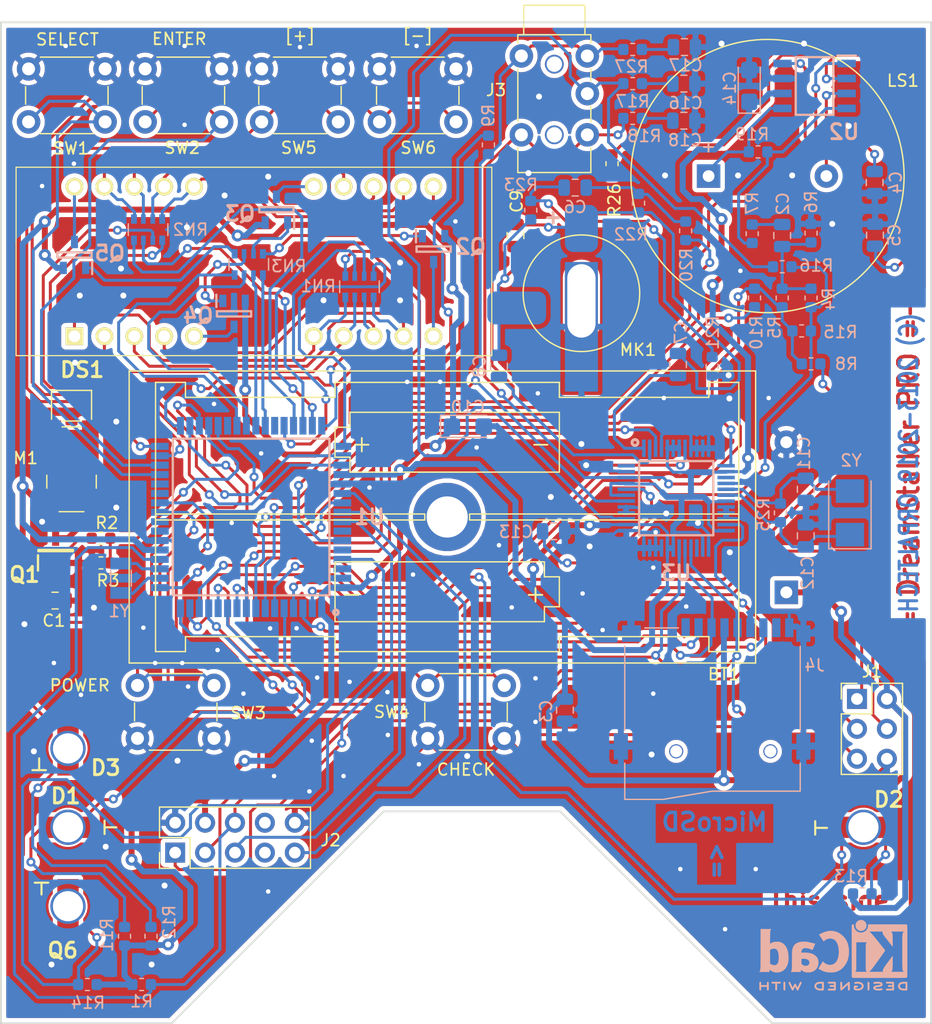
<source format=kicad_pcb>
(kicad_pcb (version 20171130) (host pcbnew 5.1.4-e60b266~84~ubuntu18.04.1)
  (title_block (title "Dreamstalker PRO") (date 2019-08-21) (rev v1.0))
  (layers (0 F.Cu signal) (31 B.Cu signal) (34 B.Paste user) (35 F.Paste user) (36 B.SilkS user) (37 F.SilkS user) (38 B.Mask user) (39 F.Mask user) (44 Edge.Cuts user))
  (net 0 "")
  (net 1 GND)
  (net 2 /KEY2)
  (net 3 /KEY3)
  (net 4 /KEY6)
  (net 5 /KEY5)
  (net 6 /KEY4)
  (net 7 /KEY1)
  (net 8 "Net-(Q1-Pad1)")
  (net 9 "Net-(M1-Pad2)")
  (net 10 "Net-(Q5-Pad1)")
  (net 11 +3V)
  (net 12 /DIG1)
  (net 13 /DIG2)
  (net 14 "Net-(Q4-Pad1)")
  (net 15 "Net-(Q3-Pad1)")
  (net 16 /DIG3)
  (net 17 /DIG4)
  (net 18 "Net-(Q2-Pad1)")
  (net 19 /SNDOFF)
  (net 20 "Net-(C4-Pad1)")
  (net 21 "Net-(R19-Pad1)")
  (net 22 "Net-(LS1-Pad1)")
  (net 23 "Net-(LS1-Pad2)")
  (net 24 "Net-(DS1-Pad14)")
  (net 25 "Net-(DS1-Pad12)")
  (net 26 "Net-(DS1-Pad13)")
  (net 27 "Net-(DS1-Pad11)")
  (net 28 /SEGF)
  (net 29 /SEGG)
  (net 30 /SEGA)
  (net 31 /SEGB)
  (net 32 "Net-(DS1-Pad4)")
  (net 33 "Net-(DS1-Pad3)")
  (net 34 "Net-(DS1-Pad1)")
  (net 35 "Net-(DS1-Pad2)")
  (net 36 /SEGC)
  (net 37 /SEGH)
  (net 38 /SEGE)
  (net 39 /SEGD)
  (net 40 /R1)
  (net 41 /R3)
  (net 42 /R2)
  (net 43 /R4)
  (net 44 "Net-(C7-Pad1)")
  (net 45 /VIBRO)
  (net 46 "Net-(C11-Pad2)")
  (net 47 "Net-(C12-Pad2)")
  (net 48 "Net-(C6-Pad2)")
  (net 49 "Net-(C8-Pad1)")
  (net 50 /RESET)
  (net 51 /HPL)
  (net 52 /HPR)
  (net 53 /SOUND)
  (net 54 /IRRX)
  (net 55 /MICP)
  (net 56 "Net-(C2-Pad2)")
  (net 57 "Net-(C2-Pad1)")
  (net 58 /HPTS)
  (net 59 /GBUF)
  (net 60 /MGBUF)
  (net 61 /MLEFT)
  (net 62 "Net-(D1-Pad2)")
  (net 63 "Net-(D3-Pad2)")
  (net 64 "Net-(D2-Pad2)")
  (net 65 /PDI)
  (net 66 /PDO)
  (net 67 /LED1)
  (net 68 /LED2)
  (net 69 /XRESET)
  (net 70 /SDCS)
  (net 71 /SCK)
  (net 72 /MOSI)
  (net 73 /MISO)
  (net 74 /DREQ)
  (net 75 /XCS)
  (net 76 /XDCS)
  (net 77 /TOSC2)
  (net 78 /TOSC1)
  (net 79 "Net-(U1-Pad23)")
  (net 80 "Net-(U1-Pad24)")
  (net 81 "Net-(U1-Pad27)")
  (net 82 "Net-(U1-Pad28)")
  (net 83 /IRTX)
  (net 84 /SILENT)
  (net 85 "Net-(U1-Pad38)")
  (net 86 "Net-(U1-Pad43)")
  (net 87 /TDI)
  (net 88 /TDO)
  (net 89 /TMS)
  (net 90 /TCK)
  (net 91 "Net-(U1-Pad58)")
  (net 92 "Net-(U1-Pad60)")
  (net 93 "Net-(U1-Pad62)")
  (net 94 "Net-(C7-Pad2)")
  (net 95 "Net-(C8-Pad2)")
  (net 96 "Net-(U3-Pad15)")
  (net 97 "Net-(U3-Pad27)")
  (net 98 "Net-(C13-Pad2)")
  (net 99 "Net-(U3-Pad48)")
  (net 100 "Net-(J4-Pad1)")
  (net 101 "Net-(J4-Pad8)")
  (net 102 "Net-(C17-Pad2)")
  (net 103 "Net-(C16-Pad2)")
  (net 104 "Net-(C18-Pad2)")
  (net 105 "Net-(C6-Pad1)")
  (net 106 "Net-(C5-Pad1)")
  (net 107 "Net-(J2-Pad8)")
  (net 108 "Net-(J2-Pad7)")
  (net 109 "Net-(J4-Pad9)")
  (module Dreamstalker-Footprints:QFP80P1600X1600X120-64N (layer B.Cu) (at 110.75 84 90)
    (fp_text reference U1 (at 0 10.05) (layer B.SilkS) (effects (font (size 1.27 1.27) (thickness 0.254)) (justify mirror)))
    (fp_text value ATMEGA128L-8AI hide)
    (pad 64 smd rect (at -6 7.75 90) (size 0.6 1.5) (layers B.Cu B.Paste B.Mask) (net 11 +3V))
    (pad 63 smd rect (at -5.2 7.75 90) (size 0.6 1.5) (layers B.Cu B.Paste B.Mask) (net 1 GND))
    (pad 62 smd rect (at -4.4 7.75 90) (size 0.6 1.5) (layers B.Cu B.Paste B.Mask) (net 93 "Net-(U1-Pad62)"))
    (pad 61 smd rect (at -3.6 7.75 90) (size 0.6 1.5) (layers B.Cu B.Paste B.Mask) (net 54 /IRRX))
    (pad 60 smd rect (at -2.8 7.75 90) (size 0.6 1.5) (layers B.Cu B.Paste B.Mask) (net 92 "Net-(U1-Pad60)"))
    (pad 59 smd rect (at -2 7.75 90) (size 0.6 1.5) (layers B.Cu B.Paste B.Mask) (net 59 /GBUF))
    (pad 58 smd rect (at -1.2 7.75 90) (size 0.6 1.5) (layers B.Cu B.Paste B.Mask) (net 91 "Net-(U1-Pad58)"))
    (pad 57 smd rect (at -0.4 7.75 90) (size 0.6 1.5) (layers B.Cu B.Paste B.Mask) (net 90 /TCK))
    (pad 56 smd rect (at 0.4 7.75 90) (size 0.6 1.5) (layers B.Cu B.Paste B.Mask) (net 89 /TMS))
    (pad 55 smd rect (at 1.2 7.75 90) (size 0.6 1.5) (layers B.Cu B.Paste B.Mask) (net 88 /TDO))
    (pad 54 smd rect (at 2 7.75 90) (size 0.6 1.5) (layers B.Cu B.Paste B.Mask) (net 87 /TDI))
    (pad 53 smd rect (at 2.8 7.75 90) (size 0.6 1.5) (layers B.Cu B.Paste B.Mask) (net 1 GND))
    (pad 52 smd rect (at 3.6 7.75 90) (size 0.6 1.5) (layers B.Cu B.Paste B.Mask) (net 11 +3V))
    (pad 51 smd rect (at 4.4 7.75 90) (size 0.6 1.5) (layers B.Cu B.Paste B.Mask) (net 30 /SEGA))
    (pad 50 smd rect (at 5.2 7.75 90) (size 0.6 1.5) (layers B.Cu B.Paste B.Mask) (net 31 /SEGB))
    (pad 49 smd rect (at 6 7.75 90) (size 0.6 1.5) (layers B.Cu B.Paste B.Mask) (net 36 /SEGC))
    (pad 48 smd rect (at 7.75 6) (size 0.6 1.5) (layers B.Cu B.Paste B.Mask) (net 39 /SEGD))
    (pad 47 smd rect (at 7.75 5.2) (size 0.6 1.5) (layers B.Cu B.Paste B.Mask) (net 38 /SEGE))
    (pad 46 smd rect (at 7.75 4.4) (size 0.6 1.5) (layers B.Cu B.Paste B.Mask) (net 28 /SEGF))
    (pad 45 smd rect (at 7.75 3.6) (size 0.6 1.5) (layers B.Cu B.Paste B.Mask) (net 29 /SEGG))
    (pad 44 smd rect (at 7.75 2.8) (size 0.6 1.5) (layers B.Cu B.Paste B.Mask) (net 37 /SEGH))
    (pad 43 smd rect (at 7.75 2) (size 0.6 1.5) (layers B.Cu B.Paste B.Mask) (net 86 "Net-(U1-Pad43)"))
    (pad 42 smd rect (at 7.75 1.2) (size 0.6 1.5) (layers B.Cu B.Paste B.Mask) (net 43 /R4))
    (pad 41 smd rect (at 7.75 0.4) (size 0.6 1.5) (layers B.Cu B.Paste B.Mask) (net 41 /R3))
    (pad 40 smd rect (at 7.75 -0.4) (size 0.6 1.5) (layers B.Cu B.Paste B.Mask) (net 42 /R2))
    (pad 39 smd rect (at 7.75 -1.2) (size 0.6 1.5) (layers B.Cu B.Paste B.Mask) (net 40 /R1))
    (pad 38 smd rect (at 7.75 -2) (size 0.6 1.5) (layers B.Cu B.Paste B.Mask) (net 85 "Net-(U1-Pad38)"))
    (pad 37 smd rect (at 7.75 -2.8) (size 0.6 1.5) (layers B.Cu B.Paste B.Mask) (net 84 /SILENT))
    (pad 36 smd rect (at 7.75 -3.6) (size 0.6 1.5) (layers B.Cu B.Paste B.Mask) (net 45 /VIBRO))
    (pad 35 smd rect (at 7.75 -4.4) (size 0.6 1.5) (layers B.Cu B.Paste B.Mask) (net 83 /IRTX))
    (pad 34 smd rect (at 7.75 -5.2) (size 0.6 1.5) (layers B.Cu B.Paste B.Mask) (net 61 /MLEFT))
    (pad 33 smd rect (at 7.75 -6) (size 0.6 1.5) (layers B.Cu B.Paste B.Mask) (net 60 /MGBUF))
    (pad 32 smd rect (at 6 -7.75 90) (size 0.6 1.5) (layers B.Cu B.Paste B.Mask) (net 4 /KEY6))
    (pad 31 smd rect (at 5.2 -7.75 90) (size 0.6 1.5) (layers B.Cu B.Paste B.Mask) (net 5 /KEY5))
    (pad 30 smd rect (at 4.4 -7.75 90) (size 0.6 1.5) (layers B.Cu B.Paste B.Mask) (net 2 /KEY2))
    (pad 29 smd rect (at 3.6 -7.75 90) (size 0.6 1.5) (layers B.Cu B.Paste B.Mask) (net 7 /KEY1))
    (pad 28 smd rect (at 2.8 -7.75 90) (size 0.6 1.5) (layers B.Cu B.Paste B.Mask) (net 82 "Net-(U1-Pad28)"))
    (pad 27 smd rect (at 2 -7.75 90) (size 0.6 1.5) (layers B.Cu B.Paste B.Mask) (net 81 "Net-(U1-Pad27)"))
    (pad 26 smd rect (at 1.2 -7.75 90) (size 0.6 1.5) (layers B.Cu B.Paste B.Mask) (net 6 /KEY4))
    (pad 25 smd rect (at 0.4 -7.75 90) (size 0.6 1.5) (layers B.Cu B.Paste B.Mask) (net 3 /KEY3))
    (pad 24 smd rect (at -0.4 -7.75 90) (size 0.6 1.5) (layers B.Cu B.Paste B.Mask) (net 80 "Net-(U1-Pad24)"))
    (pad 23 smd rect (at -1.2 -7.75 90) (size 0.6 1.5) (layers B.Cu B.Paste B.Mask) (net 79 "Net-(U1-Pad23)"))
    (pad 22 smd rect (at -2 -7.75 90) (size 0.6 1.5) (layers B.Cu B.Paste B.Mask) (net 1 GND))
    (pad 21 smd rect (at -2.8 -7.75 90) (size 0.6 1.5) (layers B.Cu B.Paste B.Mask) (net 11 +3V))
    (pad 20 smd rect (at -3.6 -7.75 90) (size 0.6 1.5) (layers B.Cu B.Paste B.Mask) (net 50 /RESET))
    (pad 19 smd rect (at -4.4 -7.75 90) (size 0.6 1.5) (layers B.Cu B.Paste B.Mask) (net 78 /TOSC1))
    (pad 18 smd rect (at -5.2 -7.75 90) (size 0.6 1.5) (layers B.Cu B.Paste B.Mask) (net 77 /TOSC2))
    (pad 17 smd rect (at -6 -7.75 90) (size 0.6 1.5) (layers B.Cu B.Paste B.Mask) (net 76 /XDCS))
    (pad 16 smd rect (at -7.75 -6) (size 0.6 1.5) (layers B.Cu B.Paste B.Mask) (net 75 /XCS))
    (pad 15 smd rect (at -7.75 -5.2) (size 0.6 1.5) (layers B.Cu B.Paste B.Mask) (net 53 /SOUND))
    (pad 14 smd rect (at -7.75 -4.4) (size 0.6 1.5) (layers B.Cu B.Paste B.Mask) (net 74 /DREQ))
    (pad 13 smd rect (at -7.75 -3.6) (size 0.6 1.5) (layers B.Cu B.Paste B.Mask) (net 73 /MISO))
    (pad 12 smd rect (at -7.75 -2.8) (size 0.6 1.5) (layers B.Cu B.Paste B.Mask) (net 72 /MOSI))
    (pad 11 smd rect (at -7.75 -2) (size 0.6 1.5) (layers B.Cu B.Paste B.Mask) (net 71 /SCK))
    (pad 10 smd rect (at -7.75 -1.2) (size 0.6 1.5) (layers B.Cu B.Paste B.Mask) (net 70 /SDCS))
    (pad 9 smd rect (at -7.75 -0.4) (size 0.6 1.5) (layers B.Cu B.Paste B.Mask) (net 69 /XRESET))
    (pad 8 smd rect (at -7.75 0.4) (size 0.6 1.5) (layers B.Cu B.Paste B.Mask) (net 55 /MICP))
    (pad 7 smd rect (at -7.75 1.2) (size 0.6 1.5) (layers B.Cu B.Paste B.Mask) (net 19 /SNDOFF))
    (pad 6 smd rect (at -7.75 2) (size 0.6 1.5) (layers B.Cu B.Paste B.Mask) (net 68 /LED2))
    (pad 5 smd rect (at -7.75 2.8) (size 0.6 1.5) (layers B.Cu B.Paste B.Mask) (net 67 /LED1))
    (pad 4 smd rect (at -7.75 3.6) (size 0.6 1.5) (layers B.Cu B.Paste B.Mask) (net 58 /HPTS))
    (pad 3 smd rect (at -7.75 4.4) (size 0.6 1.5) (layers B.Cu B.Paste B.Mask) (net 66 /PDO))
    (pad 2 smd rect (at -7.75 5.2) (size 0.6 1.5) (layers B.Cu B.Paste B.Mask) (net 65 /PDI))
    (pad 1 smd rect (at -7.75 6) (size 0.6 1.5) (layers B.Cu B.Paste B.Mask) (net 11 +3V))
  )
  (module Dreamstalker-Footprints:C_0805_2012Metric (layer B.Cu) (at 138.27 56.03)
    (fp_text reference C6 (at 0 1.65) (layer B.SilkS) (effects (justify mirror)))
    (fp_text value 10u hide)
    (pad 2 smd roundrect (at 0.9375 0) (size 0.975 1.4) (layers B.Cu B.Paste B.Mask) (net 48 "Net-(C6-Pad2)"))
    (pad 1 smd roundrect (at -0.9375 0) (size 0.975 1.4) (layers B.Cu B.Paste B.Mask) (net 105 "Net-(C6-Pad1)"))
  )
  (module Dreamstalker-Footprints:C_0805_2012Metric (layer B.Cu) (at 163.73 60.07 90)
    (fp_text reference C5 (at 0 1.65 270) (layer B.SilkS) (effects (justify mirror)))
    (fp_text value 10u hide)
    (pad 2 smd roundrect (at 0.9375 0 90) (size 0.975 1.4) (layers B.Cu B.Paste B.Mask) (net 1 GND))
    (pad 1 smd roundrect (at -0.9375 0 90) (size 0.975 1.4) (layers B.Cu B.Paste B.Mask) (net 106 "Net-(C5-Pad1)"))
  )
  (module Dreamstalker-Footprints:Crystal_SMD_3215-2Pin_3.2x1.5mm (layer B.Cu) (at 99.7 89.2 270)
    (fp_text reference Y1 (at 2.8 0.15 180) (layer B.SilkS) (effects (justify mirror)))
    (fp_text value "32768 KHz" hide)
    (pad 2 smd rect (at -1.25 0 270) (size 1 1.8) (layers B.Cu B.Paste B.Mask) (net 78 /TOSC1))
    (pad 1 smd rect (at 1.25 0 270) (size 1 1.8) (layers B.Cu B.Paste B.Mask) (net 77 /TOSC2))
  )
  (module Dreamstalker-Footprints:ATTEND_112J-TDAR-R01 (layer B.Cu) (at 149.9 93.9 180)
    (fp_text reference J4 (at -8.7 -2.7) (layer B.SilkS) (effects (justify mirror)))
    (fp_text value ATTEND_112J-TDAR-R01 hide)
    (pad "" np_thru_hole circle (at 3.05 -10 180) (size 1.2 1.2) (drill 1) (layers *.Cu *.Mask))
    (pad "" np_thru_hole circle (at -4.95 -10 180) (size 1.2 1.2) (drill 1) (layers *.Cu *.Mask))
    (pad 10 smd rect (at 7.75 -9.6 180) (size 1.2 2.2) (layers B.Cu B.Paste B.Mask) (net 1 GND))
    (pad 10 smd rect (at -7.75 -9.6 180) (size 1.2 2.2) (layers B.Cu B.Paste B.Mask) (net 1 GND))
    (pad 9 smd rect (at -6.55 0.5 180) (size 0.7 1.6) (layers B.Cu B.Paste B.Mask) (net 109 "Net-(J4-Pad9)"))
    (pad 8 smd rect (at -5.45 0.5 180) (size 0.7 1.6) (layers B.Cu B.Paste B.Mask) (net 101 "Net-(J4-Pad8)"))
    (pad 7 smd rect (at -4.35 0.5 180) (size 0.7 1.6) (layers B.Cu B.Paste B.Mask) (net 73 /MISO))
    (pad 6 smd rect (at -3.25 0.5 180) (size 0.7 1.6) (layers B.Cu B.Paste B.Mask) (net 1 GND))
    (pad 5 smd rect (at -2.15 0.5 180) (size 0.7 1.6) (layers B.Cu B.Paste B.Mask) (net 71 /SCK))
    (pad 4 smd rect (at -1.05 0.5 180) (size 0.7 1.6) (layers B.Cu B.Paste B.Mask) (net 11 +3V))
    (pad 3 smd rect (at 0.05 0.5 180) (size 0.7 1.6) (layers B.Cu B.Paste B.Mask) (net 72 /MOSI))
    (pad 2 smd rect (at 1.15 0.5 180) (size 0.7 1.6) (layers B.Cu B.Paste B.Mask) (net 70 /SDCS))
    (pad 1 smd rect (at 2.25 0.5 180) (size 0.7 1.6) (layers B.Cu B.Paste B.Mask) (net 100 "Net-(J4-Pad1)"))
    (pad 10 smd rect (at -7.75 0 180) (size 1.2 1.4) (layers B.Cu B.Paste B.Mask) (net 1 GND))
    (pad 10 smd rect (at 6.85 0 180) (size 1.6 1.4) (layers B.Cu B.Paste B.Mask) (net 1 GND))
  )
  (module Dreamstalker-Footprints:SOIC127P600X175-8N (layer B.Cu) (at 158.6 47.4 180)
    (fp_text reference U2 (at -2.5 -3.9 180) (layer B.SilkS) (effects (font (size 1.27 1.27) (thickness 0.254)) (justify mirror)))
    (fp_text value MC34119D hide)
    (pad 8 smd rect (at 2.725 1.905 90) (size 0.65 1.55) (layers B.Cu B.Paste B.Mask) (net 23 "Net-(LS1-Pad2)"))
    (pad 7 smd rect (at 2.725 0.635 90) (size 0.65 1.55) (layers B.Cu B.Paste B.Mask) (net 1 GND))
    (pad 6 smd rect (at 2.725 -0.635 90) (size 0.65 1.55) (layers B.Cu B.Paste B.Mask) (net 11 +3V))
    (pad 5 smd rect (at 2.725 -1.905 90) (size 0.65 1.55) (layers B.Cu B.Paste B.Mask) (net 22 "Net-(LS1-Pad1)"))
    (pad 4 smd rect (at -2.725 -1.905 90) (size 0.65 1.55) (layers B.Cu B.Paste B.Mask) (net 21 "Net-(R19-Pad1)"))
    (pad 3 smd rect (at -2.725 -0.635 90) (size 0.65 1.55) (layers B.Cu B.Paste B.Mask) (net 20 "Net-(C4-Pad1)"))
    (pad 2 smd rect (at -2.725 0.635 90) (size 0.65 1.55) (layers B.Cu B.Paste B.Mask) (net 106 "Net-(C5-Pad1)"))
    (pad 1 smd rect (at -2.725 1.905 90) (size 0.65 1.55) (layers B.Cu B.Paste B.Mask) (net 19 /SNDOFF))
  )
  (module Dreamstalker-Footprints:QFP50P900X900X160-48N (layer B.Cu) (at 146.85 82.4 270)
    (fp_text reference U3 (at 6.35 0 180) (layer B.SilkS) (effects (font (size 1.27 1.27) (thickness 0.254)) (justify mirror)))
    (fp_text value VS1002D hide)
    (pad 48 smd rect (at -2.75 4.238 270) (size 0.3 1.475) (layers B.Cu B.Paste B.Mask) (net 99 "Net-(U3-Pad48)"))
    (pad 47 smd rect (at -2.25 4.238 270) (size 0.3 1.475) (layers B.Cu B.Paste B.Mask) (net 1 GND))
    (pad 46 smd rect (at -1.75 4.238 270) (size 0.3 1.475) (layers B.Cu B.Paste B.Mask) (net 51 /HPL))
    (pad 45 smd rect (at -1.25 4.238 270) (size 0.3 1.475) (layers B.Cu B.Paste B.Mask) (net 11 +3V))
    (pad 44 smd rect (at -0.75 4.238 270) (size 0.3 1.475) (layers B.Cu B.Paste B.Mask) (net 98 "Net-(C13-Pad2)"))
    (pad 43 smd rect (at -0.25 4.238 270) (size 0.3 1.475) (layers B.Cu B.Paste B.Mask) (net 11 +3V))
    (pad 42 smd rect (at 0.25 4.238 270) (size 0.3 1.475) (layers B.Cu B.Paste B.Mask) (net 59 /GBUF))
    (pad 41 smd rect (at 0.75 4.238 270) (size 0.3 1.475) (layers B.Cu B.Paste B.Mask) (net 1 GND))
    (pad 40 smd rect (at 1.25 4.238 270) (size 0.3 1.475) (layers B.Cu B.Paste B.Mask) (net 1 GND))
    (pad 39 smd rect (at 1.75 4.238 270) (size 0.3 1.475) (layers B.Cu B.Paste B.Mask) (net 52 /HPR))
    (pad 38 smd rect (at 2.25 4.238 270) (size 0.3 1.475) (layers B.Cu B.Paste B.Mask) (net 11 +3V))
    (pad 37 smd rect (at 2.75 4.238 270) (size 0.3 1.475) (layers B.Cu B.Paste B.Mask) (net 1 GND))
    (pad 36 smd rect (at 4.238 2.75 180) (size 0.3 1.475) (layers B.Cu B.Paste B.Mask) (net 1 GND))
    (pad 35 smd rect (at 4.238 2.25 180) (size 0.3 1.475) (layers B.Cu B.Paste B.Mask) (net 1 GND))
    (pad 34 smd rect (at 4.238 1.75 180) (size 0.3 1.475) (layers B.Cu B.Paste B.Mask) (net 1 GND))
    (pad 33 smd rect (at 4.238 1.25 180) (size 0.3 1.475) (layers B.Cu B.Paste B.Mask) (net 1 GND))
    (pad 32 smd rect (at 4.238 0.75 180) (size 0.3 1.475) (layers B.Cu B.Paste B.Mask) (net 11 +3V))
    (pad 31 smd rect (at 4.238 0.25 180) (size 0.3 1.475) (layers B.Cu B.Paste B.Mask) (net 11 +3V))
    (pad 30 smd rect (at 4.238 -0.25 180) (size 0.3 1.475) (layers B.Cu B.Paste B.Mask) (net 73 /MISO))
    (pad 29 smd rect (at 4.238 -0.75 180) (size 0.3 1.475) (layers B.Cu B.Paste B.Mask) (net 72 /MOSI))
    (pad 28 smd rect (at 4.238 -1.25 180) (size 0.3 1.475) (layers B.Cu B.Paste B.Mask) (net 71 /SCK))
    (pad 27 smd rect (at 4.238 -1.75 180) (size 0.3 1.475) (layers B.Cu B.Paste B.Mask) (net 97 "Net-(U3-Pad27)"))
    (pad 26 smd rect (at 4.238 -2.25 180) (size 0.3 1.475) (layers B.Cu B.Paste B.Mask) (net 11 +3V))
    (pad 25 smd rect (at 4.238 -2.75 180) (size 0.3 1.475) (layers B.Cu B.Paste B.Mask) (net 1 GND))
    (pad 24 smd rect (at 2.75 -4.238 270) (size 0.3 1.475) (layers B.Cu B.Paste B.Mask) (net 11 +3V))
    (pad 23 smd rect (at 2.25 -4.238 270) (size 0.3 1.475) (layers B.Cu B.Paste B.Mask) (net 75 /XCS))
    (pad 22 smd rect (at 1.75 -4.238 270) (size 0.3 1.475) (layers B.Cu B.Paste B.Mask) (net 1 GND))
    (pad 21 smd rect (at 1.25 -4.238 270) (size 0.3 1.475) (layers B.Cu B.Paste B.Mask) (net 1 GND))
    (pad 20 smd rect (at 0.75 -4.238 270) (size 0.3 1.475) (layers B.Cu B.Paste B.Mask) (net 1 GND))
    (pad 19 smd rect (at 0.25 -4.238 270) (size 0.3 1.475) (layers B.Cu B.Paste B.Mask) (net 11 +3V))
    (pad 18 smd rect (at -0.25 -4.238 270) (size 0.3 1.475) (layers B.Cu B.Paste B.Mask) (net 47 "Net-(C12-Pad2)"))
    (pad 17 smd rect (at -0.75 -4.238 270) (size 0.3 1.475) (layers B.Cu B.Paste B.Mask) (net 46 "Net-(C11-Pad2)"))
    (pad 16 smd rect (at -1.25 -4.238 270) (size 0.3 1.475) (layers B.Cu B.Paste B.Mask) (net 1 GND))
    (pad 15 smd rect (at -1.75 -4.238 270) (size 0.3 1.475) (layers B.Cu B.Paste B.Mask) (net 96 "Net-(U3-Pad15)"))
    (pad 14 smd rect (at -2.25 -4.238 270) (size 0.3 1.475) (layers B.Cu B.Paste B.Mask) (net 11 +3V))
    (pad 13 smd rect (at -2.75 -4.238 270) (size 0.3 1.475) (layers B.Cu B.Paste B.Mask) (net 76 /XDCS))
    (pad 12 smd rect (at -4.238 -2.75 180) (size 0.3 1.475) (layers B.Cu B.Paste B.Mask) (net 1 GND))
    (pad 11 smd rect (at -4.238 -2.25 180) (size 0.3 1.475) (layers B.Cu B.Paste B.Mask) (net 1 GND))
    (pad 10 smd rect (at -4.238 -1.75 180) (size 0.3 1.475) (layers B.Cu B.Paste B.Mask) (net 1 GND))
    (pad 9 smd rect (at -4.238 -1.25 180) (size 0.3 1.475) (layers B.Cu B.Paste B.Mask) (net 1 GND))
    (pad 8 smd rect (at -4.238 -0.75 180) (size 0.3 1.475) (layers B.Cu B.Paste B.Mask) (net 74 /DREQ))
    (pad 7 smd rect (at -4.238 -0.25 180) (size 0.3 1.475) (layers B.Cu B.Paste B.Mask) (net 11 +3V))
    (pad 6 smd rect (at -4.238 0.25 180) (size 0.3 1.475) (layers B.Cu B.Paste B.Mask) (net 11 +3V))
    (pad 5 smd rect (at -4.238 0.75 180) (size 0.3 1.475) (layers B.Cu B.Paste B.Mask) (net 11 +3V))
    (pad 4 smd rect (at -4.238 1.25 180) (size 0.3 1.475) (layers B.Cu B.Paste B.Mask) (net 1 GND))
    (pad 3 smd rect (at -4.238 1.75 180) (size 0.3 1.475) (layers B.Cu B.Paste B.Mask) (net 69 /XRESET))
    (pad 2 smd rect (at -4.238 2.25 180) (size 0.3 1.475) (layers B.Cu B.Paste B.Mask) (net 95 "Net-(C8-Pad2)"))
    (pad 1 smd rect (at -4.238 2.75 180) (size 0.3 1.475) (layers B.Cu B.Paste B.Mask) (net 94 "Net-(C7-Pad2)"))
  )
  (module Dreamstalker-Footprints:Crystal_SMD_5032-2Pin_5.0x3.2mm (layer B.Cu) (at 161.6 83.65 90)
    (fp_text reference Y2 (at 4.45 0.1) (layer B.SilkS) (effects (justify mirror)))
    (fp_text value "12.0 MHz" hide)
    (pad 2 smd rect (at 1.85 0 90) (size 2 2.4) (layers B.Cu B.Paste B.Mask) (net 46 "Net-(C11-Pad2)"))
    (pad 1 smd rect (at -1.85 0 90) (size 2 2.4) (layers B.Cu B.Paste B.Mask) (net 47 "Net-(C12-Pad2)"))
  )
  (module Dreamstalker-Footprints:CA04-41 (layer F.Cu) (at 95.75 68.65)
    (fp_text reference DS1 (at 0.65 2.85) (layer F.SilkS) (effects (font (size 1.27 1.27) (thickness 0.254))))
    (fp_text value CA04-41SRWA hide)
    (pad 20 thru_hole circle (at 0 -12.7 90) (size 1.5 1.5) (drill 1) (layers *.Cu *.Mask F.SilkS) (net 12 /DIG1))
    (pad 19 thru_hole circle (at 2.54 -12.7 90) (size 1.5 1.5) (drill 1) (layers *.Cu *.Mask F.SilkS) (net 24 "Net-(DS1-Pad14)"))
    (pad 18 thru_hole circle (at 5.08 -12.7 90) (size 1.5 1.5) (drill 1) (layers *.Cu *.Mask F.SilkS) (net 26 "Net-(DS1-Pad13)"))
    (pad 17 thru_hole circle (at 7.62 -12.7 90) (size 1.5 1.5) (drill 1) (layers *.Cu *.Mask F.SilkS) (net 25 "Net-(DS1-Pad12)"))
    (pad 16 thru_hole circle (at 10.16 -12.7 90) (size 1.5 1.5) (drill 1) (layers *.Cu *.Mask F.SilkS) (net 27 "Net-(DS1-Pad11)"))
    (pad 15 thru_hole circle (at 20.32 -12.7 90) (size 1.5 1.5) (drill 1) (layers *.Cu *.Mask F.SilkS) (net 16 /DIG3))
    (pad 14 thru_hole circle (at 22.86 -12.7 90) (size 1.5 1.5) (drill 1) (layers *.Cu *.Mask F.SilkS) (net 24 "Net-(DS1-Pad14)"))
    (pad 13 thru_hole circle (at 25.4 -12.7 90) (size 1.5 1.5) (drill 1) (layers *.Cu *.Mask F.SilkS) (net 26 "Net-(DS1-Pad13)"))
    (pad 12 thru_hole circle (at 27.94 -12.7 90) (size 1.5 1.5) (drill 1) (layers *.Cu *.Mask F.SilkS) (net 25 "Net-(DS1-Pad12)"))
    (pad 11 thru_hole circle (at 30.48 -12.7 90) (size 1.5 1.5) (drill 1) (layers *.Cu *.Mask F.SilkS) (net 27 "Net-(DS1-Pad11)"))
    (pad 10 thru_hole circle (at 30.48 0 90) (size 1.5 1.5) (drill 1) (layers *.Cu *.Mask F.SilkS) (net 17 /DIG4))
    (pad 9 thru_hole circle (at 27.94 0 90) (size 1.5 1.5) (drill 1) (layers *.Cu *.Mask F.SilkS) (net 32 "Net-(DS1-Pad4)"))
    (pad 8 thru_hole circle (at 25.4 0 90) (size 1.5 1.5) (drill 1) (layers *.Cu *.Mask F.SilkS) (net 33 "Net-(DS1-Pad3)"))
    (pad 7 thru_hole circle (at 22.86 0 90) (size 1.5 1.5) (drill 1) (layers *.Cu *.Mask F.SilkS) (net 35 "Net-(DS1-Pad2)"))
    (pad 6 thru_hole circle (at 20.32 0 90) (size 1.5 1.5) (drill 1) (layers *.Cu *.Mask F.SilkS) (net 34 "Net-(DS1-Pad1)"))
    (pad 5 thru_hole circle (at 10.16 0 90) (size 1.5 1.5) (drill 1) (layers *.Cu *.Mask F.SilkS) (net 13 /DIG2))
    (pad 4 thru_hole circle (at 7.62 0 90) (size 1.5 1.5) (drill 1) (layers *.Cu *.Mask F.SilkS) (net 32 "Net-(DS1-Pad4)"))
    (pad 3 thru_hole circle (at 5.08 0 90) (size 1.5 1.5) (drill 1) (layers *.Cu *.Mask F.SilkS) (net 33 "Net-(DS1-Pad3)"))
    (pad 2 thru_hole circle (at 2.54 0 90) (size 1.5 1.5) (drill 1) (layers *.Cu *.Mask F.SilkS) (net 35 "Net-(DS1-Pad2)"))
    (pad 1 thru_hole rect (at 0 0 90) (size 1.5 1.5) (drill 1) (layers *.Cu *.Mask F.SilkS) (net 34 "Net-(DS1-Pad1)"))
  )
  (module Dreamstalker-Footprints:VIBRO-MOTOR_SMD (layer F.Cu) (at 95.5 82.3 90)
    (fp_text reference M1 (at 3.3 -3.9) (layer F.SilkS))
    (fp_text value "Vibration Motor" hide)
    (pad 3 smd custom (at 4.95 0 90) (size 1.5 4.2) (layers F.Cu F.Paste F.Mask) (options (clearance outline) (anchor rect)) (primitives (gr_poly (pts (xy -2.95 -2.3) (xy 1.55 -2.3) (xy 1.55 -0.9) (xy -2.95 -0.9)) (width 0.01)) (gr_poly (pts (xy -2.95 0.9) (xy 1.55 0.9) (xy 1.55 2.3) (xy -2.95 2.3)) (width 0.01))))
    (pad 1 smd roundrect (at -0.25 -1.7 90) (size 1.8 1.3) (layers F.Cu F.Paste F.Mask) (roundrect_rratio 0.15) (net 11 +3V))
    (pad 2 smd roundrect (at -0.25 1.7 90) (size 1.8 1.3) (layers F.Cu F.Paste F.Mask) (roundrect_rratio 0.15) (net 9 "Net-(M1-Pad2)"))
  )
  (module Dreamstalker-Footprints:BatteryHolder_BH421-3A (layer F.Cu) (at 127.4 84 180)
    (fp_text reference BT1 (at -23.495 -13.35) (layer F.SilkS))
    (fp_text value BH421-3A)
    (fp_text user - (at 8.1 -6.5 180) (layer F.SilkS) (effects (font (size 1.5 1.5))))
    (fp_text user + (at -7.5 -6.5 180) (layer F.SilkS) (effects (font (size 1.5 1.5))))
    (fp_text user - (at -7.95 6.25) (layer F.SilkS) (effects (font (size 1.5 1.5))))
    (fp_text user + (at 7.25 6.25) (layer F.SilkS) (effects (font (size 1.5 1.5))))
    (fp_text user + (at -7.5 -6.5) (layer F.SilkS) (effects (font (size 1.5 1.5))))
    (fp_text user - (at 8.1 -6.5) (layer F.SilkS) (effects (font (size 1.5 1.5))))
    (pad "" thru_hole circle (at 0 0 180) (size 5.8 5.8) (drill 3.5) (layers *.Cu *.Mask))
    (pad 2 thru_hole circle (at -28.8 6.35 180) (size 2 2) (drill 1.02) (layers *.Cu *.Mask) (net 1 GND))
    (pad 1 thru_hole rect (at -28.8 -6.4 180) (size 2 2) (drill 1.02) (layers *.Cu *.Mask) (net 11 +3V))
  )
  (module Dreamstalker-Footprints:JININ_ELECTRET_CONDENSER_MICROPHONE_ECM-30 (layer F.Cu) (at 138.8 65)
    (fp_text reference MK1 (at 4.8 4.8) (layer F.SilkS))
    (fp_text value ECM-30 hide)
    (fp_text user + (at -2.4 -6.5) (layer B.SilkS) (effects (font (size 1.2 1.2) (thickness 0.25)) (justify mirror)))
    (pad 1 smd roundrect (at 0 -5.5) (size 2.8 4) (layers B.Cu B.Paste B.Mask) (net 44 "Net-(C7-Pad1)"))
    (pad 2 smd roundrect (at -5.5 1.25) (size 5 2.8) (layers B.Cu B.Paste B.Mask) (net 49 "Net-(C8-Pad1)"))
    (pad 3 thru_hole rect (at 0 0.65) (size 2.8 11) (drill oval 2.4 6.24 (offset 0 2.2)) (layers B.Cu B.Mask) (net 1 GND))
  )
  (module Dreamstalker-Footprints:LEDC3216X110N-TH (layer F.Cu) (at 95.2 103.65 270)
    (fp_text reference D3 (at 1.65 -3.2 180) (layer F.SilkS) (effects (font (size 1.27 1.27) (thickness 0.254))))
    (fp_text value KP-3216F3C hide)
    (fp_text user T (at 1.3 2.45 180 unlocked) (layer F.SilkS) (effects (font (size 1 2) (thickness 0.18))))
    (pad 2 smd custom (at 1.82 0 270) (size 0.7 1.8) (layers F.Cu F.Paste F.Mask) (net 63 "Net-(D3-Pad2)") (options (clearance outline) (anchor rect)) (primitives (gr_poly (pts (xy 0.48 -0.9) (xy -0.7 -0.9) (xy -0.66 -0.84) (xy -0.62 -0.78) (xy -0.56 -0.67) (xy -0.49 -0.51) (xy -0.45 -0.37) (xy -0.42 -0.23) (xy -0.41 -0.12) (xy -0.4 0.01) (xy -0.41 0.14) (xy -0.42 0.22) (xy -0.44 0.33) (xy -0.47 0.44) (xy -0.5 0.53) (xy -0.53 0.6) (xy -0.55 0.65) (xy -0.58 0.71) (xy -0.62 0.78) (xy -0.65 0.83) (xy -0.7 0.9) (xy 0.48 0.9)) (width 0.01))))
    (pad 1 smd custom (at -1.82 0 270) (size 0.7 1.8) (layers F.Cu F.Paste F.Mask) (net 83 /IRTX) (options (clearance outline) (anchor rect)) (primitives (gr_poly (pts (xy -0.48 0.9) (xy 0.7 0.9) (xy 0.66 0.84) (xy 0.62 0.78) (xy 0.56 0.67) (xy 0.49 0.51) (xy 0.45 0.37) (xy 0.42 0.23) (xy 0.41 0.12) (xy 0.4 -0.01) (xy 0.41 -0.14) (xy 0.42 -0.22) (xy 0.44 -0.33) (xy 0.47 -0.44) (xy 0.5 -0.53) (xy 0.53 -0.6) (xy 0.55 -0.65) (xy 0.58 -0.71) (xy 0.62 -0.78) (xy 0.65 -0.83) (xy 0.7 -0.9) (xy -0.48 -0.9)) (width 0.01))))
    (pad 3 thru_hole circle (at 0 0 270) (size 3 3) (drill 2.56) (layers B.Cu B.Mask) (clearance 0.0001))
  )
  (module Dreamstalker-Footprints:LEDC3216X110N-TH (layer F.Cu) (at 95.2 110.35 180)
    (fp_text reference D1 (at 0.2 2.65 180) (layer F.SilkS) (effects (font (size 1.27 1.27) (thickness 0.254))))
    (fp_text value KP-3216SURCK hide)
    (fp_text user T (at -3.65 0 90 unlocked) (layer F.SilkS) (effects (font (size 1 2) (thickness 0.18))))
    (pad 2 smd custom (at 1.82 0 180) (size 0.7 1.8) (layers F.Cu F.Paste F.Mask) (net 62 "Net-(D1-Pad2)") (options (clearance outline) (anchor rect)) (primitives (gr_poly (pts (xy 0.48 -0.9) (xy -0.7 -0.9) (xy -0.66 -0.84) (xy -0.62 -0.78) (xy -0.56 -0.67) (xy -0.49 -0.51) (xy -0.45 -0.37) (xy -0.42 -0.23) (xy -0.41 -0.12) (xy -0.4 0.01) (xy -0.41 0.14) (xy -0.42 0.22) (xy -0.44 0.33) (xy -0.47 0.44) (xy -0.5 0.53) (xy -0.53 0.6) (xy -0.55 0.65) (xy -0.58 0.71) (xy -0.62 0.78) (xy -0.65 0.83) (xy -0.7 0.9) (xy 0.48 0.9)) (width 0.01))))
    (pad 1 smd custom (at -1.82 0 180) (size 0.7 1.8) (layers F.Cu F.Paste F.Mask) (net 67 /LED1) (options (clearance outline) (anchor rect)) (primitives (gr_poly (pts (xy -0.48 0.9) (xy 0.7 0.9) (xy 0.66 0.84) (xy 0.62 0.78) (xy 0.56 0.67) (xy 0.49 0.51) (xy 0.45 0.37) (xy 0.42 0.23) (xy 0.41 0.12) (xy 0.4 -0.01) (xy 0.41 -0.14) (xy 0.42 -0.22) (xy 0.44 -0.33) (xy 0.47 -0.44) (xy 0.5 -0.53) (xy 0.53 -0.6) (xy 0.55 -0.65) (xy 0.58 -0.71) (xy 0.62 -0.78) (xy 0.65 -0.83) (xy 0.7 -0.9) (xy -0.48 -0.9)) (width 0.01))))
    (pad 3 thru_hole circle (at 0 0 180) (size 3 3) (drill 2.56) (layers B.Cu B.Mask) (clearance 0.0001))
  )
  (module Dreamstalker-Footprints:LEDC3216X130N-TH (layer F.Cu) (at 95.2 117.05 90)
    (fp_text reference Q6 (at -3.75 -0.45) (layer F.SilkS) (effects (font (size 1.27 1.27) (thickness 0.254))))
    (fp_text value KP-3216P3C hide)
    (fp_text user T (at 1.45 -2.25 unlocked) (layer F.SilkS) (effects (font (size 1 2) (thickness 0.18))))
    (pad 1 smd custom (at -1.82 0 90) (size 0.7 1.8) (layers F.Cu F.Paste F.Mask) (net 54 /IRRX) (options (clearance outline) (anchor rect)) (primitives (gr_poly (pts (xy -0.48 0.9) (xy 0.7 0.9) (xy 0.66 0.84) (xy 0.62 0.78) (xy 0.56 0.67) (xy 0.49 0.51) (xy 0.45 0.37) (xy 0.42 0.23) (xy 0.41 0.12) (xy 0.4 -0.01) (xy 0.41 -0.14) (xy 0.42 -0.22) (xy 0.44 -0.33) (xy 0.47 -0.44) (xy 0.5 -0.53) (xy 0.53 -0.6) (xy 0.55 -0.65) (xy 0.58 -0.71) (xy 0.62 -0.78) (xy 0.65 -0.83) (xy 0.7 -0.9) (xy -0.48 -0.9)) (width 0.01))))
    (pad 2 smd custom (at 1.82 0 90) (size 0.7 1.8) (layers F.Cu F.Paste F.Mask) (net 1 GND) (options (clearance outline) (anchor rect)) (primitives (gr_poly (pts (xy 0.48 -0.9) (xy -0.7 -0.9) (xy -0.66 -0.84) (xy -0.62 -0.78) (xy -0.56 -0.67) (xy -0.49 -0.51) (xy -0.45 -0.37) (xy -0.42 -0.23) (xy -0.41 -0.12) (xy -0.4 0.01) (xy -0.41 0.14) (xy -0.42 0.22) (xy -0.44 0.33) (xy -0.47 0.44) (xy -0.5 0.53) (xy -0.53 0.6) (xy -0.55 0.65) (xy -0.58 0.71) (xy -0.62 0.78) (xy -0.65 0.83) (xy -0.7 0.9) (xy 0.48 0.9)) (width 0.01))))
    (pad 3 thru_hole circle (at 0 0 90) (size 3 3) (drill 2.56) (layers B.Cu B.Mask) (clearance 0.0001))
  )
  (module Dreamstalker-Footprints:LEDC3216X110N-TH (layer F.Cu) (at 162.75 110.35)
    (fp_text reference D2 (at 2.15 -2.35) (layer F.SilkS) (effects (font (size 1.27 1.27) (thickness 0.254))))
    (fp_text value KP-3216SURCK hide)
    (fp_text user T (at -3.55 0.05 -90) (layer F.SilkS) (effects (font (size 1 2) (thickness 0.18))))
    (pad 2 smd custom (at 1.82 0) (size 0.7 1.8) (layers F.Cu F.Paste F.Mask) (net 64 "Net-(D2-Pad2)") (options (clearance outline) (anchor rect)) (primitives (gr_poly (pts (xy 0.48 -0.9) (xy -0.7 -0.9) (xy -0.66 -0.84) (xy -0.62 -0.78) (xy -0.56 -0.67) (xy -0.49 -0.51) (xy -0.45 -0.37) (xy -0.42 -0.23) (xy -0.41 -0.12) (xy -0.4 0.01) (xy -0.41 0.14) (xy -0.42 0.22) (xy -0.44 0.33) (xy -0.47 0.44) (xy -0.5 0.53) (xy -0.53 0.6) (xy -0.55 0.65) (xy -0.58 0.71) (xy -0.62 0.78) (xy -0.65 0.83) (xy -0.7 0.9) (xy 0.48 0.9)) (width 0.01))))
    (pad 1 smd custom (at -1.82 0) (size 0.7 1.8) (layers F.Cu F.Paste F.Mask) (net 68 /LED2) (options (clearance outline) (anchor rect)) (primitives (gr_poly (pts (xy -0.48 0.9) (xy 0.7 0.9) (xy 0.66 0.84) (xy 0.62 0.78) (xy 0.56 0.67) (xy 0.49 0.51) (xy 0.45 0.37) (xy 0.42 0.23) (xy 0.41 0.12) (xy 0.4 -0.01) (xy 0.41 -0.14) (xy 0.42 -0.22) (xy 0.44 -0.33) (xy 0.47 -0.44) (xy 0.5 -0.53) (xy 0.53 -0.6) (xy 0.55 -0.65) (xy 0.58 -0.71) (xy 0.62 -0.78) (xy 0.65 -0.83) (xy 0.7 -0.9) (xy -0.48 -0.9)) (width 0.01))))
    (pad 3 thru_hole circle (at 0 0) (size 3 3) (drill 2.56) (layers B.Cu B.Mask) (clearance 0.001))
  )
  (module Dreamstalker-Footprints:C_0805_2012Metric (layer B.Cu) (at 147.5 50.35 180)
    (fp_text reference C18 (at -0.1 -1.65 180) (layer B.SilkS) (effects (justify mirror)))
    (fp_text value 1u hide)
    (pad 1 smd roundrect (at -0.9375 0 180) (size 0.975 1.4) (layers B.Cu B.Paste B.Mask) (net 1 GND))
    (pad 2 smd roundrect (at 0.9375 0 180) (size 0.975 1.4) (layers B.Cu B.Paste B.Mask) (net 104 "Net-(C18-Pad2)"))
  )
  (module Dreamstalker-Footprints:R_0603_1608Metric (layer B.Cu) (at 143.15 50.15 180)
    (fp_text reference R18 (at -1 -1.5 180) (layer B.SilkS) (effects (justify mirror)))
    (fp_text value 10K hide)
    (pad 1 smd roundrect (at -0.7875 0 180) (size 0.875 0.95) (layers B.Cu B.Paste B.Mask) (net 104 "Net-(C18-Pad2)"))
    (pad 2 smd roundrect (at 0.7875 0 180) (size 0.875 0.95) (layers B.Cu B.Paste B.Mask) (net 51 /HPL))
  )
  (module Dreamstalker-Footprints:C_0805_2012Metric (layer B.Cu) (at 147.55 44.1 180)
    (fp_text reference C17 (at -0.1 -1.55 180) (layer B.SilkS) (effects (justify mirror)))
    (fp_text value 1u hide)
    (pad 2 smd roundrect (at 0.9375 0 180) (size 0.975 1.4) (layers B.Cu B.Paste B.Mask) (net 102 "Net-(C17-Pad2)"))
    (pad 1 smd roundrect (at -0.9375 0 180) (size 0.975 1.4) (layers B.Cu B.Paste B.Mask) (net 1 GND))
  )
  (module Dreamstalker-Footprints:C_0805_2012Metric (layer B.Cu) (at 147.5 47.2 180)
    (fp_text reference C16 (at -0.15 -1.65 180) (layer B.SilkS) (effects (justify mirror)))
    (fp_text value 1u hide)
    (pad 1 smd roundrect (at -0.9375 0 180) (size 0.975 1.4) (layers B.Cu B.Paste B.Mask) (net 1 GND))
    (pad 2 smd roundrect (at 0.9375 0 180) (size 0.975 1.4) (layers B.Cu B.Paste B.Mask) (net 103 "Net-(C16-Pad2)"))
  )
  (module Dreamstalker-Footprints:R_0603_1608Metric (layer B.Cu) (at 143.15 47.2 180)
    (fp_text reference R17 (at 0 -1.5 180) (layer B.SilkS) (effects (justify mirror)))
    (fp_text value 10K hide)
    (pad 2 smd roundrect (at 0.7875 0 180) (size 0.875 0.95) (layers B.Cu B.Paste B.Mask) (net 52 /HPR))
    (pad 1 smd roundrect (at -0.7875 0 180) (size 0.875 0.95) (layers B.Cu B.Paste B.Mask) (net 103 "Net-(C16-Pad2)"))
  )
  (module Dreamstalker-Footprints:R_0603_1608Metric (layer B.Cu) (at 143.15 44.3 180)
    (fp_text reference R27 (at 0.1 -1.45 180) (layer B.SilkS) (effects (justify mirror)))
    (fp_text value 10K hide)
    (pad 1 smd roundrect (at -0.7875 0 180) (size 0.875 0.95) (layers B.Cu B.Paste B.Mask) (net 102 "Net-(C17-Pad2)"))
    (pad 2 smd roundrect (at 0.7875 0 180) (size 0.875 0.95) (layers B.Cu B.Paste B.Mask) (net 59 /GBUF))
  )
  (module Dreamstalker-Footprints:DCI_Phone_Jack_3.5mm_ST-033 (layer F.Cu) (at 136.5 48.15)
    (fp_text reference J3 (at -4.95 -0.4) (layer F.SilkS))
    (fp_text value ST-033 hide)
    (pad "" np_thru_hole circle (at 0 -2.6) (size 1.6 1.6) (drill 1.3) (layers *.Cu *.Mask))
    (pad "" np_thru_hole circle (at 0 3.4) (size 1.6 1.6) (drill 1.3) (layers *.Cu *.Mask))
    (pad T thru_hole circle (at -2.8 3.4) (size 2 2) (drill 1.1) (layers *.Cu *.Mask) (net 51 /HPL))
    (pad S thru_hole circle (at -2.8 -3.3) (size 2 2) (drill 1.1) (layers *.Cu *.Mask) (net 59 /GBUF))
    (pad T thru_hole circle (at 2.8 3.4) (size 2 2) (drill 1.1) (layers *.Cu *.Mask) (net 51 /HPL))
    (pad R thru_hole circle (at 2.8 -0.1) (size 2 2) (drill 1.1) (layers *.Cu *.Mask) (net 52 /HPR))
    (pad S thru_hole circle (at 2.8 -3.3) (size 2 2) (drill 1.1) (layers *.Cu *.Mask) (net 59 /GBUF))
  )
  (module Dreamstalker-Footprints:CP_EIA-3216-18_Kemet-A (layer B.Cu) (at 153.05 47.4 90)
    (fp_text reference C14 (at -0.2 -1.65 90) (layer B.SilkS) (effects (justify mirror)))
    (fp_text value 10u hide)
    (pad 1 smd roundrect (at -1.35 0 90) (size 1.4 1.35) (layers B.Cu B.Paste B.Mask) (roundrect_rratio 0.185185) (net 11 +3V))
    (pad 2 smd roundrect (at 1.35 0 90) (size 1.4 1.35) (layers B.Cu B.Paste B.Mask) (roundrect_rratio 0.185185) (net 1 GND))
  )
  (module Dreamstalker-Footprints:R_0603_1608Metric (layer F.Cu) (at 141.4 54 90)
    (fp_text reference R26 (at -3.1 0.2 90) (layer F.SilkS))
    (fp_text value 100 hide)
    (pad 1 smd roundrect (at -0.7875 0 90) (size 0.875 0.95) (layers F.Cu F.Paste F.Mask) (net 84 /SILENT))
    (pad 2 smd roundrect (at 0.7875 0 90) (size 0.875 0.95) (layers F.Cu F.Paste F.Mask) (net 106 "Net-(C5-Pad1)"))
  )
  (module Dreamstalker-Footprints:SW_PUSH_6mm (layer F.Cu) (at 108.25 50.45 180)
    (fp_text reference SW2 (at 3.35 -2.2 180) (layer F.SilkS))
    (fp_text value ENTER)
    (fp_text user %V (at 3.6 7.05 180) (layer F.SilkS))
    (pad 1 thru_hole circle (at 6.5 0 270) (size 2 2) (drill 1.1) (layers *.Cu *.Mask) (net 2 /KEY2))
    (pad 2 thru_hole circle (at 6.5 4.5 270) (size 2 2) (drill 1.1) (layers *.Cu *.Mask) (net 1 GND))
    (pad 1 thru_hole circle (at 0 0 270) (size 2 2) (drill 1.1) (layers *.Cu *.Mask) (net 2 /KEY2))
    (pad 2 thru_hole circle (at 0 4.5 270) (size 2 2) (drill 1.1) (layers *.Cu *.Mask) (net 1 GND))
  )
  (module Dreamstalker-Footprints:SW_PUSH_6mm (layer F.Cu) (at 101.1 98.3)
    (fp_text reference SW3 (at 9.4 2.35) (layer F.SilkS))
    (fp_text value POWER)
    (fp_text user %V (at -4.9 0) (layer F.SilkS))
    (pad 1 thru_hole circle (at 6.5 0 90) (size 2 2) (drill 1.1) (layers *.Cu *.Mask) (net 3 /KEY3))
    (pad 2 thru_hole circle (at 6.5 4.5 90) (size 2 2) (drill 1.1) (layers *.Cu *.Mask) (net 1 GND))
    (pad 1 thru_hole circle (at 0 0 90) (size 2 2) (drill 1.1) (layers *.Cu *.Mask) (net 3 /KEY3))
    (pad 2 thru_hole circle (at 0 4.5 90) (size 2 2) (drill 1.1) (layers *.Cu *.Mask) (net 1 GND))
  )
  (module Dreamstalker-Footprints:SW_PUSH_6mm (layer F.Cu) (at 125.75 98.3)
    (fp_text reference SW4 (at -3.05 2.25) (layer F.SilkS))
    (fp_text value CHECK)
    (fp_text user %V (at 3.25 7.15) (layer F.SilkS))
    (pad 1 thru_hole circle (at 6.5 0 90) (size 2 2) (drill 1.1) (layers *.Cu *.Mask) (net 6 /KEY4))
    (pad 2 thru_hole circle (at 6.5 4.5 90) (size 2 2) (drill 1.1) (layers *.Cu *.Mask) (net 1 GND))
    (pad 1 thru_hole circle (at 0 0 90) (size 2 2) (drill 1.1) (layers *.Cu *.Mask) (net 6 /KEY4))
    (pad 2 thru_hole circle (at 0 4.5 90) (size 2 2) (drill 1.1) (layers *.Cu *.Mask) (net 1 GND))
  )
  (module Dreamstalker-Footprints:SW_PUSH_6mm (layer F.Cu) (at 128.15 50.45 180)
    (fp_text reference SW6 (at 3.2 -2.2 180) (layer F.SilkS))
    (fp_text value [-])
    (fp_text user %V (at 3.25 7.35 180) (layer F.SilkS))
    (pad 1 thru_hole circle (at 6.5 0 270) (size 2 2) (drill 1.1) (layers *.Cu *.Mask) (net 4 /KEY6))
    (pad 2 thru_hole circle (at 6.5 4.5 270) (size 2 2) (drill 1.1) (layers *.Cu *.Mask) (net 1 GND))
    (pad 1 thru_hole circle (at 0 0 270) (size 2 2) (drill 1.1) (layers *.Cu *.Mask) (net 4 /KEY6))
    (pad 2 thru_hole circle (at 0 4.5 270) (size 2 2) (drill 1.1) (layers *.Cu *.Mask) (net 1 GND))
  )
  (module Dreamstalker-Footprints:SW_PUSH_6mm (layer F.Cu) (at 118.15 50.45 180)
    (fp_text reference SW5 (at 3.35 -2.2 180) (layer F.SilkS))
    (fp_text value [+])
    (fp_text user %V (at 3.25 7.35 180) (layer F.SilkS))
    (pad 1 thru_hole circle (at 6.5 0 270) (size 2 2) (drill 1.1) (layers *.Cu *.Mask) (net 5 /KEY5))
    (pad 2 thru_hole circle (at 6.5 4.5 270) (size 2 2) (drill 1.1) (layers *.Cu *.Mask) (net 1 GND))
    (pad 1 thru_hole circle (at 0 0 270) (size 2 2) (drill 1.1) (layers *.Cu *.Mask) (net 5 /KEY5))
    (pad 2 thru_hole circle (at 0 4.5 270) (size 2 2) (drill 1.1) (layers *.Cu *.Mask) (net 1 GND))
  )
  (module Dreamstalker-Footprints:SW_PUSH_6mm (layer F.Cu) (at 98.35 50.45 180)
    (fp_text reference SW1 (at 2.9 -2.25 180) (layer F.SilkS))
    (fp_text value SELECT)
    (fp_text user %V (at 3.2 7 180) (layer F.SilkS))
    (pad 1 thru_hole circle (at 6.5 0 270) (size 2 2) (drill 1.1) (layers *.Cu *.Mask) (net 7 /KEY1))
    (pad 2 thru_hole circle (at 6.5 4.5 270) (size 2 2) (drill 1.1) (layers *.Cu *.Mask) (net 1 GND))
    (pad 1 thru_hole circle (at 0 0 270) (size 2 2) (drill 1.1) (layers *.Cu *.Mask) (net 7 /KEY1))
    (pad 2 thru_hole circle (at 0 4.5 270) (size 2 2) (drill 1.1) (layers *.Cu *.Mask) (net 1 GND))
  )
  (module Dreamstalker-Footprints:Buzzer_23x11.5RM10 (layer F.Cu) (at 149.6 55.05)
    (fp_text reference LS1 (at 16.5 -8.1) (layer F.SilkS))
    (fp_text value HSM23A-8 hide)
    (fp_text user + (at 0 -2.54) (layer B.SilkS) (effects (justify mirror)))
    (fp_text user + (at -0.01 -2.54) (layer F.SilkS))
    (pad 2 thru_hole circle (at 10 0) (size 2 2) (drill 1) (layers *.Cu *.Mask) (net 23 "Net-(LS1-Pad2)"))
    (pad 1 thru_hole rect (at 0 0) (size 2 2) (drill 1) (layers *.Cu *.Mask) (net 22 "Net-(LS1-Pad1)"))
  )
  (module Dreamstalker-Footprints:CP_EIA-3216-18_Kemet-A (layer B.Cu) (at 129.15 76.3)
    (fp_text reference C10 (at 0 -1.65) (layer B.SilkS) (effects (justify mirror)))
    (fp_text value 10u hide)
    (pad 1 smd roundrect (at -1.35 0) (size 1.4 1.35) (layers B.Cu B.Paste B.Mask) (roundrect_rratio 0.185185) (net 11 +3V))
    (pad 2 smd roundrect (at 1.35 0) (size 1.4 1.35) (layers B.Cu B.Paste B.Mask) (roundrect_rratio 0.185185) (net 1 GND))
  )
  (module Dreamstalker-Footprints:C_0805_2012Metric (layer F.Cu) (at 94.1 91.1)
    (fp_text reference C1 (at -0.1 1.7) (layer F.SilkS))
    (fp_text value 0.1u hide)
    (pad 2 smd roundrect (at 0.9375 0) (size 0.975 1.4) (layers F.Cu F.Paste F.Mask) (net 1 GND))
    (pad 1 smd roundrect (at -0.9375 0) (size 0.975 1.4) (layers F.Cu F.Paste F.Mask) (net 11 +3V))
  )
  (module Dreamstalker-Footprints:C_0805_2012Metric (layer B.Cu) (at 155.85 60.1 90)
    (fp_text reference C2 (at 2.7 0.05 90) (layer B.SilkS) (effects (justify mirror)))
    (fp_text value 0.1u hide)
    (pad 1 smd roundrect (at -0.9375 0 90) (size 0.975 1.4) (layers B.Cu B.Paste B.Mask) (net 57 "Net-(C2-Pad1)"))
    (pad 2 smd roundrect (at 0.9375 0 90) (size 0.975 1.4) (layers B.Cu B.Paste B.Mask) (net 56 "Net-(C2-Pad2)"))
  )
  (module Dreamstalker-Footprints:C_0805_2012Metric (layer B.Cu) (at 137.4 100.4 270)
    (fp_text reference C3 (at 0.1 1.6 270) (layer B.SilkS) (effects (justify mirror)))
    (fp_text value 0.1u hide)
    (pad 2 smd roundrect (at 0.9375 0 270) (size 0.975 1.4) (layers B.Cu B.Paste B.Mask) (net 1 GND))
    (pad 1 smd roundrect (at -0.9375 0 270) (size 0.975 1.4) (layers B.Cu B.Paste B.Mask) (net 11 +3V))
  )
  (module Dreamstalker-Footprints:C_0805_2012Metric (layer B.Cu) (at 163.7 55.6 270)
    (fp_text reference C4 (at 0 -1.8 270) (layer B.SilkS) (effects (justify mirror)))
    (fp_text value 1u hide)
    (pad 1 smd roundrect (at -0.9375 0 270) (size 0.975 1.4) (layers B.Cu B.Paste B.Mask) (net 20 "Net-(C4-Pad1)"))
    (pad 2 smd roundrect (at 0.9375 0 270) (size 0.975 1.4) (layers B.Cu B.Paste B.Mask) (net 1 GND))
  )
  (module Dreamstalker-Footprints:C_0805_2012Metric (layer B.Cu) (at 147 71.05 270)
    (fp_text reference C7 (at -2.7 -0.25 270) (layer B.SilkS) (effects (justify mirror)))
    (fp_text value 1u hide)
    (pad 2 smd roundrect (at 0.9375 0 270) (size 0.975 1.4) (layers B.Cu B.Paste B.Mask) (net 94 "Net-(C7-Pad2)"))
    (pad 1 smd roundrect (at -0.9375 0 270) (size 0.975 1.4) (layers B.Cu B.Paste B.Mask) (net 44 "Net-(C7-Pad1)"))
  )
  (module Dreamstalker-Footprints:C_0805_2012Metric (layer B.Cu) (at 131.8 71.2 270)
    (fp_text reference C8 (at 0 1.65 270) (layer B.SilkS) (effects (justify mirror)))
    (fp_text value 1u hide)
    (pad 1 smd roundrect (at -0.9375 0 270) (size 0.975 1.4) (layers B.Cu B.Paste B.Mask) (net 49 "Net-(C8-Pad1)"))
    (pad 2 smd roundrect (at 0.9375 0 270) (size 0.975 1.4) (layers B.Cu B.Paste B.Mask) (net 95 "Net-(C8-Pad2)"))
  )
  (module Dreamstalker-Footprints:C_0805_2012Metric (layer F.Cu) (at 133.2 60.1 270)
    (fp_text reference C9 (at -2.9 -0.1 270) (layer F.SilkS))
    (fp_text value 22p hide)
    (pad 2 smd roundrect (at 0.9375 0 270) (size 0.975 1.4) (layers F.Cu F.Paste F.Mask) (net 49 "Net-(C8-Pad1)"))
    (pad 1 smd roundrect (at -0.9375 0 270) (size 0.975 1.4) (layers F.Cu F.Paste F.Mask) (net 44 "Net-(C7-Pad1)"))
  )
  (module Dreamstalker-Footprints:C_0805_2012Metric (layer B.Cu) (at 157.85 85.6 270)
    (fp_text reference C12 (at 3.15 -0.15 270) (layer B.SilkS) (effects (justify mirror)))
    (fp_text value 22p hide)
    (pad 1 smd roundrect (at -0.9375 0 270) (size 0.975 1.4) (layers B.Cu B.Paste B.Mask) (net 1 GND))
    (pad 2 smd roundrect (at 0.9375 0 270) (size 0.975 1.4) (layers B.Cu B.Paste B.Mask) (net 47 "Net-(C12-Pad2)"))
  )
  (module Dreamstalker-Footprints:C_0805_2012Metric (layer B.Cu) (at 136.44 85.21 180)
    (fp_text reference C13 (at 3.2 -0.05 180) (layer B.SilkS) (effects (justify mirror)))
    (fp_text value 0.1u hide)
    (pad 2 smd roundrect (at 0.9375 0 180) (size 0.975 1.4) (layers B.Cu B.Paste B.Mask) (net 98 "Net-(C13-Pad2)"))
    (pad 1 smd roundrect (at -0.9375 0 180) (size 0.975 1.4) (layers B.Cu B.Paste B.Mask) (net 1 GND))
  )
  (module Dreamstalker-Footprints:C_0805_2012Metric (layer B.Cu) (at 157.85 81.65 90)
    (fp_text reference C11 (at 3.05 -0.15 90) (layer B.SilkS) (effects (justify mirror)))
    (fp_text value 22p hide)
    (pad 1 smd roundrect (at -0.9375 0 90) (size 0.975 1.4) (layers B.Cu B.Paste B.Mask) (net 1 GND))
    (pad 2 smd roundrect (at 0.9375 0 90) (size 0.975 1.4) (layers B.Cu B.Paste B.Mask) (net 46 "Net-(C11-Pad2)"))
  )
  (module Dreamstalker-Footprints:PinHeader_2x03_P2.54mm_Vertical (layer F.Cu) (at 162.2 99.45)
    (fp_text reference J1 (at 1.27 -2.33) (layer F.SilkS))
    (fp_text value "Header 2x3" hide)
    (pad 1 thru_hole rect (at 0 0) (size 1.7 1.7) (drill 1) (layers *.Cu *.Mask) (net 66 /PDO))
    (pad 2 thru_hole oval (at 2.54 0) (size 1.7 1.7) (drill 1) (layers *.Cu *.Mask) (net 11 +3V))
    (pad 3 thru_hole oval (at 0 2.54) (size 1.7 1.7) (drill 1) (layers *.Cu *.Mask) (net 71 /SCK))
    (pad 4 thru_hole oval (at 2.54 2.54) (size 1.7 1.7) (drill 1) (layers *.Cu *.Mask) (net 65 /PDI))
    (pad 5 thru_hole oval (at 0 5.08) (size 1.7 1.7) (drill 1) (layers *.Cu *.Mask) (net 50 /RESET))
    (pad 6 thru_hole oval (at 2.54 5.08) (size 1.7 1.7) (drill 1) (layers *.Cu *.Mask) (net 1 GND))
  )
  (module Dreamstalker-Footprints:PinHeader_2x05_P2.54mm_Vertical (layer F.Cu) (at 104.3 112.5 90)
    (fp_text reference J2 (at 1.05 13.2 180) (layer F.SilkS))
    (fp_text value "Header 2x5" hide)
    (pad 1 thru_hole rect (at 0 0 90) (size 1.7 1.7) (drill 1) (layers *.Cu *.Mask) (net 90 /TCK))
    (pad 2 thru_hole oval (at 2.54 0 90) (size 1.7 1.7) (drill 1) (layers *.Cu *.Mask) (net 1 GND))
    (pad 3 thru_hole oval (at 0 2.54 90) (size 1.7 1.7) (drill 1) (layers *.Cu *.Mask) (net 88 /TDO))
    (pad 4 thru_hole oval (at 2.54 2.54 90) (size 1.7 1.7) (drill 1) (layers *.Cu *.Mask) (net 11 +3V))
    (pad 5 thru_hole oval (at 0 5.08 90) (size 1.7 1.7) (drill 1) (layers *.Cu *.Mask) (net 89 /TMS))
    (pad 6 thru_hole oval (at 2.54 5.08 90) (size 1.7 1.7) (drill 1) (layers *.Cu *.Mask) (net 50 /RESET))
    (pad 7 thru_hole oval (at 0 7.62 90) (size 1.7 1.7) (drill 1) (layers *.Cu *.Mask) (net 108 "Net-(J2-Pad7)"))
    (pad 8 thru_hole oval (at 2.54 7.62 90) (size 1.7 1.7) (drill 1) (layers *.Cu *.Mask) (net 107 "Net-(J2-Pad8)"))
    (pad 9 thru_hole oval (at 0 10.16 90) (size 1.7 1.7) (drill 1) (layers *.Cu *.Mask) (net 87 /TDI))
    (pad 10 thru_hole oval (at 2.54 10.16 90) (size 1.7 1.7) (drill 1) (layers *.Cu *.Mask) (net 1 GND))
  )
  (module Dreamstalker-Footprints:R_0603_1608Metric (layer B.Cu) (at 162.65 116)
    (fp_text reference R13 (at -0.95 -1.5) (layer B.SilkS) (effects (justify mirror)))
    (fp_text value 100 hide)
    (pad 1 smd roundrect (at -0.7875 0) (size 0.875 0.95) (layers B.Cu B.Paste B.Mask) (net 11 +3V))
    (pad 2 smd roundrect (at 0.7875 0) (size 0.875 0.95) (layers B.Cu B.Paste B.Mask) (net 64 "Net-(D2-Pad2)"))
  )
  (module Dreamstalker-Footprints:R_0603_1608Metric (layer B.Cu) (at 102.25 119.6 90)
    (fp_text reference R12 (at 1.2 1.55 90) (layer B.SilkS) (effects (justify mirror)))
    (fp_text value 100 hide)
    (pad 2 smd roundrect (at 0.7875 0 90) (size 0.875 0.95) (layers B.Cu B.Paste B.Mask) (net 63 "Net-(D3-Pad2)"))
    (pad 1 smd roundrect (at -0.7875 0 90) (size 0.875 0.95) (layers B.Cu B.Paste B.Mask) (net 11 +3V))
  )
  (module Dreamstalker-Footprints:R_0603_1608Metric (layer B.Cu) (at 100 119.6 90)
    (fp_text reference R11 (at 0.1 -1.5 90) (layer B.SilkS) (effects (justify mirror)))
    (fp_text value 100 hide)
    (pad 1 smd roundrect (at -0.7875 0 90) (size 0.875 0.95) (layers B.Cu B.Paste B.Mask) (net 11 +3V))
    (pad 2 smd roundrect (at 0.7875 0 90) (size 0.875 0.95) (layers B.Cu B.Paste B.Mask) (net 62 "Net-(D1-Pad2)"))
  )
  (module Dreamstalker-Footprints:R_0603_1608Metric (layer B.Cu) (at 153.5 65.4 270)
    (fp_text reference R10 (at 2.95 -0.15 270) (layer B.SilkS) (effects (justify mirror)))
    (fp_text value 100 hide)
    (pad 2 smd roundrect (at 0.7875 0 270) (size 0.875 0.95) (layers B.Cu B.Paste B.Mask) (net 61 /MLEFT))
    (pad 1 smd roundrect (at -0.7875 0 270) (size 0.875 0.95) (layers B.Cu B.Paste B.Mask) (net 51 /HPL))
  )
  (module Dreamstalker-Footprints:R_0603_1608Metric (layer B.Cu) (at 130.9 52.4 90)
    (fp_text reference R9 (at 2.5 0 90) (layer B.SilkS) (effects (justify mirror)))
    (fp_text value 100 hide)
    (pad 1 smd roundrect (at -0.7875 0 90) (size 0.875 0.95) (layers B.Cu B.Paste B.Mask) (net 59 /GBUF))
    (pad 2 smd roundrect (at 0.7875 0 90) (size 0.875 0.95) (layers B.Cu B.Paste B.Mask) (net 60 /MGBUF))
  )
  (module Dreamstalker-Footprints:R_0603_1608Metric (layer F.Cu) (at 98 87.9 180)
    (fp_text reference R3 (at -0.6 -1.5 180) (layer F.SilkS))
    (fp_text value 47K hide)
    (pad 2 smd roundrect (at 0.7875 0 180) (size 0.875 0.95) (layers F.Cu F.Paste F.Mask) (net 1 GND))
    (pad 1 smd roundrect (at -0.7875 0 180) (size 0.875 0.95) (layers F.Cu F.Paste F.Mask) (net 45 /VIBRO))
  )
  (module Dreamstalker-Footprints:R_0603_1608Metric (layer B.Cu) (at 158.3 65.4 90)
    (fp_text reference R4 (at -0.1 1.5 90) (layer B.SilkS) (effects (justify mirror)))
    (fp_text value 470K hide)
    (pad 1 smd roundrect (at -0.7875 0 90) (size 0.875 0.95) (layers B.Cu B.Paste B.Mask) (net 53 /SOUND))
    (pad 2 smd roundrect (at 0.7875 0 90) (size 0.875 0.95) (layers B.Cu B.Paste B.Mask) (net 57 "Net-(C2-Pad1)"))
  )
  (module Dreamstalker-Footprints:R_0603_1608Metric (layer B.Cu) (at 155.85 65.4 90)
    (fp_text reference R5 (at -2.5 -0.65 90) (layer B.SilkS) (effects (justify mirror)))
    (fp_text value 4.7K hide)
    (pad 2 smd roundrect (at 0.7875 0 90) (size 0.875 0.95) (layers B.Cu B.Paste B.Mask) (net 57 "Net-(C2-Pad1)"))
    (pad 1 smd roundrect (at -0.7875 0 90) (size 0.875 0.95) (layers B.Cu B.Paste B.Mask) (net 51 /HPL))
  )
  (module Dreamstalker-Footprints:R_0603_1608Metric (layer B.Cu) (at 158.3 71)
    (fp_text reference R8 (at 3 0) (layer B.SilkS) (effects (justify mirror)))
    (fp_text value 47K hide)
    (pad 1 smd roundrect (at -0.7875 0) (size 0.875 0.95) (layers B.Cu B.Paste B.Mask) (net 51 /HPL))
    (pad 2 smd roundrect (at 0.7875 0) (size 0.875 0.95) (layers B.Cu B.Paste B.Mask) (net 58 /HPTS))
  )
  (module Dreamstalker-Footprints:R_0603_1608Metric (layer B.Cu) (at 158.3 59.9 270)
    (fp_text reference R6 (at -2.65 0 270) (layer B.SilkS) (effects (justify mirror)))
    (fp_text value 10K hide)
    (pad 2 smd roundrect (at 0.7875 0 270) (size 0.875 0.95) (layers B.Cu B.Paste B.Mask) (net 57 "Net-(C2-Pad1)"))
    (pad 1 smd roundrect (at -0.7875 0 270) (size 0.875 0.95) (layers B.Cu B.Paste B.Mask) (net 1 GND))
  )
  (module Dreamstalker-Footprints:R_0603_1608Metric (layer B.Cu) (at 153.3 59.95 270)
    (fp_text reference R7 (at -2.6 0 270) (layer B.SilkS) (effects (justify mirror)))
    (fp_text value 3K hide)
    (pad 1 smd roundrect (at -0.7875 0 270) (size 0.875 0.95) (layers B.Cu B.Paste B.Mask) (net 56 "Net-(C2-Pad2)"))
    (pad 2 smd roundrect (at 0.7875 0 270) (size 0.875 0.95) (layers B.Cu B.Paste B.Mask) (net 21 "Net-(R19-Pad1)"))
  )
  (module Dreamstalker-Footprints:R_0603_1608Metric (layer B.Cu) (at 147.65 59.7 90)
    (fp_text reference R20 (at -2.9 0.05 90) (layer B.SilkS) (effects (justify mirror)))
    (fp_text value 1K hide)
    (pad 2 smd roundrect (at 0.7875 0 90) (size 0.875 0.95) (layers B.Cu B.Paste B.Mask) (net 48 "Net-(C6-Pad2)"))
    (pad 1 smd roundrect (at -0.7875 0 90) (size 0.875 0.95) (layers B.Cu B.Paste B.Mask) (net 55 /MICP))
  )
  (module Dreamstalker-Footprints:R_0603_1608Metric (layer B.Cu) (at 96.85 123.7 180)
    (fp_text reference R14 (at -0.05 -1.55 180) (layer B.SilkS) (effects (justify mirror)))
    (fp_text value 27K hide)
    (pad 1 smd roundrect (at -0.7875 0 180) (size 0.875 0.95) (layers B.Cu B.Paste B.Mask) (net 11 +3V))
    (pad 2 smd roundrect (at 0.7875 0 180) (size 0.875 0.95) (layers B.Cu B.Paste B.Mask) (net 54 /IRRX))
  )
  (module Dreamstalker-Footprints:R_0603_1608Metric (layer B.Cu) (at 157.5 68.2)
    (fp_text reference R15 (at 3.3 0.1) (layer B.SilkS) (effects (justify mirror)))
    (fp_text value 10K hide)
    (pad 2 smd roundrect (at 0.7875 0) (size 0.875 0.95) (layers B.Cu B.Paste B.Mask) (net 53 /SOUND))
    (pad 1 smd roundrect (at -0.7875 0) (size 0.875 0.95) (layers B.Cu B.Paste B.Mask) (net 51 /HPL))
  )
  (module Dreamstalker-Footprints:R_0603_1608Metric (layer B.Cu) (at 155.85 62.75)
    (fp_text reference R16 (at 2.9 -0.1) (layer B.SilkS) (effects (justify mirror)))
    (fp_text value 10K hide)
    (pad 1 smd roundrect (at -0.7875 0) (size 0.875 0.95) (layers B.Cu B.Paste B.Mask) (net 52 /HPR))
    (pad 2 smd roundrect (at 0.7875 0) (size 0.875 0.95) (layers B.Cu B.Paste B.Mask) (net 53 /SOUND))
  )
  (module Dreamstalker-Footprints:R_0603_1608Metric (layer B.Cu) (at 153.8 53 180)
    (fp_text reference R19 (at 0.5 1.5 180) (layer B.SilkS) (effects (justify mirror)))
    (fp_text value 75K hide)
    (pad 2 smd roundrect (at 0.7875 0 180) (size 0.875 0.95) (layers B.Cu B.Paste B.Mask) (net 22 "Net-(LS1-Pad1)"))
    (pad 1 smd roundrect (at -0.7875 0 180) (size 0.875 0.95) (layers B.Cu B.Paste B.Mask) (net 21 "Net-(R19-Pad1)"))
  )
  (module Dreamstalker-Footprints:R_0603_1608Metric (layer B.Cu) (at 101.45 123.7)
    (fp_text reference R1 (at 0 1.43) (layer B.SilkS) (effects (justify mirror)))
    (fp_text value 4.7K hide)
    (pad 1 smd roundrect (at -0.7875 0) (size 0.875 0.95) (layers B.Cu B.Paste B.Mask) (net 11 +3V))
    (pad 2 smd roundrect (at 0.7875 0) (size 0.875 0.95) (layers B.Cu B.Paste B.Mask) (net 50 /RESET))
  )
  (module Dreamstalker-Footprints:R_0603_1608Metric (layer B.Cu) (at 149.9 71.2 90)
    (fp_text reference R21 (at 2.85 0.05 90) (layer B.SilkS) (effects (justify mirror)))
    (fp_text value 1K hide)
    (pad 2 smd roundrect (at 0.7875 0 90) (size 0.875 0.95) (layers B.Cu B.Paste B.Mask) (net 105 "Net-(C6-Pad1)"))
    (pad 1 smd roundrect (at -0.7875 0 90) (size 0.875 0.95) (layers B.Cu B.Paste B.Mask) (net 1 GND))
  )
  (module Dreamstalker-Footprints:R_0603_1608Metric (layer B.Cu) (at 134.5 57.95 270)
    (fp_text reference R23 (at -2.15 0.85 180) (layer B.SilkS) (effects (justify mirror)))
    (fp_text value 1K hide)
    (pad 1 smd roundrect (at -0.7875 0 270) (size 0.875 0.95) (layers B.Cu B.Paste B.Mask) (net 105 "Net-(C6-Pad1)"))
    (pad 2 smd roundrect (at 0.7875 0 270) (size 0.875 0.95) (layers B.Cu B.Paste B.Mask) (net 49 "Net-(C8-Pad1)"))
  )
  (module Dreamstalker-Footprints:R_0603_1608Metric (layer B.Cu) (at 155.7 83.65 90)
    (fp_text reference R25 (at -0.15 -1.45 90) (layer B.SilkS) (effects (justify mirror)))
    (fp_text value 1M hide)
    (pad 2 smd roundrect (at 0.7875 0 90) (size 0.875 0.95) (layers B.Cu B.Paste B.Mask) (net 46 "Net-(C11-Pad2)"))
    (pad 1 smd roundrect (at -0.7875 0 90) (size 0.875 0.95) (layers B.Cu B.Paste B.Mask) (net 47 "Net-(C12-Pad2)"))
  )
  (module Dreamstalker-Footprints:R_0603_1608Metric (layer F.Cu) (at 98 85.8 180)
    (fp_text reference R2 (at -0.5 1.3 180) (layer F.SilkS))
    (fp_text value 150 hide)
    (pad 1 smd roundrect (at -0.7875 0 180) (size 0.875 0.95) (layers F.Cu F.Paste F.Mask) (net 45 /VIBRO))
    (pad 2 smd roundrect (at 0.7875 0 180) (size 0.875 0.95) (layers F.Cu F.Paste F.Mask) (net 8 "Net-(Q1-Pad1)"))
  )
  (module Dreamstalker-Footprints:R_0603_1608Metric (layer B.Cu) (at 143.65 57.35 270)
    (fp_text reference R22 (at 2.65 0.65 180) (layer B.SilkS) (effects (justify mirror)))
    (fp_text value 1K hide)
    (pad 1 smd roundrect (at -0.7875 0 270) (size 0.875 0.95) (layers B.Cu B.Paste B.Mask) (net 48 "Net-(C6-Pad2)"))
    (pad 2 smd roundrect (at 0.7875 0 270) (size 0.875 0.95) (layers B.Cu B.Paste B.Mask) (net 44 "Net-(C7-Pad1)"))
  )
  (module Dreamstalker-Footprints:R_Array_Convex_4x0603 (layer B.Cu) (at 110.55 62.55 90)
    (fp_text reference RN3 (at -0.15 3.4 -180) (layer B.SilkS) (effects (justify mirror)))
    (fp_text value 4.7K hide)
    (pad 1 smd rect (at -0.9 1.2 90) (size 0.8 0.5) (layers B.Cu B.Paste B.Mask) (net 43 /R4))
    (pad 3 smd rect (at -0.9 -0.4 90) (size 0.8 0.4) (layers B.Cu B.Paste B.Mask) (net 42 /R2))
    (pad 2 smd rect (at -0.9 0.4 90) (size 0.8 0.4) (layers B.Cu B.Paste B.Mask) (net 41 /R3))
    (pad 4 smd rect (at -0.9 -1.2 90) (size 0.8 0.5) (layers B.Cu B.Paste B.Mask) (net 40 /R1))
    (pad 7 smd rect (at 0.9 0.4 90) (size 0.8 0.4) (layers B.Cu B.Paste B.Mask) (net 15 "Net-(Q3-Pad1)"))
    (pad 8 smd rect (at 0.9 1.2 90) (size 0.8 0.5) (layers B.Cu B.Paste B.Mask) (net 18 "Net-(Q2-Pad1)"))
    (pad 6 smd rect (at 0.9 -0.4 90) (size 0.8 0.4) (layers B.Cu B.Paste B.Mask) (net 14 "Net-(Q4-Pad1)"))
    (pad 5 smd rect (at 0.9 -1.2 90) (size 0.8 0.5) (layers B.Cu B.Paste B.Mask) (net 10 "Net-(Q5-Pad1)"))
  )
  (module Dreamstalker-Footprints:R_Array_Convex_4x0603 (layer B.Cu) (at 119.95 64.45 270)
    (fp_text reference RN1 (at -0.05 3.5 180) (layer B.SilkS) (effects (justify mirror)))
    (fp_text value 150 hide)
    (pad 5 smd rect (at 0.9 -1.2 270) (size 0.8 0.5) (layers B.Cu B.Paste B.Mask) (net 32 "Net-(DS1-Pad4)"))
    (pad 6 smd rect (at 0.9 -0.4 270) (size 0.8 0.4) (layers B.Cu B.Paste B.Mask) (net 33 "Net-(DS1-Pad3)"))
    (pad 8 smd rect (at 0.9 1.2 270) (size 0.8 0.5) (layers B.Cu B.Paste B.Mask) (net 34 "Net-(DS1-Pad1)"))
    (pad 7 smd rect (at 0.9 0.4 270) (size 0.8 0.4) (layers B.Cu B.Paste B.Mask) (net 35 "Net-(DS1-Pad2)"))
    (pad 4 smd rect (at -0.9 -1.2 270) (size 0.8 0.5) (layers B.Cu B.Paste B.Mask) (net 36 /SEGC))
    (pad 2 smd rect (at -0.9 0.4 270) (size 0.8 0.4) (layers B.Cu B.Paste B.Mask) (net 37 /SEGH))
    (pad 3 smd rect (at -0.9 -0.4 270) (size 0.8 0.4) (layers B.Cu B.Paste B.Mask) (net 38 /SEGE))
    (pad 1 smd rect (at -0.9 1.2 270) (size 0.8 0.5) (layers B.Cu B.Paste B.Mask) (net 39 /SEGD))
  )
  (module Dreamstalker-Footprints:R_Array_Convex_4x0603 (layer B.Cu) (at 102 59.6 270)
    (fp_text reference RN2 (at 0 -3.6) (layer B.SilkS) (effects (justify mirror)))
    (fp_text value 150 hide)
    (pad 1 smd rect (at -0.9 1.2 270) (size 0.8 0.5) (layers B.Cu B.Paste B.Mask) (net 24 "Net-(DS1-Pad14)"))
    (pad 3 smd rect (at -0.9 -0.4 270) (size 0.8 0.4) (layers B.Cu B.Paste B.Mask) (net 25 "Net-(DS1-Pad12)"))
    (pad 2 smd rect (at -0.9 0.4 270) (size 0.8 0.4) (layers B.Cu B.Paste B.Mask) (net 26 "Net-(DS1-Pad13)"))
    (pad 4 smd rect (at -0.9 -1.2 270) (size 0.8 0.5) (layers B.Cu B.Paste B.Mask) (net 27 "Net-(DS1-Pad11)"))
    (pad 7 smd rect (at 0.9 0.4 270) (size 0.8 0.4) (layers B.Cu B.Paste B.Mask) (net 28 /SEGF))
    (pad 8 smd rect (at 0.9 1.2 270) (size 0.8 0.5) (layers B.Cu B.Paste B.Mask) (net 29 /SEGG))
    (pad 6 smd rect (at 0.9 -0.4 270) (size 0.8 0.4) (layers B.Cu B.Paste B.Mask) (net 30 /SEGA))
    (pad 5 smd rect (at 0.9 -1.2 270) (size 0.8 0.5) (layers B.Cu B.Paste B.Mask) (net 31 /SEGB))
  )
  (module Dreamstalker-Footprints:SOT95P230X110-3N (layer B.Cu) (at 126.25 61.25 270)
    (fp_text reference Q2 (at -0.2 -3.15 180) (layer B.SilkS) (effects (font (size 1.27 1.27) (thickness 0.254)) (justify mirror)))
    (fp_text value BC807-40 hide)
    (pad 3 smd rect (at 1.1 0 180) (size 0.6 1.05) (layers B.Cu B.Paste B.Mask) (net 17 /DIG4))
    (pad 2 smd rect (at -1.1 -0.95 180) (size 0.6 1.05) (layers B.Cu B.Paste B.Mask) (net 11 +3V))
    (pad 1 smd rect (at -1.1 0.95 180) (size 0.6 1.05) (layers B.Cu B.Paste B.Mask) (net 18 "Net-(Q2-Pad1)"))
  )
  (module Dreamstalker-Footprints:SOT95P230X110-3N (layer B.Cu) (at 112.9 57.9 90)
    (fp_text reference Q3 (at -0.35 -3.1) (layer B.SilkS) (effects (font (size 1.27 1.27) (thickness 0.254)) (justify mirror)))
    (fp_text value BC807-40 hide)
    (pad 1 smd rect (at -1.1 0.95) (size 0.6 1.05) (layers B.Cu B.Paste B.Mask) (net 15 "Net-(Q3-Pad1)"))
    (pad 2 smd rect (at -1.1 -0.95) (size 0.6 1.05) (layers B.Cu B.Paste B.Mask) (net 11 +3V))
    (pad 3 smd rect (at 1.1 0) (size 0.6 1.05) (layers B.Cu B.Paste B.Mask) (net 16 /DIG3))
  )
  (module Dreamstalker-Footprints:SOT95P230X110-3N (layer B.Cu) (at 109.3 66.75 270)
    (fp_text reference Q4 (at 0.15 3.05 180) (layer B.SilkS) (effects (font (size 1.27 1.27) (thickness 0.254)) (justify mirror)))
    (fp_text value BC807-40 hide)
    (pad 3 smd rect (at 1.1 0 180) (size 0.6 1.05) (layers B.Cu B.Paste B.Mask) (net 13 /DIG2))
    (pad 2 smd rect (at -1.1 -0.95 180) (size 0.6 1.05) (layers B.Cu B.Paste B.Mask) (net 11 +3V))
    (pad 1 smd rect (at -1.1 0.95 180) (size 0.6 1.05) (layers B.Cu B.Paste B.Mask) (net 14 "Net-(Q4-Pad1)"))
  )
  (module Dreamstalker-Footprints:SOT95P230X110-3N (layer B.Cu) (at 95.75 61.75 90)
    (fp_text reference Q5 (at 0.15 3 180) (layer B.SilkS) (effects (font (size 1.27 1.27) (thickness 0.254)) (justify mirror)))
    (fp_text value BC807-40 hide)
    (pad 1 smd rect (at -1.1 0.95) (size 0.6 1.05) (layers B.Cu B.Paste B.Mask) (net 10 "Net-(Q5-Pad1)"))
    (pad 2 smd rect (at -1.1 -0.95) (size 0.6 1.05) (layers B.Cu B.Paste B.Mask) (net 11 +3V))
    (pad 3 smd rect (at 1.1 0) (size 0.6 1.05) (layers B.Cu B.Paste B.Mask) (net 12 /DIG1))
  )
  (module Dreamstalker-Footprints:SOT95P237X112-3N (layer F.Cu) (at 94.15 86.85 90)
    (fp_text reference Q1 (at -2.05 -2.65) (layer F.SilkS) (effects (font (size 1.27 1.27) (thickness 0.254))))
    (fp_text value IRLML2402 hide)
    (pad 1 smd rect (at -1.05 -0.95 180) (size 0.6 1.3) (layers F.Cu F.Paste F.Mask) (net 8 "Net-(Q1-Pad1)"))
    (pad 2 smd rect (at -1.05 0.95 180) (size 0.6 1.3) (layers F.Cu F.Paste F.Mask) (net 1 GND))
    (pad 3 smd rect (at 1.05 0 180) (size 0.6 1.3) (layers F.Cu F.Paste F.Mask) (net 9 "Net-(M1-Pad2)"))
  )
  (module Symbol:KiCad-Logo2_6mm_SilkScreen (layer B.Cu) (at 160.2 121.2 180)
    (fp_text reference REF** hide)
    (fp_text value KiCad-Logo2_6mm_SilkScreen hide)
  )
  (gr_text "(C) 2013-2019 ORPALTECH" (at 166.6 79.4 90) (layer B.Cu) (effects (font (size 1.5 1.2) (thickness 0.25)) (justify mirror)))
  (gr_text MicroSD (at 150.1 109.9) (layer B.Cu) (effects (font (size 1.5 1.5) (thickness 0.3)) (justify mirror)))
  (gr_text => (at 150.4 113.2 -90) (layer B.Cu) (effects (font (size 1.5 1.2) (thickness 0.3)) (justify mirror)))
  (gr_text "-= DreamStalker PRO =-" (at 166.6 80.4 90) (layer F.Cu) (effects (font (size 1.7 1.5) (thickness 0.3))))
  (gr_text "This side \naway\nfrom face" (at 160.4 119) (layer F.Cu) (effects (font (size 1.5 1.5) (thickness 0.35))))
  (gr_line (start 168.5 127) (end 155 127) (layer Edge.Cuts) (width 0.15))
  (gr_line (start 137 109) (end 155 127) (layer Edge.Cuts) (width 0.15))
  (gr_line (start 89.5 127) (end 104 127) (layer Edge.Cuts) (width 0.15))
  (gr_line (start 122 109) (end 104 127) (layer Edge.Cuts) (width 0.15))
  (gr_line (start 122 109) (end 137 109) (layer Edge.Cuts) (width 0.15))
  (gr_line (start 89.5 42) (end 89.5 127) (layer Edge.Cuts) (width 0.15))
  (gr_line (start 168.5 42) (end 168.5 127) (layer Edge.Cuts) (width 0.15))
  (gr_line (start 89.5 42) (end 168.5 42) (layer Edge.Cuts) (width 0.15))
  (segment (start 149.6 76.7) (end 149.6 78) (width 0.254) (layer B.Cu) (net 1))
  (segment (start 141.3 80.1) (end 142.1 80.1) (width 0.254) (layer B.Cu) (net 1))
  (segment (start 142.9 83.2) (end 143.3 83.2) (width 0.254) (layer B.Cu) (net 1))
  (segment (start 143.3 83.2) (end 144.3 83.2) (width 0.254) (layer B.Cu) (net 1))
  (segment (start 145.1 85.3) (end 145.1 85.3) (width 0.254) (layer B.Cu) (net 1))
  (segment (start 148.4 84.5) (end 148.4 84.5) (width 0.254) (layer B.Cu) (net 1))
  (segment (start 95.6 115.25) (end 98.8 115.25) (width 0.508) (layer F.Cu) (net 1))
  (segment (start 142.4 85.15) (end 143.75 85.15) (width 0.254) (layer B.Cu) (net 1))
  (segment (start 144.1 85.5) (end 144.1 86.75) (width 0.254) (layer B.Cu) (net 1))
  (segment (start 143.75 85.15) (end 144.1 85.5) (width 0.254) (layer B.Cu) (net 1))
  (segment (start 153 81.15) (end 151.25 81.15) (width 0.254) (layer B.Cu) (net 1))
  (segment (start 150.75 84.15) (end 152.65 84.15) (width 0.254) (layer B.Cu) (net 1))
  (segment (start 145.6 77.1) (end 145.6 78.2) (width 0.254) (layer B.Cu) (net 1))
  (segment (start 148.1 77.1) (end 148.1 77.75) (width 0.254) (layer B.Cu) (net 1))
  (segment (start 147.7 76.7) (end 148.1 77.1) (width 0.254) (layer B.Cu) (net 1))
  (segment (start 145.605701 77.094299) (end 146 76.7) (width 0.254) (layer B.Cu) (net 1))
  (segment (start 146 76.7) (end 147.7 76.7) (width 0.254) (layer B.Cu) (net 1))
  (segment (start 151.088 83.65) (end 151.088 83.257201) (width 0.508) (layer B.Cu) (net 1))
  (segment (start 151.088 83.65) (end 151.088 84.042799) (width 0.508) (layer B.Cu) (net 1))
  (segment (start 157.9 83.65) (end 157.9 84.75) (width 0.508) (layer B.Cu) (net 1))
  (segment (start 157.9 82.3875) (end 157.9 83.65) (width 0.508) (layer B.Cu) (net 1))
  (segment (start 164.55 84.4) (end 164.55 87.25) (width 0.508) (layer B.Cu) (net 1))
  (segment (start 164.55 87.25) (end 163.55 88.25) (width 0.508) (layer B.Cu) (net 1))
  (segment (start 155.1 81.15) (end 152.85 81.15) (width 0.508) (layer B.Cu) (net 1))
  (segment (start 156.2 77.65) (end 156.2 80.05) (width 0.508) (layer B.Cu) (net 1))
  (segment (start 156.2 80.05) (end 155.1 81.15) (width 0.508) (layer B.Cu) (net 1))
  (segment (start 149.512 78.162) (end 148.207201 78.162) (width 0.508) (layer B.Cu) (net 1))
  (segment (start 149.55 78.2) (end 149.512 78.162) (width 0.508) (layer B.Cu) (net 1))
  (segment (start 138.5 66.15) (end 138.5 66.4) (width 0.508) (layer B.Cu) (net 1))
  (segment (start 138.5 66.4) (end 138.55 66.45) (width 0.508) (layer B.Cu) (net 1))
  (segment (start 151.2375 71.9875) (end 149.9 71.9875) (width 0.508) (layer B.Cu) (net 1))
  (segment (start 151.25 72) (end 151.2375 71.9875) (width 0.508) (layer B.Cu) (net 1))
  (via (at 157.7 43.8) (size 1.016) (drill 0.508) (layers F.Cu B.Cu) (net 1))
  (segment (start 106.55 47.65) (end 108.25 45.95) (width 0.508) (layer F.Cu) (net 1))
  (segment (start 98.35 45.95) (end 100.05 47.65) (width 0.508) (layer F.Cu) (net 1))
  (segment (start 100.05 47.65) (end 106.55 47.65) (width 0.508) (layer F.Cu) (net 1))
  (segment (start 108.25 45.95) (end 109.95 47.65) (width 0.508) (layer F.Cu) (net 1))
  (segment (start 116.45 47.65) (end 118.15 45.95) (width 0.508) (layer F.Cu) (net 1))
  (segment (start 109.95 47.65) (end 116.45 47.65) (width 0.508) (layer F.Cu) (net 1))
  (segment (start 126.5 47.6) (end 128.15 45.95) (width 0.508) (layer F.Cu) (net 1))
  (segment (start 118.15 45.95) (end 119.8 47.6) (width 0.508) (layer F.Cu) (net 1))
  (segment (start 119.8 47.6) (end 126.5 47.6) (width 0.508) (layer F.Cu) (net 1))
  (segment (start 128.15 45.95) (end 128.25 45.95) (width 0.508) (layer F.Cu) (net 1))
  (segment (start 163.55 88.25) (end 159.5 88.25) (width 0.508) (layer B.Cu) (net 1))
  (via (at 151.4 87) (size 1.016) (drill 0.508) (layers F.Cu B.Cu) (net 1))
  (segment (start 95.1 87.9) (end 97.2125 87.9) (width 0.508) (layer F.Cu) (net 1))
  (via (at 136.2 82.3) (size 1.016) (drill 0.508) (layers F.Cu B.Cu) (net 1))
  (segment (start 138.8 66.55) (end 139.05 66.8) (width 0.508) (layer B.Cu) (net 1))
  (segment (start 138.7 66.45) (end 138.85 66.6) (width 0.508) (layer B.Cu) (net 1))
  (segment (start 138.7 66.45) (end 138.8 66.55) (width 0.508) (layer B.Cu) (net 1))
  (segment (start 148.4375 44.3) (end 148.4375 47.2) (width 0.508) (layer B.Cu) (net 1))
  (segment (start 148.4375 47.2) (end 148.4375 50.35) (width 0.508) (layer B.Cu) (net 1))
  (segment (start 164.55 83.7) (end 164.55 84.4) (width 0.508) (layer B.Cu) (net 1))
  (segment (start 157.9 83.65) (end 164.5 83.65) (width 0.508) (layer B.Cu) (net 1))
  (segment (start 164.5 83.65) (end 164.55 83.7) (width 0.508) (layer B.Cu) (net 1))
  (segment (start 164.55 80.1) (end 164.55 84.4) (width 0.508) (layer B.Cu) (net 1))
  (segment (start 163.55 79.1) (end 164.55 80.1) (width 0.508) (layer B.Cu) (net 1))
  (segment (start 156.2 77.65) (end 157.65 79.1) (width 0.508) (layer B.Cu) (net 1))
  (segment (start 157.65 79.1) (end 163.55 79.1) (width 0.508) (layer B.Cu) (net 1))
  (via (at 129.1 104.3) (size 1.016) (drill 0.508) (layers F.Cu B.Cu) (net 1))
  (via (at 104.5 104.7) (size 1.016) (drill 0.508) (layers F.Cu B.Cu) (net 1))
  (segment (start 158.4375 59.1125) (end 158.4 59.15) (width 0.508) (layer B.Cu) (net 1))
  (segment (start 162.05 53.95) (end 162.05 56.5) (width 0.508) (layer B.Cu) (net 1))
  (segment (start 144.2 86.638) (end 145.5 86.638) (width 0.508) (layer B.Cu) (net 1))
  (segment (start 153.1 92.1) (end 153.1 93.45) (width 0.254) (layer B.Cu) (net 1))
  (segment (start 125.75 102.9) (end 125.75 102.8) (width 0.508) (layer F.Cu) (net 1))
  (segment (start 129.1 104.3) (end 127.15 104.3) (width 0.508) (layer F.Cu) (net 1))
  (segment (start 127.15 104.3) (end 125.75 102.9) (width 0.508) (layer F.Cu) (net 1))
  (segment (start 118.79 109.96) (end 114.46 109.96) (width 0.508) (layer F.Cu) (net 1))
  (segment (start 125.75 102.8) (end 125.75 103) (width 0.508) (layer F.Cu) (net 1))
  (segment (start 125.75 103) (end 118.79 109.96) (width 0.508) (layer F.Cu) (net 1))
  (segment (start 157.6 105.05) (end 158.75 106.2) (width 0.508) (layer B.Cu) (net 1))
  (segment (start 157.6 103.1) (end 157.6 105.05) (width 0.508) (layer B.Cu) (net 1))
  (segment (start 158.75 106.2) (end 164 106.2) (width 0.508) (layer B.Cu) (net 1))
  (segment (start 164 106.2) (end 164.75 105.45) (width 0.508) (layer B.Cu) (net 1))
  (segment (start 164.75 104.54) (end 164.74 104.53) (width 0.508) (layer B.Cu) (net 1))
  (segment (start 164.75 105.45) (end 164.75 104.54) (width 0.508) (layer B.Cu) (net 1))
  (segment (start 99.75 115.25) (end 98.15 115.25) (width 0.508) (layer F.Cu) (net 1))
  (segment (start 105.1 105.3) (end 104.5 104.7) (width 0.508) (layer B.Cu) (net 1))
  (segment (start 105.1 108) (end 105.1 105.3) (width 0.508) (layer B.Cu) (net 1))
  (segment (start 104.3 109.96) (end 104.3 108.8) (width 0.508) (layer B.Cu) (net 1))
  (segment (start 104.3 108.8) (end 105.1 108) (width 0.508) (layer B.Cu) (net 1))
  (segment (start 101.1 102.8) (end 103 104.7) (width 0.508) (layer F.Cu) (net 1))
  (segment (start 103 104.7) (end 104.5 104.7) (width 0.508) (layer F.Cu) (net 1))
  (via (at 97.4 91.7) (size 1.016) (drill 0.508) (layers F.Cu B.Cu) (net 1))
  (segment (start 137.6 85.25) (end 137.65 85.3) (width 0.254) (layer B.Cu) (net 1))
  (segment (start 129.8 103.6) (end 129.1 104.3) (width 0.508) (layer B.Cu) (net 1))
  (segment (start 129.8 98.05) (end 129.8 103.6) (width 0.508) (layer B.Cu) (net 1))
  (via (at 138.8 77.8) (size 1.016) (drill 0.508) (layers F.Cu B.Cu) (net 1))
  (via (at 144.76 104.17) (size 1.016) (drill 0.508) (layers F.Cu B.Cu) (net 1))
  (via (at 148.7 84.5) (size 1.016) (drill 0.508) (layers F.Cu B.Cu) (net 1))
  (segment (start 145.1 85.3) (end 145.1 86.5) (width 0.254) (layer B.Cu) (net 1))
  (via (at 145.1 85.3) (size 0.762) (drill 0.381) (layers F.Cu B.Cu) (net 1))
  (segment (start 151.3 73.8) (end 151.3 73.8) (width 0.508) (layer B.Cu) (net 1))
  (segment (start 141.3 85.7) (end 141.3 86.6) (width 0.254) (layer B.Cu) (net 1))
  (segment (start 142.7 85.2) (end 141.8 85.2) (width 0.254) (layer B.Cu) (net 1))
  (segment (start 141.8 85.2) (end 141.3 85.7) (width 0.254) (layer B.Cu) (net 1))
  (segment (start 145.1 85.3) (end 145.1 84.6) (width 0.508) (layer F.Cu) (net 1))
  (segment (start 146 83.7) (end 146 83.7) (width 0.508) (layer F.Cu) (net 1))
  (segment (start 145.1 84.6) (end 146 83.7) (width 0.508) (layer F.Cu) (net 1))
  (via (at 146 83.7) (size 1.016) (drill 0.508) (layers F.Cu B.Cu) (net 1))
  (segment (start 142.6 83.2) (end 142.6 83.257201) (width 0.508) (layer B.Cu) (net 1))
  (segment (start 142.6 83.257201) (end 142.6 83.6) (width 0.508) (layer B.Cu) (net 1))
  (segment (start 146 83.7) (end 147.9 83.7) (width 0.508) (layer F.Cu) (net 1))
  (segment (start 147.9 83.7) (end 148.7 84.5) (width 0.508) (layer F.Cu) (net 1))
  (segment (start 149.6 85.4) (end 149.6 86.4) (width 0.254) (layer B.Cu) (net 1))
  (segment (start 148.7 84.5) (end 149.6 85.4) (width 0.254) (layer B.Cu) (net 1))
  (segment (start 160.1 59.1125) (end 158.4375 59.1125) (width 0.508) (layer B.Cu) (net 1))
  (via (at 160.1 59.1125) (size 1.016) (drill 0.508) (layers F.Cu B.Cu) (net 1))
  (via (at 139.2 79.6) (size 1.016) (drill 0.508) (layers F.Cu B.Cu) (net 1))
  (segment (start 152.65 88.25) (end 151.4 87) (width 0.508) (layer B.Cu) (net 1))
  (segment (start 156.03821 71.96179) (end 152.01842 71.96179) (width 0.508) (layer F.Cu) (net 1))
  (via (at 151.3 71.96179) (size 1.016) (drill 0.508) (layers F.Cu B.Cu) (net 1))
  (via (at 151.365632 73.93821) (size 1.016) (drill 0.508) (layers F.Cu B.Cu) (net 1))
  (segment (start 152.01842 71.96179) (end 151.3 71.96179) (width 0.508) (layer F.Cu) (net 1))
  (segment (start 151.3 71.96179) (end 151.3 73.872578) (width 0.508) (layer F.Cu) (net 1))
  (segment (start 156.2 71.8) (end 156.03821 71.96179) (width 0.508) (layer F.Cu) (net 1))
  (segment (start 151.3 73.872578) (end 151.365632 73.93821) (width 0.508) (layer F.Cu) (net 1))
  (via (at 93 84.4) (size 1.016) (drill 0.508) (layers F.Cu B.Cu) (net 1))
  (segment (start 139.7 80.1) (end 139.2 79.6) (width 0.254) (layer B.Cu) (net 1))
  (segment (start 141.5 80.1) (end 139.7 80.1) (width 0.254) (layer B.Cu) (net 1))
  (segment (start 150.857633 74.446209) (end 151.365632 73.93821) (width 0.508) (layer B.Cu) (net 1))
  (segment (start 149.6 76.9) (end 149.6 75.703842) (width 0.508) (layer B.Cu) (net 1))
  (segment (start 149.6 75.703842) (end 150.857633 74.446209) (width 0.508) (layer B.Cu) (net 1))
  (segment (start 100.327038 84.4) (end 93 84.4) (width 0.508) (layer B.Cu) (net 1))
  (segment (start 103 86) (end 101.927038 86) (width 0.508) (layer B.Cu) (net 1))
  (segment (start 101.927038 86) (end 100.327038 84.4) (width 0.508) (layer B.Cu) (net 1))
  (segment (start 163.75 59.1125) (end 160.1 59.1125) (width 0.508) (layer B.Cu) (net 1))
  (segment (start 163.75 56.5) (end 163.75 59.1125) (width 0.508) (layer B.Cu) (net 1))
  (segment (start 162.0625 56.4875) (end 163.7 56.4875) (width 0.508) (layer B.Cu) (net 1))
  (segment (start 162.05 56.5) (end 162.0625 56.4875) (width 0.508) (layer B.Cu) (net 1))
  (segment (start 158.4 44.5) (end 157.7 43.8) (width 0.508) (layer B.Cu) (net 1))
  (segment (start 155.6 43.8) (end 157.7 43.8) (width 0.508) (layer F.Cu) (net 1))
  (segment (start 149.7 49.7) (end 155.6 43.8) (width 0.508) (layer F.Cu) (net 1))
  (segment (start 128.15 45.95) (end 131.9 49.7) (width 0.508) (layer F.Cu) (net 1))
  (segment (start 131.9 49.7) (end 149.7 49.7) (width 0.508) (layer F.Cu) (net 1))
  (segment (start 162.05 51.95) (end 162.05 54.1) (width 0.508) (layer B.Cu) (net 1))
  (segment (start 163.1 50.9) (end 162.05 51.95) (width 0.508) (layer B.Cu) (net 1))
  (segment (start 158.4 44.5) (end 159.1 43.8) (width 0.508) (layer B.Cu) (net 1))
  (segment (start 163.1 44.65) (end 163.1 50.9) (width 0.508) (layer B.Cu) (net 1))
  (segment (start 162.25 43.8) (end 163.1 44.65) (width 0.508) (layer B.Cu) (net 1))
  (segment (start 159.1 43.8) (end 162.25 43.8) (width 0.508) (layer B.Cu) (net 1))
  (segment (start 157.435 46.765) (end 155.875 46.765) (width 0.508) (layer B.Cu) (net 1))
  (segment (start 158.3 45.9) (end 157.435 46.765) (width 0.508) (layer B.Cu) (net 1))
  (segment (start 158.4 44.5) (end 158.3 44.6) (width 0.508) (layer B.Cu) (net 1))
  (segment (start 158.3 44.6) (end 158.3 45.9) (width 0.508) (layer B.Cu) (net 1))
  (segment (start 159.5 88.25) (end 152.65 88.25) (width 0.508) (layer B.Cu) (net 1))
  (segment (start 138.8 79.2) (end 139.2 79.6) (width 0.508) (layer F.Cu) (net 1))
  (segment (start 138.8 77.8) (end 138.8 79.2) (width 0.508) (layer F.Cu) (net 1))
  (segment (start 117.242 81.2) (end 118.5 81.2) (width 0.508) (layer B.Cu) (net 1))
  (segment (start 116.7 89.2) (end 113.7 86.2) (width 0.508) (layer B.Cu) (net 1))
  (segment (start 118.5 89.2) (end 116.7 89.2) (width 0.508) (layer B.Cu) (net 1))
  (segment (start 116.242 80.2) (end 117.242 81.2) (width 0.508) (layer B.Cu) (net 1))
  (segment (start 113.7 86.2) (end 113.7 81.1) (width 0.508) (layer B.Cu) (net 1))
  (segment (start 113.7 81.1) (end 114.6 80.2) (width 0.508) (layer B.Cu) (net 1))
  (segment (start 114.6 80.2) (end 116.242 80.2) (width 0.508) (layer B.Cu) (net 1))
  (segment (start 95.0375 91.1) (end 96.8 91.1) (width 0.508) (layer F.Cu) (net 1))
  (segment (start 96.8 91.1) (end 97.4 91.7) (width 0.508) (layer F.Cu) (net 1))
  (segment (start 97.4 99.1) (end 97.4 91.7) (width 0.508) (layer B.Cu) (net 1))
  (segment (start 101.1 102.8) (end 97.4 99.1) (width 0.508) (layer B.Cu) (net 1))
  (segment (start 97.4 90.2) (end 97.4 91.7) (width 0.508) (layer F.Cu) (net 1))
  (segment (start 96.8 89.6) (end 97.4 90.2) (width 0.508) (layer F.Cu) (net 1))
  (segment (start 129.1 89.6) (end 129.8 90.3) (width 0.508) (layer B.Cu) (net 1))
  (segment (start 129.1 87.6) (end 129.1 89.6) (width 0.508) (layer B.Cu) (net 1))
  (segment (start 131.5 85.2) (end 129.1 87.6) (width 0.508) (layer B.Cu) (net 1))
  (segment (start 129.8 90.3) (end 129.8 98) (width 0.508) (layer B.Cu) (net 1))
  (segment (start 118.5 81.2) (end 118.542799 81.157201) (width 0.508) (layer B.Cu) (net 1))
  (segment (start 152.95 46) (end 152.9 45.95) (width 0.508) (layer B.Cu) (net 1))
  (segment (start 154.1 46) (end 152.95 46) (width 0.508) (layer B.Cu) (net 1))
  (segment (start 155.875 46.765) (end 154.865 46.765) (width 0.508) (layer B.Cu) (net 1))
  (segment (start 154.865 46.765) (end 154.1 46) (width 0.508) (layer B.Cu) (net 1))
  (segment (start 97.2125 89.1875) (end 96.8 89.6) (width 0.508) (layer F.Cu) (net 1))
  (segment (start 97.2125 87.9) (end 97.2125 89.1875) (width 0.508) (layer F.Cu) (net 1))
  (segment (start 145.5 83.2) (end 143.8 83.2) (width 0.508) (layer B.Cu) (net 1))
  (segment (start 146 83.7) (end 145.5 83.2) (width 0.508) (layer B.Cu) (net 1))
  (via (at 102.3 122) (size 1.016) (drill 0.508) (layers F.Cu B.Cu) (net 1))
  (via (at 93.8 122) (size 1.016) (drill 0.508) (layers F.Cu B.Cu) (net 1))
  (via (at 116.36 97.64) (size 0.762) (drill 0.381) (layers F.Cu B.Cu) (net 1))
  (via (at 99.3 75.9) (size 1.016) (drill 0.508) (layers F.Cu B.Cu) (net 1))
  (via (at 135.2 48.3) (size 1.016) (drill 0.508) (layers F.Cu B.Cu) (net 1))
  (via (at 128.1 58.9) (size 0.762) (drill 0.381) (layers F.Cu B.Cu) (net 1))
  (via (at 144.9 99) (size 0.762) (drill 0.381) (layers F.Cu B.Cu) (net 1))
  (via (at 154.7 73.9) (size 0.762) (drill 0.381) (layers F.Cu B.Cu) (net 1))
  (via (at 145.9 55) (size 1.016) (drill 0.508) (layers F.Cu B.Cu) (net 1))
  (via (at 123.4 65.6) (size 1.016) (drill 0.508) (layers F.Cu B.Cu) (net 1))
  (via (at 105.3 59.4) (size 1.016) (drill 0.508) (layers F.Cu B.Cu) (net 1))
  (via (at 93 55.9) (size 0.762) (drill 0.381) (layers F.Cu B.Cu) (net 1))
  (via (at 105.1 50.7) (size 0.762) (drill 0.381) (layers F.Cu B.Cu) (net 1))
  (via (at 112.2 55.1) (size 1.016) (drill 0.508) (layers F.Cu B.Cu) (net 1))
  (via (at 108.5 56.7) (size 1.016) (drill 0.508) (layers F.Cu B.Cu) (net 1))
  (segment (start 103 44.7) (end 101.75 45.95) (width 0.508) (layer F.Cu) (net 1))
  (segment (start 108.25 45.95) (end 107 44.7) (width 0.508) (layer F.Cu) (net 1))
  (segment (start 107 44.7) (end 103 44.7) (width 0.508) (layer F.Cu) (net 1))
  (segment (start 117 44.8) (end 118.15 45.95) (width 0.508) (layer F.Cu) (net 1))
  (segment (start 111.65 45.95) (end 112.8 44.8) (width 0.508) (layer F.Cu) (net 1))
  (segment (start 112.8 44.8) (end 117 44.8) (width 0.508) (layer F.Cu) (net 1))
  (segment (start 126.9 44.7) (end 128.15 45.95) (width 0.508) (layer F.Cu) (net 1))
  (segment (start 121.65 45.95) (end 122.899999 44.7) (width 0.508) (layer F.Cu) (net 1))
  (segment (start 122.899999 44.7) (end 126.9 44.7) (width 0.508) (layer F.Cu) (net 1))
  (segment (start 93.1 44.7) (end 91.85 45.95) (width 0.508) (layer F.Cu) (net 1))
  (segment (start 98.35 45.95) (end 97.1 44.7) (width 0.508) (layer F.Cu) (net 1))
  (segment (start 97.1 44.7) (end 93.1 44.7) (width 0.508) (layer F.Cu) (net 1))
  (via (at 95.7 54) (size 0.762) (drill 0.381) (layers F.Cu B.Cu) (net 1))
  (via (at 152.3 63.1) (size 0.762) (drill 0.381) (layers F.Cu B.Cu) (net 1))
  (via (at 152.1 55) (size 1.016) (drill 0.508) (layers F.Cu B.Cu) (net 1))
  (via (at 151 119) (size 0.762) (drill 0.381) (layers F.Cu B.Cu) (net 1))
  (via (at 147.2 113.9) (size 0.762) (drill 0.381) (layers F.Cu B.Cu) (net 1))
  (segment (start 138.9 79.6) (end 136.2 82.3) (width 0.508) (layer F.Cu) (net 1))
  (segment (start 139.2 79.6) (end 138.9 79.6) (width 0.508) (layer F.Cu) (net 1))
  (segment (start 136.707999 81.792001) (end 136.2 82.3) (width 0.508) (layer B.Cu) (net 1))
  (segment (start 136.792001 81.792001) (end 136.707999 81.792001) (width 0.508) (layer B.Cu) (net 1))
  (segment (start 136.792001 81.792001) (end 132.4 77.4) (width 0.508) (layer B.Cu) (net 1))
  (via (at 116.9 65.6) (size 1.016) (drill 0.508) (layers F.Cu B.Cu) (net 1))
  (via (at 103.2 73.1) (size 0.762) (drill 0.381) (layers F.Cu B.Cu) (net 1))
  (via (at 109.1 84.5) (size 0.762) (drill 0.381) (layers F.Cu B.Cu) (net 1))
  (via (at 124.5 88.89) (size 0.762) (drill 0.381) (layers F.Cu B.Cu) (net 1))
  (via (at 132.88 91.68) (size 0.762) (drill 0.381) (layers F.Cu B.Cu) (net 1))
  (via (at 138.9 90.5) (size 0.762) (drill 0.381) (layers F.Cu B.Cu) (net 1))
  (via (at 134.9 101.4) (size 0.762) (drill 0.381) (layers F.Cu B.Cu) (net 1))
  (via (at 134.9 97.7) (size 0.762) (drill 0.381) (layers F.Cu B.Cu) (net 1))
  (via (at 111.6 78.6) (size 0.762) (drill 0.381) (layers F.Cu B.Cu) (net 1))
  (via (at 106.2 66.5) (size 1.016) (drill 0.508) (layers F.Cu B.Cu) (net 1))
  (via (at 99.9 65.2) (size 1.016) (drill 0.508) (layers F.Cu B.Cu) (net 1))
  (via (at 95.8 70.9) (size 1.016) (drill 0.508) (layers F.Cu B.Cu) (net 1))
  (via (at 120.8 81.5) (size 0.762) (drill 0.381) (layers F.Cu B.Cu) (net 1))
  (via (at 135.1 73.5) (size 0.762) (drill 0.381) (layers F.Cu B.Cu) (net 1))
  (segment (start 120.8 81.257201) (end 120.9 81.157201) (width 0.508) (layer B.Cu) (net 1))
  (segment (start 120.8 81.6) (end 120.8 81.257201) (width 0.508) (layer B.Cu) (net 1))
  (segment (start 118.542799 81.157201) (end 120.9 81.157201) (width 0.508) (layer B.Cu) (net 1))
  (via (at 91.5 93.1) (size 1.016) (drill 0.508) (layers F.Cu B.Cu) (net 1))
  (via (at 92.3 103.9) (size 1.016) (drill 0.508) (layers F.Cu B.Cu) (net 1))
  (via (at 98.4 112) (size 1.016) (drill 0.508) (layers F.Cu B.Cu) (net 1))
  (via (at 112.7 106) (size 0.762) (drill 0.381) (layers F.Cu B.Cu) (net 1))
  (via (at 114.9 44.1) (size 0.762) (drill 0.381) (layers F.Cu B.Cu) (net 1))
  (via (at 105.1 44) (size 0.762) (drill 0.381) (layers F.Cu B.Cu) (net 1))
  (via (at 95 44) (size 0.762) (drill 0.381) (layers F.Cu B.Cu) (net 1))
  (via (at 124.8 44) (size 0.762) (drill 0.381) (layers F.Cu B.Cu) (net 1))
  (via (at 99.7 62.9) (size 1.016) (drill 0.508) (layers F.Cu B.Cu) (net 1))
  (via (at 99.3 83.2) (size 1.016) (drill 0.508) (layers F.Cu B.Cu) (net 1))
  (segment (start 101.8 115.25) (end 99.75 115.25) (width 0.508) (layer F.Cu) (net 1))
  (segment (start 101.8 110.8) (end 101.8 115.25) (width 0.508) (layer F.Cu) (net 1))
  (segment (start 104.3 109.96) (end 102.64 109.96) (width 0.508) (layer F.Cu) (net 1))
  (segment (start 102.64 109.96) (end 101.8 110.8) (width 0.508) (layer F.Cu) (net 1))
  (segment (start 138.8 65.65) (end 138.8 77.8) (width 0.508) (layer B.Cu) (net 1))
  (segment (start 138.95 66.45) (end 138.8 66.3) (width 0.508) (layer B.Cu) (net 1))
  (segment (start 138.8 66.3) (end 138.8 65.65) (width 0.508) (layer B.Cu) (net 1))
  (via (at 103.4 115.3) (size 1.016) (drill 0.508) (layers F.Cu B.Cu) (net 1))
  (via (at 134.3 54.8) (size 1.016) (drill 0.508) (layers F.Cu B.Cu) (net 1))
  (segment (start 153.15 92) (end 153.1 92.05) (width 0.254) (layer B.Cu) (net 1))
  (segment (start 156.4 92) (end 153.15 92) (width 0.254) (layer B.Cu) (net 1))
  (segment (start 156.45 93.4) (end 156.45 92.05) (width 0.254) (layer B.Cu) (net 1))
  (segment (start 156.45 92.05) (end 156.4 92) (width 0.254) (layer B.Cu) (net 1))
  (segment (start 158.508 93.8) (end 159.5 92.808) (width 0.508) (layer B.Cu) (net 1))
  (segment (start 157.4 93.8) (end 158.508 93.8) (width 0.508) (layer B.Cu) (net 1))
  (segment (start 157.1 93.3) (end 157.6 93.8) (width 0.508) (layer B.Cu) (net 1))
  (segment (start 156.4 93.3) (end 157.1 93.3) (width 0.508) (layer B.Cu) (net 1))
  (segment (start 159.5 102.608) (end 158.708 103.4) (width 0.508) (layer B.Cu) (net 1))
  (segment (start 158.708 103.4) (end 157.6 103.4) (width 0.508) (layer B.Cu) (net 1))
  (segment (start 159.5 88.25) (end 159.5 102.608) (width 0.508) (layer B.Cu) (net 1))
  (via (at 140.6 93.6) (size 0.762) (drill 0.381) (layers F.Cu B.Cu) (net 1))
  (segment (start 101.8 115.25) (end 103.45 115.25) (width 0.508) (layer F.Cu) (net 1))
  (segment (start 103.45 115.25) (end 103.5 115.3) (width 0.508) (layer F.Cu) (net 1))
  (via (at 147.7 91.6) (size 0.762) (drill 0.381) (layers F.Cu B.Cu) (net 1))
  (via (at 139.5 86.5) (size 1.016) (drill 0.508) (layers F.Cu B.Cu) (net 1))
  (segment (start 160.1 61.5) (end 160.1 59.1) (width 0.508) (layer F.Cu) (net 1))
  (segment (start 157.2 64.4) (end 160.1 61.5) (width 0.508) (layer F.Cu) (net 1))
  (segment (start 156.2 77.65) (end 157.2 76.65) (width 0.508) (layer F.Cu) (net 1))
  (segment (start 157.2 76.65) (end 157.2 64.4) (width 0.508) (layer F.Cu) (net 1))
  (via (at 145.8 73.9) (size 0.762) (drill 0.381) (layers F.Cu B.Cu) (net 1))
  (via (at 123.4 62.4) (size 1.016) (drill 0.508) (layers F.Cu B.Cu) (net 1))
  (via (at 104.9 96.4) (size 0.762) (drill 0.381) (layers F.Cu B.Cu) (net 1))
  (via (at 105.4 98.4) (size 0.762) (drill 0.381) (layers F.Cu B.Cu) (net 1))
  (via (at 110.1 99) (size 0.762) (drill 0.381) (layers F.Cu B.Cu) (net 1))
  (via (at 119.11 98) (size 0.762) (drill 0.381) (layers F.Cu B.Cu) (net 1))
  (via (at 125 105) (size 0.762) (drill 0.381) (layers F.Cu B.Cu) (net 1))
  (via (at 118.6 106) (size 0.762) (drill 0.381) (layers F.Cu B.Cu) (net 1))
  (via (at 122.36 102.51) (size 0.762) (drill 0.381) (layers F.Cu B.Cu) (net 1))
  (via (at 115.7 107.3) (size 0.762) (drill 0.381) (layers F.Cu B.Cu) (net 1))
  (via (at 112.2 115.8) (size 0.762) (drill 0.381) (layers F.Cu B.Cu) (net 1))
  (via (at 153.6 113.9) (size 0.762) (drill 0.381) (layers F.Cu B.Cu) (net 1))
  (via (at 107.9 95.3) (size 0.762) (drill 0.381) (layers F.Cu B.Cu) (net 1))
  (via (at 102.6 96.4) (size 0.762) (drill 0.381) (layers F.Cu B.Cu) (net 1))
  (via (at 101.6 93.4) (size 0.762) (drill 0.381) (layers F.Cu B.Cu) (net 1))
  (via (at 94 96.4) (size 0.762) (drill 0.381) (layers F.Cu B.Cu) (net 1))
  (via (at 96.3 99.1) (size 0.762) (drill 0.381) (layers F.Cu B.Cu) (net 1))
  (segment (start 116.24 109.96) (end 114.46 109.96) (width 0.508) (layer F.Cu) (net 1))
  (segment (start 115.9 110.9) (end 116.24 110.56) (width 0.508) (layer F.Cu) (net 1))
  (segment (start 115.9 113.389285) (end 115.9 110.9) (width 0.508) (layer F.Cu) (net 1))
  (segment (start 116.24 110.56) (end 116.24 109.96) (width 0.508) (layer F.Cu) (net 1))
  (segment (start 112.2 115.8) (end 113.489285 115.8) (width 0.508) (layer F.Cu) (net 1))
  (segment (start 113.489285 115.8) (end 115.9 113.389285) (width 0.508) (layer F.Cu) (net 1))
  (segment (start 103.9 115.8) (end 103.4 115.3) (width 0.508) (layer F.Cu) (net 1))
  (segment (start 112.2 115.8) (end 103.9 115.8) (width 0.508) (layer F.Cu) (net 1))
  (via (at 107.6 74.4) (size 0.762) (drill 0.381) (layers F.Cu B.Cu) (net 1))
  (via (at 126.8 72.52) (size 0.762) (drill 0.381) (layers F.Cu B.Cu) (net 1))
  (via (at 124 72.53) (size 0.762) (drill 0.381) (layers F.Cu B.Cu) (net 1))
  (via (at 115.9 103) (size 0.762) (drill 0.381) (layers F.Cu B.Cu) (net 1))
  (via (at 144.9 88.3) (size 0.762) (drill 0.381) (layers F.Cu B.Cu) (net 1))
  (segment (start 132.5 77.2) (end 132.5 77.5) (width 0.508) (layer B.Cu) (net 1))
  (segment (start 130.7 76.3) (end 131.6 76.3) (width 0.508) (layer B.Cu) (net 1))
  (segment (start 131.6 76.3) (end 132.5 77.2) (width 0.508) (layer B.Cu) (net 1))
  (via (at 129.9 78.1) (size 0.762) (drill 0.381) (layers F.Cu B.Cu) (net 1))
  (via (at 131.8 86.4) (size 0.762) (drill 0.381) (layers F.Cu B.Cu) (net 1))
  (via (at 156.7 55) (size 1.016) (drill 0.508) (layers F.Cu B.Cu) (net 1))
  (via (at 161.5 50.8) (size 1.016) (drill 0.508) (layers F.Cu B.Cu) (net 1))
  (via (at 150.7 43.8) (size 1.016) (drill 0.508) (layers F.Cu B.Cu) (net 1))
  (via (at 96.2 65.2) (size 1.016) (drill 0.508) (layers F.Cu B.Cu) (net 1))
  (segment (start 92.9 89.6) (end 96.8 89.6) (width 0.508) (layer F.Cu) (net 1))
  (segment (start 92.4 89.1) (end 92.9 89.6) (width 0.508) (layer F.Cu) (net 1))
  (segment (start 92.32 89.02) (end 92.585 89.285) (width 0.508) (layer F.Cu) (net 1))
  (segment (start 93 84.4) (end 92.32 85.08) (width 0.508) (layer F.Cu) (net 1))
  (segment (start 92.32 85.08) (end 92.32 89.02) (width 0.508) (layer F.Cu) (net 1))
  (via (at 112.36 93.46) (size 0.762) (drill 0.381) (layers F.Cu B.Cu) (net 1))
  (via (at 114.61 93.45) (size 0.762) (drill 0.381) (layers F.Cu B.Cu) (net 1))
  (segment (start 131.5 85.561185) (end 131.5 85.2) (width 0.508) (layer B.Cu) (net 1))
  (segment (start 131.8 85.861185) (end 131.5 85.561185) (width 0.508) (layer B.Cu) (net 1))
  (segment (start 131.8 86.4) (end 131.8 85.861185) (width 0.508) (layer B.Cu) (net 1))
  (segment (start 131.8 83) (end 131.8 84.9) (width 0.508) (layer B.Cu) (net 1))
  (segment (start 129.2 80.4) (end 131.8 83) (width 0.508) (layer B.Cu) (net 1))
  (segment (start 125.45 80.4) (end 129.2 80.4) (width 0.508) (layer B.Cu) (net 1))
  (segment (start 131.8 84.9) (end 131.5 85.2) (width 0.508) (layer B.Cu) (net 1))
  (segment (start 120.9 81.157201) (end 124.692799 81.157201) (width 0.508) (layer B.Cu) (net 1))
  (segment (start 124.692799 81.157201) (end 125.45 80.4) (width 0.508) (layer B.Cu) (net 1))
  (segment (start 137.38 82.38) (end 136.792001 81.792001) (width 0.508) (layer B.Cu) (net 1))
  (segment (start 137.6 85.5) (end 137.38 85.28) (width 0.508) (layer B.Cu) (net 1))
  (segment (start 137.38 85.28) (end 137.38 82.38) (width 0.508) (layer B.Cu) (net 1))
  (segment (start 142.95 88.15) (end 142.95 93.55) (width 0.508) (layer B.Cu) (net 1))
  (segment (start 141.34 86.54) (end 142.95 88.15) (width 0.508) (layer B.Cu) (net 1))
  (segment (start 137.41 86.37) (end 137.58 86.54) (width 0.508) (layer B.Cu) (net 1))
  (segment (start 137.58 86.54) (end 141.34 86.54) (width 0.508) (layer B.Cu) (net 1))
  (segment (start 137.6 85.51842) (end 137.41 85.70842) (width 0.508) (layer B.Cu) (net 1))
  (segment (start 137.41 85.70842) (end 137.41 86.37) (width 0.508) (layer B.Cu) (net 1))
  (segment (start 151.22 87) (end 151.4 87) (width 0.508) (layer F.Cu) (net 1))
  (segment (start 148.7 84.5) (end 148.72 84.5) (width 0.508) (layer F.Cu) (net 1))
  (segment (start 148.72 84.5) (end 151.22 87) (width 0.508) (layer F.Cu) (net 1))
  (segment (start 153.18 84.15) (end 152.6 84.15) (width 0.508) (layer B.Cu) (net 1))
  (segment (start 157.2 88.25) (end 156.25 88.25) (width 0.508) (layer B.Cu) (net 1))
  (segment (start 156.2 87.17) (end 153.18 84.15) (width 0.508) (layer B.Cu) (net 1))
  (segment (start 156.2 88.2) (end 156.2 87.17) (width 0.508) (layer B.Cu) (net 1))
  (segment (start 156.25 88.25) (end 156.2 88.2) (width 0.508) (layer B.Cu) (net 1))
  (segment (start 142.2 103.4) (end 144 103.4) (width 0.508) (layer B.Cu) (net 1))
  (segment (start 144 103.4) (end 144.8 104.2) (width 0.508) (layer B.Cu) (net 1))
  (segment (start 142.1 103.5) (end 142.2 103.4) (width 0.508) (layer B.Cu) (net 1))
  (segment (start 140.8 103.5) (end 142.1 103.5) (width 0.508) (layer B.Cu) (net 1))
  (segment (start 137.4 102.4) (end 137.5 102.5) (width 0.508) (layer B.Cu) (net 1))
  (segment (start 139.65 102.5) (end 140.1 102.05) (width 0.508) (layer B.Cu) (net 1))
  (segment (start 137.5 102.5) (end 139.65 102.5) (width 0.508) (layer B.Cu) (net 1))
  (segment (start 137.4 101.3375) (end 137.4 102.4) (width 0.508) (layer B.Cu) (net 1))
  (segment (start 140.1 102.05) (end 140.1 102.8) (width 0.508) (layer B.Cu) (net 1))
  (segment (start 140.1 102.8) (end 140.8 103.5) (width 0.508) (layer B.Cu) (net 1))
  (segment (start 159.238789 106.188789) (end 158.4 105.35) (width 0.508) (layer F.Cu) (net 1))
  (segment (start 163.701211 106.188789) (end 159.238789 106.188789) (width 0.508) (layer F.Cu) (net 1))
  (segment (start 145.94 105.35) (end 144.76 104.17) (width 0.508) (layer F.Cu) (net 1))
  (segment (start 164.74 104.53) (end 164.74 105.15) (width 0.508) (layer F.Cu) (net 1))
  (segment (start 164.74 105.15) (end 163.701211 106.188789) (width 0.508) (layer F.Cu) (net 1))
  (segment (start 134.9 105.35) (end 132.35 102.8) (width 0.508) (layer F.Cu) (net 1))
  (segment (start 144.76 104.17) (end 143.58 105.35) (width 0.508) (layer F.Cu) (net 1))
  (segment (start 143.58 105.35) (end 134.9 105.35) (width 0.508) (layer F.Cu) (net 1))
  (segment (start 145.94 105.35) (end 149.72 105.35) (width 0.508) (layer F.Cu) (net 1))
  (segment (start 149.72 105.35) (end 150.21 104.86) (width 0.508) (layer F.Cu) (net 1))
  (segment (start 150.21 104.86) (end 151.52 104.86) (width 0.508) (layer F.Cu) (net 1))
  (segment (start 152.01 105.35) (end 158.4 105.35) (width 0.508) (layer F.Cu) (net 1))
  (segment (start 151.52 104.86) (end 152.01 105.35) (width 0.508) (layer F.Cu) (net 1))
  (segment (start 151.73 46.05) (end 153.05 46.05) (width 0.508) (layer B.Cu) (net 1))
  (segment (start 148.4375 47.2) (end 150.58 47.2) (width 0.508) (layer B.Cu) (net 1))
  (segment (start 150.58 47.2) (end 151.73 46.05) (width 0.508) (layer B.Cu) (net 1))
  (via (at 122.33 98.87) (size 0.762) (drill 0.381) (layers F.Cu B.Cu) (net 1))
  (segment (start 106.7 52) (end 108.25 50.45) (width 0.254) (layer B.Cu) (net 2))
  (segment (start 98.6 52) (end 106.7 52) (width 0.254) (layer B.Cu) (net 2))
  (segment (start 103.2 49) (end 101.75 50.45) (width 0.254) (layer F.Cu) (net 2))
  (segment (start 108.25 50.45) (end 106.8 49) (width 0.254) (layer F.Cu) (net 2))
  (segment (start 106.8 49) (end 103.2 49) (width 0.254) (layer F.Cu) (net 2))
  (segment (start 92.95 72.7) (end 99.85 79.6) (width 0.254) (layer B.Cu) (net 2))
  (segment (start 97.05 53.6) (end 97.05 60.95) (width 0.254) (layer B.Cu) (net 2))
  (segment (start 98.65 52) (end 97.05 53.6) (width 0.254) (layer B.Cu) (net 2))
  (segment (start 97.05 60.95) (end 95.7 62.3) (width 0.254) (layer B.Cu) (net 2))
  (segment (start 95.7 63.7) (end 92.95 66.45) (width 0.254) (layer B.Cu) (net 2))
  (segment (start 99.85 79.6) (end 103 79.6) (width 0.254) (layer B.Cu) (net 2))
  (segment (start 95.7 62.3) (end 95.7 63.7) (width 0.254) (layer B.Cu) (net 2))
  (segment (start 92.95 66.45) (end 92.95 72.7) (width 0.254) (layer B.Cu) (net 2))
  (via (at 105.9 85.1) (size 0.762) (drill 0.381) (layers F.Cu B.Cu) (net 3))
  (segment (start 103 83.6) (end 105.3 83.6) (width 0.254) (layer B.Cu) (net 3))
  (segment (start 105.3 83.6) (end 105.9 84.2) (width 0.254) (layer B.Cu) (net 3))
  (segment (start 105.9 84.2) (end 105.9 85.1) (width 0.254) (layer B.Cu) (net 3))
  (segment (start 106.7 97.4) (end 107.6 98.3) (width 0.254) (layer B.Cu) (net 3))
  (segment (start 101.1 98.3) (end 102 97.4) (width 0.254) (layer B.Cu) (net 3))
  (segment (start 102 97.4) (end 106.7 97.4) (width 0.254) (layer B.Cu) (net 3))
  (segment (start 104.9 86.1) (end 105.9 85.1) (width 0.254) (layer F.Cu) (net 3))
  (segment (start 103 88) (end 104.9 86.1) (width 0.254) (layer F.Cu) (net 3))
  (segment (start 103 94.4) (end 103 88) (width 0.254) (layer F.Cu) (net 3))
  (segment (start 101.1 98.3) (end 101.1 96.3) (width 0.254) (layer F.Cu) (net 3))
  (segment (start 101.1 96.3) (end 103 94.4) (width 0.254) (layer F.Cu) (net 3))
  (via (at 101.350002 78) (size 0.762) (drill 0.381) (layers F.Cu B.Cu) (net 4))
  (segment (start 103.25 78) (end 101.350002 78) (width 0.254) (layer B.Cu) (net 4))
  (segment (start 126.55 48.85) (end 128.15 50.45) (width 0.254) (layer F.Cu) (net 4))
  (segment (start 121.65 50.45) (end 123.25 48.85) (width 0.254) (layer F.Cu) (net 4))
  (segment (start 123.25 48.85) (end 126.55 48.85) (width 0.254) (layer F.Cu) (net 4))
  (segment (start 100.7 74.6) (end 100.7 77.349998) (width 0.254) (layer F.Cu) (net 4))
  (segment (start 100.3 74.2) (end 100.7 74.6) (width 0.254) (layer F.Cu) (net 4))
  (segment (start 121.65 50.45) (end 119.7 48.5) (width 0.254) (layer F.Cu) (net 4))
  (segment (start 100.7 77.349998) (end 101.350002 78) (width 0.254) (layer F.Cu) (net 4))
  (segment (start 119.7 48.5) (end 97.05 48.5) (width 0.254) (layer F.Cu) (net 4))
  (segment (start 97.05 48.5) (end 91.699999 53.850001) (width 0.254) (layer F.Cu) (net 4))
  (segment (start 91.699999 53.850001) (end 91.699999 73.049999) (width 0.254) (layer F.Cu) (net 4))
  (segment (start 91.699999 73.049999) (end 92.85 74.2) (width 0.254) (layer F.Cu) (net 4))
  (segment (start 92.85 74.2) (end 100.3 74.2) (width 0.254) (layer F.Cu) (net 4))
  (via (at 104.7 78.25) (size 0.762) (drill 0.381) (layers F.Cu B.Cu) (net 5))
  (segment (start 104.15 78.8) (end 104.7 78.25) (width 0.254) (layer B.Cu) (net 5))
  (segment (start 103 78.8) (end 104.15 78.8) (width 0.254) (layer B.Cu) (net 5))
  (segment (start 116.7 49) (end 118.15 50.45) (width 0.254) (layer F.Cu) (net 5))
  (segment (start 111.65 50.45) (end 113.1 49) (width 0.254) (layer F.Cu) (net 5))
  (segment (start 113.1 49) (end 116.7 49) (width 0.254) (layer F.Cu) (net 5))
  (segment (start 104.7 77.65) (end 104.7 78.25) (width 0.254) (layer F.Cu) (net 5))
  (segment (start 100.65 73.6) (end 104.7 77.65) (width 0.254) (layer F.Cu) (net 5))
  (segment (start 111.551 50.45) (end 109.301 52.7) (width 0.254) (layer F.Cu) (net 5))
  (segment (start 111.65 50.45) (end 111.551 50.45) (width 0.254) (layer F.Cu) (net 5))
  (segment (start 109.301 52.7) (end 93.8 52.7) (width 0.254) (layer F.Cu) (net 5))
  (segment (start 93.8 52.7) (end 92.15721 54.34279) (width 0.254) (layer F.Cu) (net 5))
  (segment (start 92.15721 54.34279) (end 92.15721 72.55721) (width 0.254) (layer F.Cu) (net 5))
  (segment (start 93.2 73.6) (end 100.65 73.6) (width 0.254) (layer F.Cu) (net 5))
  (segment (start 92.15721 72.55721) (end 93.2 73.6) (width 0.254) (layer F.Cu) (net 5))
  (segment (start 103 82.8) (end 105.8 82.8) (width 0.254) (layer B.Cu) (net 6))
  (segment (start 107.057296 85.918481) (end 107.057296 86.457296) (width 0.254) (layer B.Cu) (net 6))
  (segment (start 105.8 82.8) (end 107.057296 84.057296) (width 0.254) (layer B.Cu) (net 6))
  (segment (start 107.057296 84.057296) (end 107.057296 85.918481) (width 0.254) (layer B.Cu) (net 6))
  (via (at 107.057296 86.457296) (size 0.762) (drill 0.381) (layers F.Cu B.Cu) (net 6))
  (segment (start 131.35 97.4) (end 132.25 98.3) (width 0.254) (layer F.Cu) (net 6))
  (segment (start 125.75 98.3) (end 126.65 97.4) (width 0.254) (layer F.Cu) (net 6))
  (segment (start 126.65 97.4) (end 131.35 97.4) (width 0.254) (layer F.Cu) (net 6))
  (segment (start 106.676297 86.838295) (end 107.057296 86.457296) (width 0.254) (layer F.Cu) (net 6))
  (segment (start 104.4 89.114592) (end 106.676297 86.838295) (width 0.254) (layer F.Cu) (net 6))
  (segment (start 104.4 94.4) (end 104.4 89.114592) (width 0.254) (layer F.Cu) (net 6))
  (segment (start 106.6 96.6) (end 104.4 94.4) (width 0.254) (layer F.Cu) (net 6))
  (segment (start 125.75 98.3) (end 124.05 96.6) (width 0.254) (layer F.Cu) (net 6))
  (segment (start 124.05 96.6) (end 106.6 96.6) (width 0.254) (layer F.Cu) (net 6))
  (segment (start 99.8 80.4) (end 103 80.4) (width 0.254) (layer B.Cu) (net 7))
  (segment (start 95.45 50.45) (end 94.3 51.6) (width 0.254) (layer B.Cu) (net 7))
  (segment (start 98.35 50.45) (end 95.45 50.45) (width 0.254) (layer B.Cu) (net 7))
  (segment (start 94.3 51.6) (end 94.3 59.3) (width 0.254) (layer B.Cu) (net 7))
  (segment (start 94.3 59.3) (end 92.25 61.35) (width 0.254) (layer B.Cu) (net 7))
  (segment (start 92.25 61.35) (end 92.25 72.85) (width 0.254) (layer B.Cu) (net 7))
  (segment (start 92.25 72.85) (end 99.8 80.4) (width 0.254) (layer B.Cu) (net 7))
  (segment (start 96.6 48.7) (end 98.35 50.45) (width 0.254) (layer B.Cu) (net 7))
  (segment (start 91.85 50.45) (end 93.6 48.7) (width 0.254) (layer B.Cu) (net 7))
  (segment (start 93.6 48.7) (end 96.6 48.7) (width 0.254) (layer B.Cu) (net 7))
  (segment (start 97.1625 85.85) (end 97.2125 85.8) (width 0.254) (layer F.Cu) (net 8))
  (segment (start 96.15 85.85) (end 97.1625 85.85) (width 0.254) (layer F.Cu) (net 8))
  (segment (start 95.15 86.85) (end 96.15 85.85) (width 0.254) (layer F.Cu) (net 8))
  (segment (start 93.5 86.85) (end 95.15 86.85) (width 0.254) (layer F.Cu) (net 8))
  (segment (start 93.2 87.9) (end 93.2 87.15) (width 0.254) (layer F.Cu) (net 8))
  (segment (start 93.2 87.15) (end 93.5 86.85) (width 0.254) (layer F.Cu) (net 8))
  (segment (start 95.2 85.8) (end 94.15 85.8) (width 0.508) (layer F.Cu) (net 9))
  (segment (start 97.2 82.55) (end 97.2 83.8) (width 0.508) (layer F.Cu) (net 9))
  (segment (start 97.2 83.8) (end 95.2 85.8) (width 0.508) (layer F.Cu) (net 9))
  (segment (start 97.254 62.85) (end 96.7 62.85) (width 0.254) (layer B.Cu) (net 10))
  (segment (start 104.75 63.9) (end 98.304 63.9) (width 0.254) (layer B.Cu) (net 10))
  (segment (start 98.304 63.9) (end 97.254 62.85) (width 0.254) (layer B.Cu) (net 10))
  (segment (start 107.6 61.05) (end 104.75 63.9) (width 0.254) (layer B.Cu) (net 10))
  (segment (start 109.35 61.65) (end 108.75 61.05) (width 0.254) (layer B.Cu) (net 10))
  (segment (start 108.75 61.05) (end 107.6 61.05) (width 0.254) (layer B.Cu) (net 10))
  (segment (start 142.5 81.2) (end 145 81.2) (width 0.254) (layer B.Cu) (net 11))
  (segment (start 145 81.2) (end 145.7 81.9) (width 0.254) (layer B.Cu) (net 11))
  (segment (start 151 82.7) (end 149.6 82.7) (width 0.254) (layer B.Cu) (net 11))
  (segment (start 148.5 85.3) (end 148.7 85.3) (width 0.254) (layer B.Cu) (net 11))
  (segment (start 148.7 85.3) (end 148.8 85.4) (width 0.254) (layer B.Cu) (net 11))
  (segment (start 148.75721 85.35721) (end 149.1 85.7) (width 0.254) (layer B.Cu) (net 11))
  (segment (start 146.1 86.7) (end 146.1 90.1) (width 0.254) (layer B.Cu) (net 11))
  (segment (start 142.2 84.65) (end 144.15 84.65) (width 0.254) (layer B.Cu) (net 11))
  (segment (start 146.1 85.3) (end 146.1 86.8) (width 0.254) (layer B.Cu) (net 11))
  (segment (start 149.1 85.8) (end 149.1 86.6) (width 0.254) (layer B.Cu) (net 11))
  (segment (start 146.2 86.65) (end 146.5 86.65) (width 0.508) (layer B.Cu) (net 11))
  (segment (start 146.15 78.15) (end 147.05 78.15) (width 0.508) (layer B.Cu) (net 11))
  (segment (start 141.3 81.15) (end 141.8 81.15) (width 0.254) (layer B.Cu) (net 11))
  (segment (start 141.8 81.15) (end 142.45 81.15) (width 0.254) (layer B.Cu) (net 11))
  (via (at 139.5 84.7) (size 1.016) (drill 0.508) (layers F.Cu B.Cu) (net 11))
  (segment (start 151.1 80.15) (end 152.6 80.15) (width 0.254) (layer B.Cu) (net 11))
  (via (at 152.95 79) (size 1.016) (drill 0.508) (layers F.Cu B.Cu) (net 11))
  (via (at 127.85 64.6) (size 1.016) (drill 0.508) (layers F.Cu B.Cu) (net 11))
  (via (at 93.233 61.75) (size 1.016) (drill 0.508) (layers F.Cu B.Cu) (net 11))
  (via (at 109.6 60.1) (size 1.016) (drill 0.508) (layers F.Cu B.Cu) (net 11))
  (via (at 123.4 80) (size 1.016) (drill 0.508) (layers F.Cu B.Cu) (net 11))
  (segment (start 152.95 79.26842) (end 152.95 79.85) (width 0.508) (layer B.Cu) (net 11))
  (segment (start 152.95 79.85) (end 152.65 80.15) (width 0.508) (layer B.Cu) (net 11))
  (segment (start 140.05 84.65) (end 142.65 84.65) (width 0.254) (layer B.Cu) (net 11))
  (segment (start 116.6 91.75) (end 116.6 91.75) (width 0.254) (layer B.Cu) (net 11))
  (via (at 110.25 73.2) (size 1.016) (drill 0.508) (layers F.Cu B.Cu) (net 11))
  (segment (start 110.25 65.85) (end 110.25 73.2) (width 0.508) (layer B.Cu) (net 11))
  (segment (start 110.3 65.8) (end 110.25 65.85) (width 0.508) (layer B.Cu) (net 11))
  (segment (start 141.3 82.15) (end 141.3 81.15) (width 0.254) (layer B.Cu) (net 11))
  (segment (start 142.45 82.15) (end 141.3 82.15) (width 0.254) (layer B.Cu) (net 11))
  (segment (start 160.85 92.05) (end 160.85 91.9) (width 0.508) (layer B.Cu) (net 11))
  (via (at 160.85 92.05) (size 1.016) (drill 0.508) (layers F.Cu B.Cu) (net 11))
  (segment (start 160.783333 92.05) (end 160.85 92.05) (width 0.508) (layer F.Cu) (net 11))
  (segment (start 156.2 90.4) (end 159.133333 90.4) (width 0.508) (layer F.Cu) (net 11))
  (segment (start 159.133333 90.4) (end 160.783333 92.05) (width 0.508) (layer F.Cu) (net 11))
  (segment (start 146.6 85.55) (end 146.6 86.35) (width 0.254) (layer B.Cu) (net 11))
  (segment (start 145.45 84.65) (end 144.05 84.65) (width 0.254) (layer B.Cu) (net 11))
  (segment (start 146.1 85.35) (end 146.1 85.3) (width 0.254) (layer B.Cu) (net 11))
  (segment (start 146.1 85.3) (end 145.45 84.65) (width 0.254) (layer B.Cu) (net 11))
  (segment (start 117.35 90) (end 118.5 90) (width 0.508) (layer B.Cu) (net 11))
  (segment (start 116.75 91.75) (end 116.75 90.6) (width 0.508) (layer B.Cu) (net 11))
  (segment (start 116.75 90.6) (end 117.35 90) (width 0.508) (layer B.Cu) (net 11))
  (via (at 121 89) (size 1.016) (drill 0.508) (layers F.Cu B.Cu) (net 11))
  (segment (start 106.84 109.96) (end 106.84 109.992894) (width 0.508) (layer B.Cu) (net 11))
  (segment (start 164.74 99.45) (end 166.3 101.01) (width 0.508) (layer B.Cu) (net 11))
  (segment (start 160.85 94.15) (end 160.85 92.05) (width 0.508) (layer B.Cu) (net 11))
  (segment (start 164.74 99.45) (end 164.74 98.04) (width 0.508) (layer B.Cu) (net 11))
  (segment (start 164.74 98.04) (end 160.85 94.15) (width 0.508) (layer B.Cu) (net 11))
  (segment (start 97.6375 123.7) (end 100.6625 123.7) (width 0.508) (layer B.Cu) (net 11))
  (segment (start 100 122.95) (end 100.75 123.7) (width 0.508) (layer B.Cu) (net 11))
  (segment (start 100 120.3875) (end 100 122.95) (width 0.508) (layer B.Cu) (net 11))
  (segment (start 94.8 62.85) (end 94.25 62.85) (width 0.508) (layer B.Cu) (net 11))
  (segment (start 94.25 62.85) (end 93.233 61.833) (width 0.508) (layer B.Cu) (net 11))
  (segment (start 107.308 57.9) (end 109.3 59.892) (width 0.508) (layer F.Cu) (net 11))
  (segment (start 94.25 57.9) (end 107.308 57.9) (width 0.508) (layer F.Cu) (net 11))
  (segment (start 93.233 61.75) (end 93.233 58.917) (width 0.508) (layer F.Cu) (net 11))
  (segment (start 93.233 58.917) (end 94.25 57.9) (width 0.508) (layer F.Cu) (net 11))
  (segment (start 93.233 58.917) (end 93.233 58.917) (width 0.508) (layer F.Cu) (net 11))
  (via (at 93.233 58.917) (size 1.016) (drill 0.508) (layers F.Cu B.Cu) (net 11))
  (segment (start 91.35 79.8) (end 91.35 79.8) (width 0.508) (layer B.Cu) (net 11))
  (via (at 91.35 81.4) (size 1.016) (drill 0.508) (layers F.Cu B.Cu) (net 11))
  (segment (start 93.8 82.55) (end 92.5 82.55) (width 0.508) (layer F.Cu) (net 11))
  (segment (start 92.5 82.55) (end 91.35 81.4) (width 0.508) (layer F.Cu) (net 11))
  (segment (start 161.8625 116.5625) (end 161.8625 116) (width 0.508) (layer B.Cu) (net 11))
  (segment (start 162.5 117.2) (end 161.8625 116.5625) (width 0.508) (layer B.Cu) (net 11))
  (segment (start 165.5 117.2) (end 162.5 117.2) (width 0.508) (layer B.Cu) (net 11))
  (segment (start 166.3 101.06) (end 166.3 116.4) (width 0.508) (layer B.Cu) (net 11))
  (segment (start 166.3 116.4) (end 165.5 117.2) (width 0.508) (layer B.Cu) (net 11))
  (segment (start 137.4 98.1) (end 137.4 98.7) (width 0.508) (layer B.Cu) (net 11))
  (via (at 134.7 88.4) (size 1.016) (drill 0.508) (layers F.Cu B.Cu) (net 11))
  (segment (start 134.7 89.6) (end 134.7 88.4) (width 0.508) (layer B.Cu) (net 11))
  (segment (start 146.1 79.7) (end 146.1 78.7) (width 0.254) (layer B.Cu) (net 11))
  (segment (start 146.6 80.2) (end 146.1 79.7) (width 0.254) (layer B.Cu) (net 11))
  (segment (start 146.8 85.3) (end 148.5 85.3) (width 0.254) (layer B.Cu) (net 11))
  (segment (start 146.6 85.5) (end 146.8 85.3) (width 0.254) (layer B.Cu) (net 11))
  (segment (start 149.5 82.6) (end 149.6 82.7) (width 0.254) (layer B.Cu) (net 11))
  (segment (start 150.2 85.2) (end 151.6 85.2) (width 0.254) (layer B.Cu) (net 11))
  (segment (start 149.6 82.7) (end 149.6 84.6) (width 0.254) (layer B.Cu) (net 11))
  (segment (start 149.6 84.6) (end 150.2 85.2) (width 0.254) (layer B.Cu) (net 11))
  (segment (start 149.2 80.2) (end 147.9 80.2) (width 0.508) (layer B.Cu) (net 11))
  (segment (start 147.9 80.2) (end 146.6 80.2) (width 0.254) (layer B.Cu) (net 11))
  (segment (start 149.2 80.2) (end 149.8 80.2) (width 0.508) (layer B.Cu) (net 11))
  (segment (start 151.1 80.2) (end 149.8 80.2) (width 0.254) (layer B.Cu) (net 11))
  (segment (start 127.2 60.15) (end 127.9 60.85) (width 0.508) (layer B.Cu) (net 11))
  (segment (start 127.9 64.55) (end 127.85 64.6) (width 0.508) (layer B.Cu) (net 11))
  (segment (start 127.9 60.85) (end 127.9 64.55) (width 0.508) (layer B.Cu) (net 11))
  (segment (start 118.5 90) (end 120.1 90) (width 0.508) (layer B.Cu) (net 11))
  (segment (start 120.1 90) (end 121 89.1) (width 0.508) (layer B.Cu) (net 11))
  (segment (start 152.95 79) (end 152.95 70.45) (width 0.508) (layer B.Cu) (net 11))
  (segment (start 152.95 70.45) (end 149.95 67.45) (width 0.508) (layer B.Cu) (net 11))
  (segment (start 149.95 67.45) (end 149.95 64.3) (width 0.508) (layer B.Cu) (net 11))
  (via (at 150.7 58.7) (size 1.016) (drill 0.508) (layers F.Cu B.Cu) (net 11))
  (via (at 149.95 64.3) (size 1.016) (drill 0.508) (layers F.Cu B.Cu) (net 11))
  (segment (start 146.059462 82.3) (end 147.2 82.3) (width 0.508) (layer B.Cu) (net 11))
  (segment (start 145.659462 81.9) (end 146.059462 82.3) (width 0.508) (layer B.Cu) (net 11))
  (segment (start 147.2 82.3) (end 149.2 82.3) (width 0.508) (layer B.Cu) (net 11))
  (segment (start 149.2 82.3) (end 149.6 82.7) (width 0.508) (layer B.Cu) (net 11))
  (segment (start 148.1 80.2) (end 148.1 82.3) (width 0.508) (layer B.Cu) (net 11))
  (segment (start 91.35 81.4) (end 91.35 90.05) (width 0.508) (layer F.Cu) (net 11))
  (segment (start 92.4 91.1) (end 93.1625 91.1) (width 0.508) (layer F.Cu) (net 11))
  (segment (start 91.35 90.05) (end 92.4 91.1) (width 0.508) (layer F.Cu) (net 11))
  (segment (start 137.4 99.4) (end 137.4 98.7) (width 0.508) (layer B.Cu) (net 11))
  (segment (start 123.4 80) (end 123.4 86.6) (width 0.508) (layer F.Cu) (net 11))
  (segment (start 123.4 86.6) (end 121 89) (width 0.508) (layer F.Cu) (net 11))
  (segment (start 123 80.4) (end 123.4 80) (width 0.508) (layer B.Cu) (net 11))
  (segment (start 118.5 80.4) (end 123 80.4) (width 0.508) (layer B.Cu) (net 11))
  (segment (start 150.7 63.55) (end 149.95 64.3) (width 0.508) (layer F.Cu) (net 11))
  (segment (start 150.7 58.7) (end 150.7 63.55) (width 0.508) (layer F.Cu) (net 11))
  (segment (start 155.875 48.035) (end 154.765 48.035) (width 0.508) (layer B.Cu) (net 11))
  (segment (start 154.765 48.035) (end 154.05 48.75) (width 0.508) (layer B.Cu) (net 11))
  (segment (start 154.05 48.75) (end 153.05 48.75) (width 0.508) (layer B.Cu) (net 11))
  (segment (start 139.45 84.7) (end 141.1 84.7) (width 0.508) (layer B.Cu) (net 11))
  (segment (start 139.5 84.7) (end 139.55 84.65) (width 0.508) (layer B.Cu) (net 11))
  (segment (start 134.7 87.8) (end 134.7 88.4) (width 0.508) (layer F.Cu) (net 11))
  (segment (start 139.5 84.7) (end 137.8 84.7) (width 0.508) (layer F.Cu) (net 11))
  (segment (start 137.8 84.7) (end 134.7 87.8) (width 0.508) (layer F.Cu) (net 11))
  (segment (start 147.3 82.4) (end 147.2 82.3) (width 0.508) (layer B.Cu) (net 11))
  (segment (start 147.3 84.1) (end 147.3 82.4) (width 0.508) (layer B.Cu) (net 11))
  (segment (start 146.6 85.4) (end 146.6 84.8) (width 0.508) (layer B.Cu) (net 11))
  (segment (start 146.6 84.8) (end 147.3 84.1) (width 0.508) (layer B.Cu) (net 11))
  (segment (start 101.7 86.8) (end 103 86.8) (width 0.508) (layer B.Cu) (net 11))
  (segment (start 100.8 85.9) (end 101.7 86.8) (width 0.508) (layer B.Cu) (net 11))
  (segment (start 92.75 85.9) (end 100.8 85.9) (width 0.508) (layer B.Cu) (net 11))
  (segment (start 91.35 84.5) (end 92.75 85.9) (width 0.508) (layer B.Cu) (net 11))
  (segment (start 93.233 58.917) (end 91.35 60.8) (width 0.508) (layer B.Cu) (net 11))
  (segment (start 91.35 60.8) (end 91.35 84.5) (width 0.508) (layer B.Cu) (net 11))
  (segment (start 127.9 67.9) (end 127.9 75.9) (width 0.508) (layer B.Cu) (net 11))
  (segment (start 128.6 67.2) (end 127.9 67.9) (width 0.508) (layer B.Cu) (net 11))
  (segment (start 127.85 64.6) (end 128.6 65.35) (width 0.508) (layer B.Cu) (net 11))
  (segment (start 128.6 65.35) (end 128.6 67.2) (width 0.508) (layer B.Cu) (net 11))
  (via (at 103.7 120.3) (size 1.016) (drill 0.508) (layers F.Cu B.Cu) (net 11))
  (via (at 100.6 113.1) (size 1.016) (drill 0.508) (layers F.Cu B.Cu) (net 11))
  (segment (start 106.84 109.96) (end 106.84 109.74) (width 0.508) (layer F.Cu) (net 11))
  (segment (start 116.75 91.75) (end 116.75 92.2) (width 0.508) (layer B.Cu) (net 11))
  (segment (start 116.75 92.2) (end 117.558 93.008) (width 0.508) (layer B.Cu) (net 11))
  (segment (start 112.5 104.7) (end 110.91842 104.7) (width 0.508) (layer B.Cu) (net 11))
  (segment (start 117.558 99.642) (end 112.5 104.7) (width 0.508) (layer B.Cu) (net 11))
  (segment (start 110.91842 104.7) (end 110.2 104.7) (width 0.508) (layer B.Cu) (net 11))
  (segment (start 117.558 93.008) (end 117.558 99.642) (width 0.508) (layer B.Cu) (net 11))
  (via (at 110.2 104.7) (size 1.016) (drill 0.508) (layers F.Cu B.Cu) (net 11))
  (segment (start 106.84 108.06) (end 106.84 109.96) (width 0.508) (layer F.Cu) (net 11))
  (segment (start 110.2 104.7) (end 106.84 108.06) (width 0.508) (layer F.Cu) (net 11))
  (segment (start 100.6 110.1) (end 100.6 112.9) (width 0.508) (layer F.Cu) (net 11))
  (segment (start 102.6 108.1) (end 100.6 110.1) (width 0.508) (layer F.Cu) (net 11))
  (segment (start 102.64 108.06) (end 102.6 108.1) (width 0.508) (layer F.Cu) (net 11))
  (segment (start 106.84 108.06) (end 102.64 108.06) (width 0.508) (layer F.Cu) (net 11))
  (via (at 150.89 106.35) (size 1.016) (drill 0.508) (layers F.Cu B.Cu) (net 11))
  (segment (start 127.9 64.55) (end 127.85 64.6) (width 0.508) (layer F.Cu) (net 11))
  (segment (start 109.608 60.2) (end 112.7 60.2) (width 0.508) (layer F.Cu) (net 11))
  (segment (start 109.3 59.892) (end 109.608 60.2) (width 0.508) (layer F.Cu) (net 11))
  (segment (start 125.65 59.2) (end 127.9 61.45) (width 0.508) (layer F.Cu) (net 11))
  (segment (start 112.7 60.2) (end 113.7 59.2) (width 0.508) (layer F.Cu) (net 11))
  (segment (start 113.7 59.2) (end 125.65 59.2) (width 0.508) (layer F.Cu) (net 11))
  (segment (start 127.9 61.45) (end 127.9 64.55) (width 0.508) (layer F.Cu) (net 11))
  (segment (start 110.3 60.1) (end 109.6 60.1) (width 0.508) (layer B.Cu) (net 11))
  (segment (start 111.8 59.2) (end 111.2 59.2) (width 0.508) (layer B.Cu) (net 11))
  (segment (start 111.2 59.2) (end 110.3 60.1) (width 0.508) (layer B.Cu) (net 11))
  (segment (start 102.2625 120.3875) (end 100 120.3875) (width 0.508) (layer B.Cu) (net 11))
  (segment (start 102.3 120.35) (end 102.2625 120.3875) (width 0.508) (layer B.Cu) (net 11))
  (segment (start 101.6 114.1) (end 104.2 114.1) (width 0.508) (layer B.Cu) (net 11))
  (segment (start 100.6 113.1) (end 101.6 114.1) (width 0.508) (layer B.Cu) (net 11))
  (segment (start 104.2 114.1) (end 105.6 115.5) (width 0.508) (layer B.Cu) (net 11))
  (segment (start 103.65 120.35) (end 102.3 120.35) (width 0.508) (layer B.Cu) (net 11))
  (segment (start 105.6 115.5) (end 105.6 118.4) (width 0.508) (layer B.Cu) (net 11))
  (segment (start 105.6 118.4) (end 103.65 120.35) (width 0.508) (layer B.Cu) (net 11))
  (via (at 126.4 77.96179) (size 1.016) (drill 0.508) (layers F.Cu B.Cu) (net 11))
  (segment (start 123.4 80) (end 125.4 78) (width 0.508) (layer F.Cu) (net 11))
  (segment (start 125.4 78) (end 125.422212 78) (width 0.508) (layer F.Cu) (net 11))
  (segment (start 125.43821 77.96179) (end 126.4 77.96179) (width 0.508) (layer F.Cu) (net 11))
  (segment (start 125.4 78) (end 125.43821 77.96179) (width 0.508) (layer F.Cu) (net 11))
  (segment (start 134.7 90.17) (end 134.7 89.6) (width 0.508) (layer B.Cu) (net 11))
  (segment (start 137.4 92.87) (end 134.7 90.17) (width 0.508) (layer B.Cu) (net 11))
  (segment (start 133.2 88.68) (end 134.77 90.25) (width 0.508) (layer B.Cu) (net 11))
  (segment (start 133.2 82.7) (end 133.2 88.68) (width 0.508) (layer B.Cu) (net 11))
  (segment (start 130 79.5) (end 133.2 82.7) (width 0.508) (layer B.Cu) (net 11))
  (segment (start 124.8 79.5) (end 130 79.5) (width 0.508) (layer B.Cu) (net 11))
  (segment (start 123.4 80) (end 124.3 80) (width 0.508) (layer B.Cu) (net 11))
  (segment (start 124.3 80) (end 124.8 79.5) (width 0.508) (layer B.Cu) (net 11))
  (segment (start 128.6 65.35) (end 127.85 64.6) (width 0.508) (layer F.Cu) (net 11))
  (segment (start 128.6 69.3) (end 128.6 65.35) (width 0.508) (layer F.Cu) (net 11))
  (segment (start 126.47 71.43) (end 128.6 69.3) (width 0.508) (layer F.Cu) (net 11))
  (segment (start 120.57 71.43) (end 126.47 71.43) (width 0.508) (layer F.Cu) (net 11))
  (segment (start 110.25 75.35) (end 113.6 78.7) (width 0.508) (layer F.Cu) (net 11))
  (segment (start 110.25 73.2) (end 110.25 75.35) (width 0.508) (layer F.Cu) (net 11))
  (segment (start 113.6 78.7) (end 116.2 78.7) (width 0.508) (layer F.Cu) (net 11))
  (segment (start 118.4 73.6) (end 120.57 71.43) (width 0.508) (layer F.Cu) (net 11))
  (segment (start 118.4 76.5) (end 118.4 73.6) (width 0.508) (layer F.Cu) (net 11))
  (segment (start 116.2 78.7) (end 118.4 76.5) (width 0.508) (layer F.Cu) (net 11))
  (segment (start 137.4 98.1) (end 137.4 92.87) (width 0.508) (layer B.Cu) (net 11))
  (segment (start 137.4 92.9) (end 137.38 92.88) (width 0.508) (layer B.Cu) (net 11))
  (segment (start 137.4 98.1) (end 137.4 92.9) (width 0.508) (layer B.Cu) (net 11))
  (segment (start 144.8 91.4) (end 146.1 90.1) (width 0.508) (layer B.Cu) (net 11))
  (segment (start 144.17 95.3) (end 144.8 94.67) (width 0.508) (layer B.Cu) (net 11))
  (segment (start 139.86 95.3) (end 144.17 95.3) (width 0.508) (layer B.Cu) (net 11))
  (segment (start 137.25 92.75) (end 137.31 92.75) (width 0.508) (layer B.Cu) (net 11))
  (segment (start 144.8 94.67) (end 144.8 91.4) (width 0.508) (layer B.Cu) (net 11))
  (segment (start 137.31 92.75) (end 139.86 95.3) (width 0.508) (layer B.Cu) (net 11))
  (segment (start 150.9 106.34) (end 150.89 106.35) (width 0.508) (layer B.Cu) (net 11))
  (segment (start 150.9 93.1) (end 150.9 106.34) (width 0.508) (layer B.Cu) (net 11))
  (segment (start 137.1575 99.4625) (end 137.4 99.4625) (width 0.508) (layer B.Cu) (net 11))
  (segment (start 136.05 100.57) (end 137.1575 99.4625) (width 0.508) (layer B.Cu) (net 11))
  (segment (start 136.05 103.15) (end 136.05 100.57) (width 0.508) (layer B.Cu) (net 11))
  (segment (start 139.27 106.37) (end 136.05 103.15) (width 0.508) (layer B.Cu) (net 11))
  (segment (start 151.17 106.37) (end 139.27 106.37) (width 0.508) (layer B.Cu) (net 11))
  (segment (start 165.589999 100.299999) (end 164.74 99.45) (width 0.508) (layer F.Cu) (net 11))
  (segment (start 157.94 106.35) (end 158.93 107.34) (width 0.508) (layer F.Cu) (net 11))
  (segment (start 150.89 106.35) (end 157.94 106.35) (width 0.508) (layer F.Cu) (net 11))
  (segment (start 166.25 105.85) (end 166.25 100.96) (width 0.508) (layer F.Cu) (net 11))
  (segment (start 158.93 107.34) (end 164.76 107.34) (width 0.508) (layer F.Cu) (net 11))
  (segment (start 164.76 107.34) (end 166.25 105.85) (width 0.508) (layer F.Cu) (net 11))
  (segment (start 166.25 100.96) (end 165.589999 100.299999) (width 0.508) (layer F.Cu) (net 11))
  (segment (start 127.8 76.56179) (end 126.4 77.96179) (width 0.508) (layer B.Cu) (net 11))
  (segment (start 127.8 76.4) (end 127.8 76.56179) (width 0.508) (layer B.Cu) (net 11))
  (segment (start 149 57) (end 150.7 58.7) (width 0.508) (layer B.Cu) (net 11))
  (segment (start 153.05 49.88) (end 150.13 52.8) (width 0.508) (layer B.Cu) (net 11))
  (segment (start 148.15 57) (end 149 57) (width 0.508) (layer B.Cu) (net 11))
  (segment (start 153.05 48.75) (end 153.05 49.88) (width 0.508) (layer B.Cu) (net 11))
  (segment (start 150.13 52.8) (end 148.7 52.8) (width 0.508) (layer B.Cu) (net 11))
  (segment (start 148.7 52.8) (end 147.4 54.1) (width 0.508) (layer B.Cu) (net 11))
  (segment (start 147.4 54.1) (end 147.4 56.25) (width 0.508) (layer B.Cu) (net 11))
  (segment (start 147.4 56.25) (end 148.15 57) (width 0.508) (layer B.Cu) (net 11))
  (segment (start 95.75 57.01066) (end 95.75 60.65) (width 0.254) (layer B.Cu) (net 12))
  (segment (start 95.75 55.95) (end 95.75 57.01066) (width 0.254) (layer B.Cu) (net 12))
  (segment (start 109.3 68.075) (end 109.3 67.85) (width 0.254) (layer B.Cu) (net 13))
  (segment (start 108.725 68.65) (end 109.3 68.075) (width 0.254) (layer B.Cu) (net 13))
  (segment (start 105.91 68.65) (end 108.725 68.65) (width 0.254) (layer B.Cu) (net 13))
  (segment (start 107.3 65.65) (end 106.85 65.2) (width 0.254) (layer B.Cu) (net 14))
  (segment (start 106.85 65.2) (end 107.3 65.65) (width 0.254) (layer B.Cu) (net 14))
  (via (at 106.85 65.2) (size 0.762) (drill 0.381) (layers F.Cu B.Cu) (net 14))
  (segment (start 108.35 65.65) (end 107.2 65.65) (width 0.254) (layer B.Cu) (net 14))
  (segment (start 106.85 65.3) (end 106.85 65.2) (width 0.254) (layer B.Cu) (net 14))
  (segment (start 107.2 65.65) (end 106.85 65.3) (width 0.254) (layer B.Cu) (net 14))
  (segment (start 110.15 62.304) (end 109.904 62.55) (width 0.254) (layer B.Cu) (net 14))
  (segment (start 110.15 61.65) (end 110.15 62.304) (width 0.254) (layer B.Cu) (net 14))
  (segment (start 109.904 62.55) (end 107.9 62.55) (width 0.254) (layer B.Cu) (net 14))
  (segment (start 107.9 62.55) (end 107.789598 62.55) (width 0.254) (layer B.Cu) (net 14))
  (via (at 107.9 62.55) (size 0.762) (drill 0.381) (layers F.Cu B.Cu) (net 14))
  (segment (start 107.9 62.55) (end 106.85 63.6) (width 0.254) (layer F.Cu) (net 14))
  (segment (start 106.85 63.6) (end 106.85 65.2) (width 0.254) (layer F.Cu) (net 14))
  (segment (start 113.85 59.779) (end 113.279 60.35) (width 0.254) (layer B.Cu) (net 15))
  (segment (start 113.85 59) (end 113.85 59.779) (width 0.254) (layer B.Cu) (net 15))
  (segment (start 110.95 60.996) (end 110.95 61.65) (width 0.254) (layer B.Cu) (net 15))
  (segment (start 111.596 60.35) (end 110.95 60.996) (width 0.254) (layer B.Cu) (net 15))
  (segment (start 113.279 60.35) (end 111.596 60.35) (width 0.254) (layer B.Cu) (net 15))
  (segment (start 112.9 56.575) (end 112.9 56.8) (width 0.254) (layer B.Cu) (net 16))
  (segment (start 113.525 55.95) (end 112.9 56.575) (width 0.254) (layer B.Cu) (net 16))
  (segment (start 116.07 55.95) (end 113.525 55.95) (width 0.254) (layer B.Cu) (net 16))
  (segment (start 126.23 62.37) (end 126.25 62.35) (width 0.254) (layer B.Cu) (net 17))
  (segment (start 126.23 68.65) (end 126.23 62.37) (width 0.254) (layer B.Cu) (net 17))
  (via (at 123.75 60.15) (size 0.762) (drill 0.381) (layers F.Cu B.Cu) (net 18))
  (via (at 113.15 61.15) (size 0.762) (drill 0.381) (layers F.Cu B.Cu) (net 18))
  (segment (start 125.3 60.15) (end 123.75 60.15) (width 0.254) (layer B.Cu) (net 18))
  (segment (start 123.75 60.15) (end 123.8 60.2) (width 0.254) (layer F.Cu) (net 18))
  (segment (start 112.65 61.65) (end 113.15 61.15) (width 0.254) (layer B.Cu) (net 18))
  (segment (start 111.75 61.65) (end 112.65 61.65) (width 0.254) (layer B.Cu) (net 18))
  (segment (start 123.7 60.1) (end 123.75 60.15) (width 0.254) (layer F.Cu) (net 18))
  (segment (start 113.15 61.15) (end 114.2 60.1) (width 0.254) (layer F.Cu) (net 18))
  (segment (start 114.2 60.1) (end 123.7 60.1) (width 0.254) (layer F.Cu) (net 18))
  (segment (start 111.95 91.65) (end 111.95 91.65) (width 0.254) (layer B.Cu) (net 19))
  (via (at 158.7 47.6) (size 0.762) (drill 0.381) (layers F.Cu B.Cu) (net 19))
  (via (at 112.7 83.2) (size 0.762) (drill 0.381) (layers F.Cu B.Cu) (net 19))
  (segment (start 112.7 87.346592) (end 112.7 83.2) (width 0.254) (layer B.Cu) (net 19))
  (segment (start 111.95 88.096592) (end 112.7 87.346592) (width 0.254) (layer B.Cu) (net 19))
  (segment (start 111.95 91.75) (end 111.95 88.096592) (width 0.254) (layer B.Cu) (net 19))
  (segment (start 159.531197 45.495) (end 161.325 45.495) (width 0.254) (layer B.Cu) (net 19))
  (segment (start 158.7 47.6) (end 158.7 46.326197) (width 0.254) (layer B.Cu) (net 19))
  (segment (start 158.7 46.326197) (end 159.531197 45.495) (width 0.254) (layer B.Cu) (net 19))
  (segment (start 135.5 74.7) (end 123.5 74.7) (width 0.254) (layer F.Cu) (net 19))
  (segment (start 136.05 74.15) (end 135.5 74.7) (width 0.254) (layer F.Cu) (net 19))
  (segment (start 115 83.2) (end 112.7 83.2) (width 0.254) (layer F.Cu) (net 19))
  (segment (start 140.95 74.15) (end 136.05 74.15) (width 0.254) (layer F.Cu) (net 19))
  (segment (start 148 67.1) (end 140.95 74.15) (width 0.254) (layer F.Cu) (net 19))
  (segment (start 149.6 61) (end 148 62.6) (width 0.254) (layer F.Cu) (net 19))
  (segment (start 123.5 74.7) (end 115 83.2) (width 0.254) (layer F.Cu) (net 19))
  (segment (start 149.6 58) (end 149.6 61) (width 0.254) (layer F.Cu) (net 19))
  (segment (start 158.7 51.3) (end 161.7 54.3) (width 0.254) (layer F.Cu) (net 19))
  (segment (start 158.7 47.6) (end 158.7 51.3) (width 0.254) (layer F.Cu) (net 19))
  (segment (start 148 62.6) (end 148 67.1) (width 0.254) (layer F.Cu) (net 19))
  (segment (start 161.7 55.8) (end 160.3 57.2) (width 0.254) (layer F.Cu) (net 19))
  (segment (start 150.4 57.2) (end 149.6 58) (width 0.254) (layer F.Cu) (net 19))
  (segment (start 161.7 54.3) (end 161.7 55.8) (width 0.254) (layer F.Cu) (net 19))
  (segment (start 160.3 57.2) (end 150.4 57.2) (width 0.254) (layer F.Cu) (net 19))
  (via (at 163.7 53.2) (size 0.762) (drill 0.381) (layers F.Cu B.Cu) (net 20))
  (via (at 159.6 48.2) (size 0.762) (drill 0.381) (layers F.Cu B.Cu) (net 20))
  (segment (start 163.7 54.6625) (end 163.7 53.2) (width 0.254) (layer B.Cu) (net 20))
  (segment (start 159.765 48.035) (end 159.6 48.2) (width 0.254) (layer B.Cu) (net 20))
  (segment (start 161.325 48.035) (end 159.765 48.035) (width 0.254) (layer B.Cu) (net 20))
  (segment (start 163 52.5) (end 163.7 53.2) (width 0.254) (layer F.Cu) (net 20))
  (segment (start 161.1 52.5) (end 163 52.5) (width 0.254) (layer F.Cu) (net 20))
  (segment (start 159.6 48.2) (end 159.6 51) (width 0.254) (layer F.Cu) (net 20))
  (segment (start 159.6 51) (end 161.1 52.5) (width 0.254) (layer F.Cu) (net 20))
  (segment (start 154.5875 53.575) (end 154.5875 53) (width 0.254) (layer B.Cu) (net 21))
  (segment (start 152.15 56.55) (end 154.5875 54.1125) (width 0.254) (layer B.Cu) (net 21))
  (segment (start 152.15 60.25) (end 152.15 56.55) (width 0.254) (layer B.Cu) (net 21))
  (segment (start 153.25 60.75) (end 152.65 60.75) (width 0.254) (layer B.Cu) (net 21))
  (segment (start 154.5875 54.1125) (end 154.5875 53.575) (width 0.254) (layer B.Cu) (net 21))
  (segment (start 152.65 60.75) (end 152.15 60.25) (width 0.254) (layer B.Cu) (net 21))
  (segment (start 160.995 49.305) (end 161.325 49.305) (width 0.254) (layer B.Cu) (net 21))
  (segment (start 155.9 53) (end 154.5875 53) (width 0.254) (layer B.Cu) (net 21))
  (segment (start 161.325 49.305) (end 159.595 49.305) (width 0.254) (layer B.Cu) (net 21))
  (segment (start 159.595 49.305) (end 155.9 53) (width 0.254) (layer B.Cu) (net 21))
  (segment (start 155.875 49.305) (end 154.845 49.305) (width 0.254) (layer B.Cu) (net 22))
  (segment (start 153.0125 51.1375) (end 153.0125 53) (width 0.254) (layer B.Cu) (net 22))
  (segment (start 154.845 49.305) (end 153.0125 51.1375) (width 0.254) (layer B.Cu) (net 22))
  (segment (start 151.19 53) (end 153.0125 53) (width 0.254) (layer B.Cu) (net 22))
  (segment (start 149.6 55.05) (end 149.6 54.59) (width 0.254) (layer B.Cu) (net 22))
  (segment (start 149.6 54.59) (end 151.19 53) (width 0.254) (layer B.Cu) (net 22))
  (via (at 157.4 45.495) (size 0.762) (drill 0.381) (layers F.Cu B.Cu) (net 23))
  (segment (start 155.875 45.495) (end 157.4 45.495) (width 0.254) (layer B.Cu) (net 23))
  (segment (start 159.6 54.85) (end 159.6 55.05) (width 0.254) (layer F.Cu) (net 23))
  (segment (start 159.6 53.5) (end 159.6 55.05) (width 0.254) (layer F.Cu) (net 23))
  (segment (start 157.8 51.7) (end 159.6 53.5) (width 0.254) (layer F.Cu) (net 23))
  (segment (start 157.4 45.495) (end 157.8 45.895) (width 0.254) (layer F.Cu) (net 23))
  (segment (start 157.8 45.895) (end 157.8 51.7) (width 0.254) (layer F.Cu) (net 23))
  (segment (start 117.1 53.4) (end 99.7 53.4) (width 0.254) (layer F.Cu) (net 24))
  (segment (start 118.61 55.95) (end 118.61 54.91) (width 0.254) (layer F.Cu) (net 24))
  (segment (start 98.29 54.81) (end 98.29 55.95) (width 0.254) (layer F.Cu) (net 24))
  (segment (start 99.7 53.4) (end 98.29 54.81) (width 0.254) (layer F.Cu) (net 24))
  (segment (start 118.61 54.91) (end 117.1 53.4) (width 0.254) (layer F.Cu) (net 24))
  (segment (start 99.039999 56.699999) (end 98.29 55.95) (width 0.254) (layer B.Cu) (net 24))
  (segment (start 99.049999 56.699999) (end 99.039999 56.699999) (width 0.254) (layer B.Cu) (net 24))
  (segment (start 99.4 57.05) (end 99.049999 56.699999) (width 0.254) (layer B.Cu) (net 24))
  (segment (start 99.8 57.05) (end 99.4 57.05) (width 0.254) (layer B.Cu) (net 24))
  (segment (start 100.85 58.75) (end 100.85 58.1) (width 0.254) (layer B.Cu) (net 24))
  (segment (start 100.85 58.1) (end 99.8 57.05) (width 0.254) (layer B.Cu) (net 24))
  (segment (start 102.4 56.92) (end 103.37 55.95) (width 0.254) (layer B.Cu) (net 25))
  (segment (start 102.4 58.75) (end 102.4 56.92) (width 0.254) (layer B.Cu) (net 25))
  (segment (start 123.69 57.06) (end 123.69 55.95) (width 0.254) (layer F.Cu) (net 25))
  (segment (start 103.37 55.18) (end 103.85 54.7) (width 0.254) (layer F.Cu) (net 25))
  (segment (start 122.75 58) (end 123.69 57.06) (width 0.254) (layer F.Cu) (net 25))
  (segment (start 103.37 55.95) (end 103.37 55.18) (width 0.254) (layer F.Cu) (net 25))
  (segment (start 103.85 54.7) (end 110.05 54.7) (width 0.254) (layer F.Cu) (net 25))
  (segment (start 110.05 54.7) (end 113.35 58) (width 0.254) (layer F.Cu) (net 25))
  (segment (start 113.35 58) (end 122.75 58) (width 0.254) (layer F.Cu) (net 25))
  (segment (start 120.75 55.95) (end 121.15 55.95) (width 0.254) (layer B.Cu) (net 26))
  (segment (start 121.15 56.9) (end 121.15 55.95) (width 0.254) (layer F.Cu) (net 26))
  (segment (start 120.7 57.35) (end 121.15 56.9) (width 0.254) (layer F.Cu) (net 26))
  (segment (start 118.1 57.35) (end 120.7 57.35) (width 0.254) (layer F.Cu) (net 26))
  (segment (start 100.83 54.82) (end 101.65 54) (width 0.254) (layer F.Cu) (net 26))
  (segment (start 100.83 55.95) (end 100.83 54.82) (width 0.254) (layer F.Cu) (net 26))
  (segment (start 101.65 54) (end 116.25 54) (width 0.254) (layer F.Cu) (net 26))
  (segment (start 116.25 54) (end 117.4 55.15) (width 0.254) (layer F.Cu) (net 26))
  (segment (start 117.4 55.15) (end 117.4 56.65) (width 0.254) (layer F.Cu) (net 26))
  (segment (start 117.4 56.65) (end 118.1 57.35) (width 0.254) (layer F.Cu) (net 26))
  (segment (start 101.6 56.72) (end 100.83 55.95) (width 0.254) (layer B.Cu) (net 26))
  (segment (start 101.6 58.9) (end 101.6 56.72) (width 0.254) (layer B.Cu) (net 26))
  (segment (start 103.2 58.9) (end 103.2 58.05) (width 0.254) (layer B.Cu) (net 27))
  (segment (start 104.86 57) (end 105.91 55.95) (width 0.254) (layer B.Cu) (net 27))
  (segment (start 104.25 57) (end 104.86 57) (width 0.254) (layer B.Cu) (net 27))
  (segment (start 103.2 58.05) (end 104.25 57) (width 0.254) (layer B.Cu) (net 27))
  (segment (start 126.23 57.12) (end 126.23 55.95) (width 0.254) (layer F.Cu) (net 27))
  (segment (start 124.85 58.5) (end 126.23 57.12) (width 0.254) (layer F.Cu) (net 27))
  (segment (start 109.7 55.3) (end 112.9 58.5) (width 0.254) (layer F.Cu) (net 27))
  (segment (start 105.91 55.95) (end 106.56 55.3) (width 0.254) (layer F.Cu) (net 27))
  (segment (start 112.9 58.5) (end 124.85 58.5) (width 0.254) (layer F.Cu) (net 27))
  (segment (start 106.56 55.3) (end 109.7 55.3) (width 0.254) (layer F.Cu) (net 27))
  (segment (start 105.35 61.2) (end 105.35 61.2) (width 0.254) (layer B.Cu) (net 28))
  (via (at 105.35 61.2) (size 0.762) (drill 0.381) (layers F.Cu B.Cu) (net 28))
  (segment (start 113.63879 71.08879) (end 113.63879 66.238815) (width 0.254) (layer B.Cu) (net 28))
  (segment (start 113.63879 66.238815) (end 113.63879 65.7) (width 0.254) (layer B.Cu) (net 28))
  (segment (start 115.15 72.6) (end 113.63879 71.08879) (width 0.254) (layer B.Cu) (net 28))
  (segment (start 115.15 76.25) (end 115.15 72.6) (width 0.254) (layer B.Cu) (net 28))
  (via (at 113.63879 65.7) (size 0.762) (drill 0.381) (layers F.Cu B.Cu) (net 28))
  (segment (start 101.95 62.5) (end 104.05 62.5) (width 0.254) (layer B.Cu) (net 28))
  (segment (start 104.05 62.5) (end 105.35 61.2) (width 0.254) (layer B.Cu) (net 28))
  (segment (start 101.6 60.25) (end 101.6 62.15) (width 0.254) (layer B.Cu) (net 28))
  (segment (start 101.6 62.15) (end 101.95 62.5) (width 0.254) (layer B.Cu) (net 28))
  (segment (start 112.93879 65) (end 113.63879 65.7) (width 0.254) (layer F.Cu) (net 28))
  (segment (start 111.9 65) (end 112.93879 65) (width 0.254) (layer F.Cu) (net 28))
  (segment (start 105.35 61.2) (end 108.1 61.2) (width 0.254) (layer F.Cu) (net 28))
  (segment (start 108.1 61.2) (end 111.9 65) (width 0.254) (layer F.Cu) (net 28))
  (segment (start 114.4 74.45) (end 114.4 76.2) (width 0.254) (layer B.Cu) (net 29))
  (segment (start 112.35 72.4) (end 114.4 74.45) (width 0.254) (layer B.Cu) (net 29))
  (segment (start 115.05 61.95) (end 112.35 64.65) (width 0.254) (layer B.Cu) (net 29))
  (segment (start 109.85 57.9) (end 114.4 57.9) (width 0.254) (layer B.Cu) (net 29))
  (segment (start 100.8 60.3) (end 100.8 62.502578) (width 0.254) (layer B.Cu) (net 29))
  (segment (start 101.497422 63.2) (end 104.55 63.2) (width 0.254) (layer B.Cu) (net 29))
  (segment (start 112.35 64.65) (end 112.35 72.4) (width 0.254) (layer B.Cu) (net 29))
  (segment (start 114.4 57.9) (end 115.05 58.55) (width 0.254) (layer B.Cu) (net 29))
  (segment (start 115.05 58.55) (end 115.05 61.95) (width 0.254) (layer B.Cu) (net 29))
  (segment (start 100.8 62.502578) (end 101.497422 63.2) (width 0.254) (layer B.Cu) (net 29))
  (segment (start 104.55 63.2) (end 109.85 57.9) (width 0.254) (layer B.Cu) (net 29))
  (via (at 99.4 59.65) (size 0.762) (drill 0.381) (layers F.Cu B.Cu) (net 30))
  (segment (start 102.4 59.846) (end 102.4 60.5) (width 0.254) (layer B.Cu) (net 30))
  (segment (start 102.204 59.65) (end 102.4 59.846) (width 0.254) (layer B.Cu) (net 30))
  (segment (start 99.4 59.65) (end 102.204 59.65) (width 0.254) (layer B.Cu) (net 30))
  (via (at 107.2 82.1) (size 0.762) (drill 0.381) (layers F.Cu B.Cu) (net 30))
  (segment (start 110.81121 82.88879) (end 107.98879 82.88879) (width 0.254) (layer B.Cu) (net 30))
  (segment (start 118.5 79.6) (end 114.1 79.6) (width 0.254) (layer B.Cu) (net 30))
  (segment (start 107.98879 82.88879) (end 107.2 82.1) (width 0.254) (layer B.Cu) (net 30))
  (segment (start 114.1 79.6) (end 110.81121 82.88879) (width 0.254) (layer B.Cu) (net 30))
  (segment (start 105.5 80.4) (end 107.2 82.1) (width 0.254) (layer F.Cu) (net 30))
  (segment (start 105.5 77.7) (end 105.5 80.4) (width 0.254) (layer F.Cu) (net 30))
  (segment (start 96.95 59.65) (end 93.1 63.5) (width 0.254) (layer F.Cu) (net 30))
  (segment (start 99.4 59.65) (end 96.95 59.65) (width 0.254) (layer F.Cu) (net 30))
  (segment (start 93.1 63.5) (end 93.1 72.4) (width 0.254) (layer F.Cu) (net 30))
  (segment (start 93.1 72.4) (end 93.7 73) (width 0.254) (layer F.Cu) (net 30))
  (segment (start 93.7 73) (end 100.8 73) (width 0.254) (layer F.Cu) (net 30))
  (segment (start 100.8 73) (end 105.5 77.7) (width 0.254) (layer F.Cu) (net 30))
  (segment (start 102.56521 61.78879) (end 102.35 61.78879) (width 0.254) (layer B.Cu) (net 31))
  (segment (start 103.2 61.154) (end 102.56521 61.78879) (width 0.254) (layer B.Cu) (net 31))
  (segment (start 103.2 60.5) (end 103.2 61.154) (width 0.254) (layer B.Cu) (net 31))
  (via (at 102.35 61.78879) (size 0.762) (drill 0.381) (layers F.Cu B.Cu) (net 31))
  (via (at 108.5 82.1) (size 0.762) (drill 0.381) (layers F.Cu B.Cu) (net 31))
  (segment (start 118.5 78.8) (end 118.330201 78.969799) (width 0.254) (layer B.Cu) (net 31))
  (segment (start 110.7 82.1) (end 108.8 82.1) (width 0.254) (layer B.Cu) (net 31))
  (segment (start 118.5 78.8) (end 114 78.8) (width 0.254) (layer B.Cu) (net 31))
  (segment (start 114 78.8) (end 110.7 82.1) (width 0.254) (layer B.Cu) (net 31))
  (segment (start 106.1 79.7) (end 108.5 82.1) (width 0.254) (layer F.Cu) (net 31))
  (segment (start 106.1 77.453407) (end 106.1 79.7) (width 0.254) (layer F.Cu) (net 31))
  (segment (start 96.01121 61.78879) (end 93.7 64.1) (width 0.254) (layer F.Cu) (net 31))
  (segment (start 102.35 61.78879) (end 96.01121 61.78879) (width 0.254) (layer F.Cu) (net 31))
  (segment (start 93.7 64.1) (end 93.7 72) (width 0.254) (layer F.Cu) (net 31))
  (segment (start 93.7 72) (end 94.2 72.5) (width 0.254) (layer F.Cu) (net 31))
  (segment (start 94.2 72.5) (end 101.146593 72.5) (width 0.254) (layer F.Cu) (net 31))
  (segment (start 101.146593 72.5) (end 106.1 77.453407) (width 0.254) (layer F.Cu) (net 31))
  (segment (start 123.4 68.65) (end 123.69 68.65) (width 0.254) (layer B.Cu) (net 32))
  (segment (start 122.39 67.35) (end 123.69 68.65) (width 0.254) (layer B.Cu) (net 32))
  (segment (start 121.65 67.35) (end 122.39 67.35) (width 0.254) (layer B.Cu) (net 32))
  (segment (start 121.15 65.35) (end 121.15 66.85) (width 0.254) (layer B.Cu) (net 32))
  (segment (start 121.15 66.85) (end 121.65 67.35) (width 0.254) (layer B.Cu) (net 32))
  (segment (start 123.69 67.54) (end 123.69 68.65) (width 0.254) (layer F.Cu) (net 32))
  (segment (start 103.37 69.71066) (end 103.70934 70.05) (width 0.254) (layer F.Cu) (net 32))
  (segment (start 103.37 68.65) (end 103.37 69.71066) (width 0.254) (layer F.Cu) (net 32))
  (segment (start 112.15 70.05) (end 115.5 66.7) (width 0.254) (layer F.Cu) (net 32))
  (segment (start 103.70934 70.05) (end 112.15 70.05) (width 0.254) (layer F.Cu) (net 32))
  (segment (start 122.85 66.7) (end 123.69 67.54) (width 0.254) (layer F.Cu) (net 32))
  (segment (start 115.5 66.7) (end 122.85 66.7) (width 0.254) (layer F.Cu) (net 32))
  (segment (start 100.83 68.65) (end 101.25 68.65) (width 0.254) (layer B.Cu) (net 33))
  (segment (start 120.4 67.65) (end 121.15 68.4) (width 0.254) (layer B.Cu) (net 33))
  (segment (start 121.15 68.4) (end 121.15 68.65) (width 0.254) (layer B.Cu) (net 33))
  (segment (start 120.4 65.5) (end 120.4 67.65) (width 0.254) (layer B.Cu) (net 33))
  (segment (start 120.35 65.35) (end 120.35 65.45) (width 0.254) (layer B.Cu) (net 33))
  (segment (start 120.35 65.45) (end 120.4 65.5) (width 0.254) (layer B.Cu) (net 33))
  (segment (start 121.15 67.75) (end 121.15 68.65) (width 0.254) (layer F.Cu) (net 33))
  (segment (start 100.83 69.93) (end 102.1 71.2) (width 0.254) (layer F.Cu) (net 33))
  (segment (start 117.35 68) (end 117.95 67.4) (width 0.254) (layer F.Cu) (net 33))
  (segment (start 120.8 67.4) (end 121.15 67.75) (width 0.254) (layer F.Cu) (net 33))
  (segment (start 117.95 67.4) (end 120.8 67.4) (width 0.254) (layer F.Cu) (net 33))
  (segment (start 100.83 68.65) (end 100.83 69.93) (width 0.254) (layer F.Cu) (net 33))
  (segment (start 102.1 71.2) (end 115.5 71.2) (width 0.254) (layer F.Cu) (net 33))
  (segment (start 117.35 69.35) (end 117.35 68) (width 0.254) (layer F.Cu) (net 33))
  (segment (start 115.5 71.2) (end 117.35 69.35) (width 0.254) (layer F.Cu) (net 33))
  (segment (start 116.05 68.63) (end 116.07 68.65) (width 0.254) (layer B.Cu) (net 34))
  (segment (start 117.37 67.35) (end 116.07 68.65) (width 0.254) (layer B.Cu) (net 34))
  (segment (start 118.25 67.35) (end 117.37 67.35) (width 0.254) (layer B.Cu) (net 34))
  (segment (start 118.75 65.35) (end 118.75 66.85) (width 0.254) (layer B.Cu) (net 34))
  (segment (start 118.75 66.85) (end 118.25 67.35) (width 0.254) (layer B.Cu) (net 34))
  (segment (start 115.2 70.7) (end 116.07 69.83) (width 0.254) (layer F.Cu) (net 34))
  (segment (start 101.2 66.85) (end 102.1 67.75) (width 0.254) (layer F.Cu) (net 34))
  (segment (start 95.75 67.45) (end 96.35 66.85) (width 0.254) (layer F.Cu) (net 34))
  (segment (start 102.1 69.6) (end 103.2 70.7) (width 0.254) (layer F.Cu) (net 34))
  (segment (start 95.75 68.65) (end 95.75 67.45) (width 0.254) (layer F.Cu) (net 34))
  (segment (start 103.2 70.7) (end 115.2 70.7) (width 0.254) (layer F.Cu) (net 34))
  (segment (start 96.35 66.85) (end 101.2 66.85) (width 0.254) (layer F.Cu) (net 34))
  (segment (start 116.07 69.83) (end 116.07 68.65) (width 0.254) (layer F.Cu) (net 34))
  (segment (start 102.1 67.75) (end 102.1 69.6) (width 0.254) (layer F.Cu) (net 34))
  (segment (start 119.55 67.71) (end 119.55 65.35) (width 0.254) (layer B.Cu) (net 35))
  (segment (start 118.61 68.65) (end 119.55 67.71) (width 0.254) (layer B.Cu) (net 35))
  (segment (start 118.61 69.09) (end 118.61 68.65) (width 0.254) (layer F.Cu) (net 35))
  (segment (start 116.042789 71.657211) (end 118.61 69.09) (width 0.254) (layer F.Cu) (net 35))
  (segment (start 99.907211 71.657211) (end 116.042789 71.657211) (width 0.254) (layer F.Cu) (net 35))
  (segment (start 98.29 68.65) (end 98.29 70.04) (width 0.254) (layer F.Cu) (net 35))
  (segment (start 98.29 70.04) (end 99.907211 71.657211) (width 0.254) (layer F.Cu) (net 35))
  (segment (start 121.8 62.5) (end 121.4 62.5) (width 0.254) (layer B.Cu) (net 36))
  (segment (start 122.1 62.8) (end 121.8 62.5) (width 0.254) (layer B.Cu) (net 36))
  (segment (start 122.1 64) (end 122.1 62.8) (width 0.254) (layer B.Cu) (net 36))
  (segment (start 121.65 64.45) (end 122.1 64) (width 0.254) (layer B.Cu) (net 36))
  (segment (start 121.4 62.5) (end 121.15 62.75) (width 0.254) (layer B.Cu) (net 36))
  (segment (start 114.85 65.45) (end 115.85 64.45) (width 0.254) (layer B.Cu) (net 36))
  (segment (start 117.7 70.4) (end 115.5 70.4) (width 0.254) (layer B.Cu) (net 36))
  (segment (start 115.85 64.45) (end 121.65 64.45) (width 0.254) (layer B.Cu) (net 36))
  (segment (start 115.5 70.4) (end 114.85 69.75) (width 0.254) (layer B.Cu) (net 36))
  (segment (start 121.15 62.75) (end 121.15 63.55) (width 0.254) (layer B.Cu) (net 36))
  (segment (start 114.85 69.75) (end 114.85 65.45) (width 0.254) (layer B.Cu) (net 36))
  (segment (start 118.5 78) (end 118.7 77.8) (width 0.254) (layer B.Cu) (net 36))
  (segment (start 118.7 77.8) (end 118.7 71.4) (width 0.254) (layer B.Cu) (net 36))
  (segment (start 118.7 71.4) (end 117.7 70.4) (width 0.254) (layer B.Cu) (net 36))
  (segment (start 113.55 76.6) (end 113.55 76.6) (width 0.254) (layer B.Cu) (net 37))
  (via (at 114.15 77.8) (size 0.762) (drill 0.381) (layers F.Cu B.Cu) (net 37))
  (segment (start 113.55 76.2) (end 113.6 76.25) (width 0.254) (layer B.Cu) (net 37))
  (segment (start 113.6 77.25) (end 114.15 77.8) (width 0.254) (layer B.Cu) (net 37))
  (segment (start 113.6 76.25) (end 113.6 77.25) (width 0.254) (layer B.Cu) (net 37))
  (via (at 117.1 74) (size 0.762) (drill 0.381) (layers F.Cu B.Cu) (net 37))
  (segment (start 117.1 76.5) (end 117.1 74) (width 0.254) (layer F.Cu) (net 37))
  (segment (start 114.15 77.8) (end 115.8 77.8) (width 0.254) (layer F.Cu) (net 37))
  (segment (start 115.8 77.8) (end 117.1 76.5) (width 0.254) (layer F.Cu) (net 37))
  (segment (start 117.1 73.38) (end 117.1 74) (width 0.254) (layer B.Cu) (net 37))
  (segment (start 119.55 61.847422) (end 119.091377 61.388799) (width 0.254) (layer B.Cu) (net 37))
  (segment (start 119.55 63.55) (end 119.55 61.847422) (width 0.254) (layer B.Cu) (net 37))
  (segment (start 119.091377 61.388799) (end 118.011201 61.388799) (width 0.254) (layer B.Cu) (net 37))
  (segment (start 118.011201 61.388799) (end 114.35 65.05) (width 0.254) (layer B.Cu) (net 37))
  (segment (start 114.35 70.63) (end 117.1 73.38) (width 0.254) (layer B.Cu) (net 37))
  (segment (start 114.35 65.05) (end 114.35 70.63) (width 0.254) (layer B.Cu) (net 37))
  (via (at 115.95 74.7) (size 0.762) (drill 0.381) (layers F.Cu B.Cu) (net 38))
  (via (at 114.3 73.1) (size 0.762) (drill 0.381) (layers F.Cu B.Cu) (net 38))
  (segment (start 115.95 76.3) (end 115.95 74.7) (width 0.254) (layer B.Cu) (net 38))
  (segment (start 116.05 76.4) (end 115.95 76.3) (width 0.254) (layer B.Cu) (net 38))
  (segment (start 114.35 73.1) (end 114.3 73.1) (width 0.254) (layer F.Cu) (net 38))
  (segment (start 115.95 74.7) (end 114.35 73.1) (width 0.254) (layer F.Cu) (net 38))
  (segment (start 112.9 65.1) (end 112.9 71.7) (width 0.254) (layer B.Cu) (net 38))
  (segment (start 117.35 60.65) (end 112.9 65.1) (width 0.254) (layer B.Cu) (net 38))
  (segment (start 112.9 71.7) (end 114.3 73.1) (width 0.254) (layer B.Cu) (net 38))
  (segment (start 119.5 60.65) (end 117.35 60.65) (width 0.254) (layer B.Cu) (net 38))
  (segment (start 120.35 63.55) (end 120.35 61.5) (width 0.254) (layer B.Cu) (net 38))
  (segment (start 120.35 61.5) (end 119.5 60.65) (width 0.254) (layer B.Cu) (net 38))
  (segment (start 118.75 63.55) (end 118.75 62.896) (width 0.254) (layer B.Cu) (net 39))
  (segment (start 118.75 62.896) (end 118.75 62.1) (width 0.254) (layer B.Cu) (net 39))
  (segment (start 118.75 62.1) (end 118.75 62.1) (width 0.254) (layer B.Cu) (net 39))
  (via (at 118.75 62.1) (size 0.762) (drill 0.381) (layers F.Cu B.Cu) (net 39))
  (via (at 117.51 71.5) (size 0.762) (drill 0.381) (layers F.Cu B.Cu) (net 39))
  (segment (start 117.51 72.61) (end 117.51 71.5) (width 0.254) (layer B.Cu) (net 39))
  (segment (start 117.95 73.05) (end 117.51 72.61) (width 0.254) (layer B.Cu) (net 39))
  (segment (start 117.95 75.604) (end 117.95 73.05) (width 0.254) (layer B.Cu) (net 39))
  (segment (start 116.75 76.25) (end 117.304 76.25) (width 0.254) (layer B.Cu) (net 39))
  (segment (start 117.304 76.25) (end 117.95 75.604) (width 0.254) (layer B.Cu) (net 39))
  (segment (start 119.4 61.45) (end 118.75 62.1) (width 0.254) (layer F.Cu) (net 39))
  (segment (start 117.5 71.5) (end 118.87 70.13) (width 0.254) (layer F.Cu) (net 39))
  (segment (start 118.87 70.13) (end 124.52 70.13) (width 0.254) (layer F.Cu) (net 39))
  (segment (start 124.52 70.13) (end 125.05 69.6) (width 0.254) (layer F.Cu) (net 39))
  (segment (start 125.05 69.6) (end 125.05 65.65) (width 0.254) (layer F.Cu) (net 39))
  (segment (start 125.05 65.65) (end 120.85 61.45) (width 0.254) (layer F.Cu) (net 39))
  (segment (start 120.85 61.45) (end 119.4 61.45) (width 0.254) (layer F.Cu) (net 39))
  (segment (start 106.3 63.45) (end 108.846 63.45) (width 0.254) (layer B.Cu) (net 40))
  (segment (start 103.85 65.9) (end 106.3 63.45) (width 0.254) (layer B.Cu) (net 40))
  (segment (start 108.846 63.45) (end 109.35 63.45) (width 0.254) (layer B.Cu) (net 40))
  (segment (start 101.1 65.9) (end 103.85 65.9) (width 0.254) (layer B.Cu) (net 40))
  (segment (start 109.5 74.8) (end 106.75 72.05) (width 0.254) (layer B.Cu) (net 40))
  (segment (start 99.5 67.5) (end 101.1 65.9) (width 0.254) (layer B.Cu) (net 40))
  (segment (start 109.5 76.35) (end 109.5 74.8) (width 0.254) (layer B.Cu) (net 40))
  (segment (start 106.75 72.05) (end 101.65 72.05) (width 0.254) (layer B.Cu) (net 40))
  (segment (start 101.65 72.05) (end 99.5 69.9) (width 0.254) (layer B.Cu) (net 40))
  (segment (start 99.5 69.9) (end 99.5 67.5) (width 0.254) (layer B.Cu) (net 40))
  (segment (start 111.15 76.15) (end 111.1 76.2) (width 0.254) (layer B.Cu) (net 41))
  (segment (start 111.15 64.49) (end 111.15 76.15) (width 0.254) (layer B.Cu) (net 41))
  (segment (start 110.95 63.45) (end 110.95 64.29) (width 0.254) (layer B.Cu) (net 41))
  (segment (start 110.95 64.29) (end 111.15 64.49) (width 0.254) (layer B.Cu) (net 41))
  (segment (start 110.15 64.104) (end 110.15 63.45) (width 0.254) (layer B.Cu) (net 42))
  (segment (start 109.804 64.45) (end 110.15 64.104) (width 0.254) (layer B.Cu) (net 42))
  (segment (start 106.45 64.45) (end 109.804 64.45) (width 0.254) (layer B.Cu) (net 42))
  (segment (start 103 66.6) (end 104.3 66.6) (width 0.254) (layer B.Cu) (net 42))
  (segment (start 110.35 76.45) (end 110.35 74.75) (width 0.254) (layer B.Cu) (net 42))
  (segment (start 110.35 74.75) (end 107.1 71.5) (width 0.254) (layer B.Cu) (net 42))
  (segment (start 102.05 67.55) (end 103 66.6) (width 0.254) (layer B.Cu) (net 42))
  (segment (start 107.1 71.5) (end 103.85 71.5) (width 0.254) (layer B.Cu) (net 42))
  (segment (start 103.85 71.5) (end 102.05 69.7) (width 0.254) (layer B.Cu) (net 42))
  (segment (start 104.3 66.6) (end 106.45 64.45) (width 0.254) (layer B.Cu) (net 42))
  (segment (start 102.05 69.7) (end 102.05 67.55) (width 0.254) (layer B.Cu) (net 42))
  (segment (start 111.75 74.79) (end 111.96 75) (width 0.254) (layer B.Cu) (net 43))
  (segment (start 111.75 63.45) (end 111.75 74.79) (width 0.254) (layer B.Cu) (net 43))
  (segment (start 111.95 75.01) (end 111.95 76.25) (width 0.254) (layer B.Cu) (net 43))
  (segment (start 111.96 75) (end 111.95 75.01) (width 0.254) (layer B.Cu) (net 43))
  (via (at 136 59.4) (size 0.762) (drill 0.381) (layers F.Cu B.Cu) (net 44))
  (segment (start 148.6 71.7125) (end 147.556237 70.668737) (width 0.254) (layer B.Cu) (net 44))
  (segment (start 151.45 73.1) (end 148.6 73.1) (width 0.254) (layer B.Cu) (net 44))
  (segment (start 147.556237 70.668737) (end 147 70.1125) (width 0.254) (layer B.Cu) (net 44))
  (segment (start 152.2 72.35) (end 151.45 73.1) (width 0.254) (layer B.Cu) (net 44))
  (segment (start 138.4 59.9) (end 140.15 58.15) (width 0.254) (layer B.Cu) (net 44))
  (segment (start 144.75 58.15) (end 146.6 60) (width 0.254) (layer B.Cu) (net 44))
  (segment (start 138.4 60) (end 138.4 59.9) (width 0.254) (layer B.Cu) (net 44))
  (segment (start 148.6 73.1) (end 148.6 71.7125) (width 0.254) (layer B.Cu) (net 44))
  (segment (start 152.2 70.9) (end 152.2 72.35) (width 0.254) (layer B.Cu) (net 44))
  (segment (start 140.15 58.15) (end 144.75 58.15) (width 0.254) (layer B.Cu) (net 44))
  (segment (start 146.6 60) (end 146.6 65.3) (width 0.254) (layer B.Cu) (net 44))
  (segment (start 146.6 65.3) (end 152.2 70.9) (width 0.254) (layer B.Cu) (net 44))
  (segment (start 138.6 59.4) (end 136 59.4) (width 0.254) (layer B.Cu) (net 44))
  (segment (start 138.7 60.3) (end 138.7 59.3) (width 0.254) (layer B.Cu) (net 44))
  (segment (start 138.7 59.3) (end 138.6 59.4) (width 0.254) (layer B.Cu) (net 44))
  (segment (start 135.8 59.2) (end 136 59.4) (width 0.254) (layer F.Cu) (net 44))
  (segment (start 133.38125 59.18125) (end 133.4 59.2) (width 0.254) (layer F.Cu) (net 44))
  (segment (start 133.4 59.2) (end 135.8 59.2) (width 0.254) (layer F.Cu) (net 44))
  (via (at 105 81.9) (size 0.762) (drill 0.381) (layers F.Cu B.Cu) (net 45))
  (segment (start 98.7875 87.9) (end 98.7875 85.8) (width 0.254) (layer F.Cu) (net 45))
  (segment (start 101.1 85.8) (end 105 81.9) (width 0.254) (layer F.Cu) (net 45))
  (segment (start 98.7875 85.8) (end 101.1 85.8) (width 0.254) (layer F.Cu) (net 45))
  (segment (start 105.380999 81.519001) (end 105 81.9) (width 0.254) (layer B.Cu) (net 45))
  (segment (start 106.1 80.8) (end 105.380999 81.519001) (width 0.254) (layer B.Cu) (net 45))
  (segment (start 107.15 77.45) (end 108.44279 78.74279) (width 0.254) (layer B.Cu) (net 45))
  (segment (start 108.94279 78.74279) (end 109.6 79.4) (width 0.254) (layer B.Cu) (net 45))
  (segment (start 107.15 76.25) (end 107.15 77.45) (width 0.254) (layer B.Cu) (net 45))
  (segment (start 108.44279 78.74279) (end 108.94279 78.74279) (width 0.254) (layer B.Cu) (net 45))
  (segment (start 109.6 79.4) (end 109.6 80) (width 0.254) (layer B.Cu) (net 45))
  (segment (start 108.8 80.8) (end 106.1 80.8) (width 0.254) (layer B.Cu) (net 45))
  (segment (start 109.6 80) (end 108.8 80.8) (width 0.254) (layer B.Cu) (net 45))
  (segment (start 161.25 81.5) (end 161.85 81.5) (width 0.254) (layer B.Cu) (net 46))
  (segment (start 161.15 81.6) (end 161.25 81.5) (width 0.254) (layer B.Cu) (net 46))
  (segment (start 157.85 80.7125) (end 158.7875 81.65) (width 0.254) (layer B.Cu) (net 46))
  (segment (start 161.45 81.65) (end 161.6 81.8) (width 0.254) (layer B.Cu) (net 46))
  (segment (start 158.7875 81.65) (end 161.45 81.65) (width 0.254) (layer B.Cu) (net 46))
  (segment (start 156.6875 80.7125) (end 155.75 81.65) (width 0.254) (layer B.Cu) (net 46))
  (segment (start 157.85 80.7125) (end 156.6875 80.7125) (width 0.254) (layer B.Cu) (net 46))
  (segment (start 155.75 81.65) (end 155.75 82.75) (width 0.254) (layer B.Cu) (net 46))
  (segment (start 155.8 82.65) (end 155.65 82.8) (width 0.254) (layer B.Cu) (net 46))
  (segment (start 155.8 82.85) (end 155.75 82.9) (width 0.254) (layer B.Cu) (net 46))
  (segment (start 151.107799 81.630201) (end 151.088 81.65) (width 0.254) (layer B.Cu) (net 46))
  (segment (start 155.9 82.85) (end 155.869799 82.880201) (width 0.254) (layer B.Cu) (net 46))
  (segment (start 153.65 82.8) (end 155.75 82.8) (width 0.254) (layer B.Cu) (net 46))
  (segment (start 151.088 81.65) (end 152.5 81.65) (width 0.254) (layer B.Cu) (net 46))
  (segment (start 152.5 81.65) (end 153.65 82.8) (width 0.254) (layer B.Cu) (net 46))
  (segment (start 161.45 85.65) (end 161.6 85.5) (width 0.254) (layer B.Cu) (net 47))
  (segment (start 157.85 86.5375) (end 158.7375 85.65) (width 0.254) (layer B.Cu) (net 47))
  (segment (start 158.7375 85.65) (end 161.45 85.65) (width 0.254) (layer B.Cu) (net 47))
  (segment (start 155.75 85.55) (end 155.75 84.4) (width 0.254) (layer B.Cu) (net 47))
  (segment (start 157.85 86.5375) (end 156.7375 86.5375) (width 0.254) (layer B.Cu) (net 47))
  (segment (start 156.7375 86.5375) (end 155.75 85.55) (width 0.254) (layer B.Cu) (net 47))
  (segment (start 155.75 84.45) (end 155.75 84.6) (width 0.254) (layer B.Cu) (net 47))
  (segment (start 155.8 84.5) (end 155.4625 84.5) (width 0.254) (layer B.Cu) (net 47))
  (segment (start 155.7 84.4) (end 155.75 84.45) (width 0.254) (layer B.Cu) (net 47))
  (segment (start 155.125 84.4375) (end 155.7 84.4375) (width 0.254) (layer B.Cu) (net 47))
  (segment (start 154.5875 84.4375) (end 155.125 84.4375) (width 0.254) (layer B.Cu) (net 47))
  (segment (start 151.088 82.15) (end 152.3 82.15) (width 0.254) (layer B.Cu) (net 47))
  (segment (start 152.3 82.15) (end 154.5875 84.4375) (width 0.254) (layer B.Cu) (net 47))
  (segment (start 146.7125 58.9125) (end 147.65 58.9125) (width 0.254) (layer B.Cu) (net 48))
  (segment (start 143.75 56.6) (end 144.4 56.6) (width 0.254) (layer B.Cu) (net 48))
  (segment (start 144.4 56.6) (end 146.7125 58.9125) (width 0.254) (layer B.Cu) (net 48))
  (segment (start 143.1175 56.03) (end 139.2075 56.03) (width 0.254) (layer B.Cu) (net 48))
  (segment (start 143.65 56.5625) (end 143.1175 56.03) (width 0.254) (layer B.Cu) (net 48))
  (segment (start 131.8 66.1) (end 131.75 66.05) (width 0.254) (layer B.Cu) (net 49))
  (segment (start 131.75 70.35) (end 131.8 70.3) (width 0.254) (layer B.Cu) (net 49))
  (segment (start 131.8 70.3) (end 131.8 66.1) (width 0.254) (layer B.Cu) (net 49))
  (segment (start 131.75 64.3) (end 131.75 66.45) (width 0.254) (layer B.Cu) (net 49))
  (segment (start 132.3 67) (end 133 67) (width 0.254) (layer B.Cu) (net 49))
  (segment (start 131.75 66.45) (end 132.3 67) (width 0.254) (layer B.Cu) (net 49))
  (segment (start 132.3 63.75) (end 131.75 64.3) (width 0.254) (layer B.Cu) (net 49))
  (via (at 132.3 63.75) (size 0.762) (drill 0.381) (layers F.Cu B.Cu) (net 49))
  (segment (start 134.55 58.65) (end 132.3 60.9) (width 0.254) (layer B.Cu) (net 49))
  (segment (start 132.3 63.211185) (end 132.3 63.75) (width 0.254) (layer B.Cu) (net 49))
  (segment (start 132.3 60.9) (end 132.3 63.211185) (width 0.254) (layer B.Cu) (net 49))
  (segment (start 133.2 62.8) (end 133.2 61.0375) (width 0.254) (layer F.Cu) (net 49))
  (segment (start 132.3 63.75) (end 132.3 63.7) (width 0.254) (layer F.Cu) (net 49))
  (segment (start 132.3 63.7) (end 133.2 62.8) (width 0.254) (layer F.Cu) (net 49))
  (segment (start 102.5375 123.7) (end 102.2375 124) (width 0.254) (layer B.Cu) (net 50))
  (segment (start 105.1 123.7) (end 102.5375 123.7) (width 0.254) (layer B.Cu) (net 50))
  (segment (start 108.1 120.7) (end 105.1 123.7) (width 0.254) (layer B.Cu) (net 50))
  (segment (start 109.38 109.96) (end 108.1 111.24) (width 0.254) (layer B.Cu) (net 50))
  (segment (start 102.2375 124.275) (end 102.2375 123.7) (width 0.254) (layer B.Cu) (net 50))
  (segment (start 101.7125 124.8) (end 102.2375 124.275) (width 0.254) (layer B.Cu) (net 50))
  (segment (start 92.65 124.8) (end 101.7125 124.8) (width 0.254) (layer B.Cu) (net 50))
  (segment (start 90.65 102.45) (end 90.65 122.8) (width 0.254) (layer B.Cu) (net 50))
  (segment (start 101.65 87.6) (end 100.65 86.6) (width 0.254) (layer B.Cu) (net 50))
  (segment (start 103 87.6) (end 101.65 87.6) (width 0.254) (layer B.Cu) (net 50))
  (segment (start 100.65 86.6) (end 96.9 86.6) (width 0.254) (layer B.Cu) (net 50))
  (segment (start 95.9 87.6) (end 95.9 97.2) (width 0.254) (layer B.Cu) (net 50))
  (segment (start 90.65 122.8) (end 92.65 124.8) (width 0.254) (layer B.Cu) (net 50))
  (segment (start 96.9 86.6) (end 95.9 87.6) (width 0.254) (layer B.Cu) (net 50))
  (segment (start 95.9 97.2) (end 90.65 102.45) (width 0.254) (layer B.Cu) (net 50))
  (segment (start 108.1 111.24) (end 108.1 120.7) (width 0.254) (layer B.Cu) (net 50))
  (segment (start 109.38 108.52) (end 109.38 109.96) (width 0.254) (layer F.Cu) (net 50))
  (segment (start 110.2 107.7) (end 109.38 108.52) (width 0.254) (layer F.Cu) (net 50))
  (segment (start 119.297422 101.3) (end 112.897422 107.7) (width 0.254) (layer F.Cu) (net 50))
  (segment (start 159.47 101.8) (end 145.48 101.8) (width 0.254) (layer F.Cu) (net 50))
  (segment (start 144.8 102.48) (end 134.48 102.48) (width 0.254) (layer F.Cu) (net 50))
  (segment (start 162.2 104.53) (end 159.47 101.8) (width 0.254) (layer F.Cu) (net 50))
  (segment (start 112.897422 107.7) (end 110.2 107.7) (width 0.254) (layer F.Cu) (net 50))
  (segment (start 145.48 101.8) (end 144.8 102.48) (width 0.254) (layer F.Cu) (net 50))
  (segment (start 134.48 102.48) (end 133.3 101.3) (width 0.254) (layer F.Cu) (net 50))
  (segment (start 133.3 101.3) (end 119.297422 101.3) (width 0.254) (layer F.Cu) (net 50))
  (segment (start 155.85 66.1875) (end 155.5875 66.1875) (width 0.254) (layer B.Cu) (net 51))
  (segment (start 154.0125 64.6125) (end 153.5 64.6125) (width 0.254) (layer B.Cu) (net 51))
  (segment (start 155.5875 66.1875) (end 154.0125 64.6125) (width 0.254) (layer B.Cu) (net 51))
  (via (at 152.1 65.3) (size 0.762) (drill 0.381) (layers F.Cu B.Cu) (net 51))
  (segment (start 138.350001 52.549999) (end 139.35 51.55) (width 0.254) (layer F.Cu) (net 51))
  (segment (start 133.75 51.55) (end 135.25 53.05) (width 0.254) (layer F.Cu) (net 51))
  (segment (start 137.85 53.05) (end 138.350001 52.549999) (width 0.254) (layer F.Cu) (net 51))
  (segment (start 135.25 53.05) (end 137.85 53.05) (width 0.254) (layer F.Cu) (net 51))
  (via (at 141.9 51.55) (size 0.762) (drill 0.381) (layers F.Cu B.Cu) (net 51))
  (via (at 132 73.5) (size 0.762) (drill 0.381) (layers F.Cu B.Cu) (net 51))
  (segment (start 142.3625 50.15) (end 142.3625 51.1375) (width 0.254) (layer B.Cu) (net 51))
  (segment (start 142.3625 51.1375) (end 141.95 51.55) (width 0.254) (layer B.Cu) (net 51))
  (via (at 146.2 81.2) (size 0.762) (drill 0.381) (layers F.Cu B.Cu) (net 51))
  (segment (start 146.2 81.1) (end 146.2 81.2) (width 0.254) (layer B.Cu) (net 51))
  (segment (start 142.612 80.65) (end 145.75 80.65) (width 0.254) (layer B.Cu) (net 51))
  (segment (start 145.75 80.65) (end 146.2 81.1) (width 0.254) (layer B.Cu) (net 51))
  (segment (start 142.612 80.65) (end 139.05 80.65) (width 0.254) (layer B.Cu) (net 51))
  (segment (start 132 73.6) (end 132 73.5) (width 0.254) (layer B.Cu) (net 51))
  (segment (start 139.05 80.65) (end 132 73.6) (width 0.254) (layer B.Cu) (net 51))
  (segment (start 155.85 67.3375) (end 156.7125 68.2) (width 0.254) (layer B.Cu) (net 51))
  (segment (start 155.85 66.1875) (end 155.85 67.3375) (width 0.254) (layer B.Cu) (net 51))
  (segment (start 157.5125 71) (end 156.7 70.1875) (width 0.254) (layer B.Cu) (net 51))
  (segment (start 156.7125 70.175) (end 156.7125 68.2) (width 0.254) (layer B.Cu) (net 51))
  (segment (start 156.7 70.1875) (end 156.7125 70.175) (width 0.254) (layer B.Cu) (net 51))
  (segment (start 152.7875 64.6125) (end 152.1 65.3) (width 0.254) (layer B.Cu) (net 51))
  (segment (start 153.5 64.6125) (end 152.7875 64.6125) (width 0.254) (layer B.Cu) (net 51))
  (segment (start 141.9 51.55) (end 139.3 51.55) (width 0.254) (layer F.Cu) (net 51))
  (segment (start 133.35 51.55) (end 133.7 51.55) (width 0.254) (layer F.Cu) (net 51))
  (segment (start 130.6 54.3) (end 133.35 51.55) (width 0.254) (layer F.Cu) (net 51))
  (segment (start 131.9 73.4) (end 130.6 72.1) (width 0.254) (layer F.Cu) (net 51))
  (segment (start 130.6 72.1) (end 130.6 54.3) (width 0.254) (layer F.Cu) (net 51))
  (segment (start 152.15 69.25) (end 152.15 65.35) (width 0.254) (layer F.Cu) (net 51))
  (segment (start 149 81.2) (end 152.3 77.9) (width 0.254) (layer F.Cu) (net 51))
  (segment (start 146.2 81.2) (end 149 81.2) (width 0.254) (layer F.Cu) (net 51))
  (segment (start 152.3 77.9) (end 152.3 76.306559) (width 0.254) (layer F.Cu) (net 51))
  (segment (start 152.3 76.306559) (end 149.9 73.906559) (width 0.254) (layer F.Cu) (net 51))
  (segment (start 149.9 71.5) (end 152.15 69.25) (width 0.254) (layer F.Cu) (net 51))
  (segment (start 149.9 73.906559) (end 149.9 71.5) (width 0.254) (layer F.Cu) (net 51))
  (segment (start 139.3 48.05) (end 140.15 48.05) (width 0.254) (layer B.Cu) (net 52))
  (segment (start 142.05 84.15) (end 142.030201 84.130201) (width 0.254) (layer B.Cu) (net 52))
  (segment (start 139.45 48.05) (end 139.3 48.05) (width 0.254) (layer B.Cu) (net 52))
  (segment (start 140.35 47.15) (end 139.45 48.05) (width 0.254) (layer B.Cu) (net 52))
  (segment (start 142.4 47.2) (end 142.35 47.15) (width 0.254) (layer B.Cu) (net 52))
  (segment (start 142.35 47.15) (end 140.35 47.15) (width 0.254) (layer B.Cu) (net 52))
  (segment (start 153.35 62.75) (end 155.0625 62.75) (width 0.254) (layer B.Cu) (net 52))
  (segment (start 148.4 57.8) (end 153.35 62.75) (width 0.254) (layer B.Cu) (net 52))
  (segment (start 146.747422 57.8) (end 148.4 57.8) (width 0.254) (layer B.Cu) (net 52))
  (segment (start 141.1 52.152578) (end 146.747422 57.8) (width 0.254) (layer B.Cu) (net 52))
  (segment (start 142.3625 47.2) (end 141.1 48.4625) (width 0.254) (layer B.Cu) (net 52))
  (segment (start 141.1 48.4625) (end 141.1 52.152578) (width 0.254) (layer B.Cu) (net 52))
  (segment (start 131.1 74.7) (end 129.8 74.7) (width 0.254) (layer B.Cu) (net 52))
  (segment (start 141.376197 84) (end 140.4 84) (width 0.254) (layer B.Cu) (net 52))
  (segment (start 141.526197 84.15) (end 141.376197 84) (width 0.254) (layer B.Cu) (net 52))
  (segment (start 142.612 84.15) (end 141.526197 84.15) (width 0.254) (layer B.Cu) (net 52))
  (segment (start 129.8 74.7) (end 129.1 75.4) (width 0.254) (layer B.Cu) (net 52))
  (segment (start 140.4 84) (end 131.1 74.7) (width 0.254) (layer B.Cu) (net 52))
  (segment (start 137.85 46.6) (end 139.3 48.05) (width 0.254) (layer B.Cu) (net 52))
  (segment (start 137.85 44.85) (end 137.85 46.6) (width 0.254) (layer B.Cu) (net 52))
  (segment (start 136.1 43.1) (end 137.85 44.85) (width 0.254) (layer B.Cu) (net 52))
  (segment (start 125 62.6) (end 122.45 60.05) (width 0.254) (layer B.Cu) (net 52))
  (segment (start 127.3 78.8) (end 125.5 78.8) (width 0.254) (layer B.Cu) (net 52))
  (segment (start 125.5 78.8) (end 125 78.3) (width 0.254) (layer B.Cu) (net 52))
  (segment (start 125 78.3) (end 125 62.6) (width 0.254) (layer B.Cu) (net 52))
  (segment (start 124.55 50.75) (end 124.55 46.25) (width 0.254) (layer B.Cu) (net 52))
  (segment (start 127.7 43.1) (end 136.1 43.1) (width 0.254) (layer B.Cu) (net 52))
  (segment (start 122.45 60.05) (end 122.45 52.85) (width 0.254) (layer B.Cu) (net 52))
  (segment (start 122.45 52.85) (end 124.55 50.75) (width 0.254) (layer B.Cu) (net 52))
  (segment (start 124.55 46.25) (end 127.7 43.1) (width 0.254) (layer B.Cu) (net 52))
  (segment (start 129.1 77) (end 127.3 78.8) (width 0.254) (layer B.Cu) (net 52))
  (segment (start 129.1 75.4) (end 129.1 77) (width 0.254) (layer B.Cu) (net 52))
  (segment (start 154.4 79.8) (end 154.4 79.8) (width 0.254) (layer B.Cu) (net 53))
  (via (at 154.4 79.8) (size 0.762) (drill 0.381) (layers F.Cu B.Cu) (net 53))
  (via (at 106.2 93.3) (size 0.762) (drill 0.381) (layers F.Cu B.Cu) (net 53))
  (segment (start 154.4 76) (end 154.4 79.8) (width 0.254) (layer B.Cu) (net 53))
  (segment (start 158.3 66.1875) (end 158.3 72.1) (width 0.254) (layer B.Cu) (net 53))
  (segment (start 158.3 72.1) (end 154.4 76) (width 0.254) (layer B.Cu) (net 53))
  (segment (start 159.0125 66.1875) (end 158.3 66.1875) (width 0.254) (layer B.Cu) (net 53))
  (segment (start 159.6 65.6) (end 159.0125 66.1875) (width 0.254) (layer B.Cu) (net 53))
  (segment (start 159.6 63.4) (end 159.6 65.6) (width 0.254) (layer B.Cu) (net 53))
  (segment (start 156.5 62.8) (end 159 62.8) (width 0.254) (layer B.Cu) (net 53))
  (segment (start 159 62.8) (end 159.6 63.4) (width 0.254) (layer B.Cu) (net 53))
  (segment (start 105.55 92.65) (end 106.2 93.3) (width 0.254) (layer B.Cu) (net 53))
  (segment (start 105.55 91.75) (end 105.55 92.65) (width 0.254) (layer B.Cu) (net 53))
  (segment (start 153.3 80.9) (end 154.4 79.8) (width 0.254) (layer F.Cu) (net 53))
  (segment (start 152.1 82.1) (end 153.3 80.9) (width 0.254) (layer F.Cu) (net 53))
  (segment (start 145.8 82.1) (end 152.1 82.1) (width 0.254) (layer F.Cu) (net 53))
  (segment (start 144.6 80.9) (end 145.8 82.1) (width 0.254) (layer F.Cu) (net 53))
  (segment (start 127.46 91.5) (end 128.95 90.01) (width 0.254) (layer F.Cu) (net 53))
  (segment (start 140.6 80.9) (end 144.6 80.9) (width 0.254) (layer F.Cu) (net 53))
  (segment (start 107.1 92.4) (end 107.1 89.7) (width 0.254) (layer F.Cu) (net 53))
  (segment (start 106.2 93.3) (end 107.1 92.4) (width 0.254) (layer F.Cu) (net 53))
  (segment (start 107.1 89.7) (end 107.9 88.9) (width 0.254) (layer F.Cu) (net 53))
  (segment (start 131.49 90.01) (end 140.6 80.9) (width 0.254) (layer F.Cu) (net 53))
  (segment (start 128.95 90.01) (end 131.49 90.01) (width 0.254) (layer F.Cu) (net 53))
  (segment (start 117.7 88.9) (end 120.3 91.5) (width 0.254) (layer F.Cu) (net 53))
  (segment (start 107.9 88.9) (end 117.7 88.9) (width 0.254) (layer F.Cu) (net 53))
  (segment (start 120.3 91.5) (end 127.46 91.5) (width 0.254) (layer F.Cu) (net 53))
  (segment (start 95.3 118.9) (end 96.8 118.9) (width 0.254) (layer F.Cu) (net 54))
  (segment (start 96.8 118.9) (end 97.65 119.75) (width 0.254) (layer F.Cu) (net 54))
  (segment (start 97.65 119.7) (end 97.65 119.7) (width 0.254) (layer F.Cu) (net 54))
  (via (at 97.65 119.7) (size 0.762) (drill 0.381) (layers F.Cu B.Cu) (net 54))
  (segment (start 96.1 123.8) (end 96.05 123.85) (width 0.254) (layer B.Cu) (net 54))
  (segment (start 96.1 122.2) (end 96.1 123.8) (width 0.254) (layer B.Cu) (net 54))
  (segment (start 97.65 119.7) (end 97.65 120.65) (width 0.254) (layer B.Cu) (net 54))
  (segment (start 97.65 120.65) (end 96.1 122.2) (width 0.254) (layer B.Cu) (net 54))
  (segment (start 95.7625 123.7) (end 96.0625 124) (width 0.254) (layer B.Cu) (net 54))
  (segment (start 122 96.91) (end 117.24 101.67) (width 0.254) (layer B.Cu) (net 54))
  (segment (start 122 88.6) (end 122 96.91) (width 0.254) (layer B.Cu) (net 54))
  (segment (start 117.24 107.16) (end 115.9 108.5) (width 0.254) (layer B.Cu) (net 54))
  (segment (start 104.806698 111.2) (end 100 111.2) (width 0.254) (layer B.Cu) (net 54))
  (segment (start 117.24 101.67) (end 117.24 107.16) (width 0.254) (layer B.Cu) (net 54))
  (segment (start 106.35 108.5) (end 105.6 109.25) (width 0.254) (layer B.Cu) (net 54))
  (segment (start 93.1 123.7) (end 95.7625 123.7) (width 0.254) (layer B.Cu) (net 54))
  (segment (start 91.338799 121.938799) (end 93.1 123.7) (width 0.254) (layer B.Cu) (net 54))
  (segment (start 91.9 106.3) (end 91.338799 106.861201) (width 0.254) (layer B.Cu) (net 54))
  (segment (start 118.5 87.6) (end 121 87.6) (width 0.254) (layer B.Cu) (net 54))
  (segment (start 95.1 106.3) (end 91.9 106.3) (width 0.254) (layer B.Cu) (net 54))
  (segment (start 121 87.6) (end 122 88.6) (width 0.254) (layer B.Cu) (net 54))
  (segment (start 115.9 108.5) (end 106.35 108.5) (width 0.254) (layer B.Cu) (net 54))
  (segment (start 105.6 109.25) (end 105.6 110.406698) (width 0.254) (layer B.Cu) (net 54))
  (segment (start 105.6 110.406698) (end 104.806698 111.2) (width 0.254) (layer B.Cu) (net 54))
  (segment (start 100 111.2) (end 95.1 106.3) (width 0.254) (layer B.Cu) (net 54))
  (segment (start 91.338799 106.861201) (end 91.338799 121.938799) (width 0.254) (layer B.Cu) (net 54))
  (via (at 149.7 62.4) (size 0.762) (drill 0.381) (layers F.Cu B.Cu) (net 55))
  (via (at 111.98879 84) (size 0.762) (drill 0.381) (layers F.Cu B.Cu) (net 55))
  (segment (start 111.98879 84.01121) (end 111.4 84.6) (width 0.254) (layer B.Cu) (net 55))
  (segment (start 111.15 88.25) (end 111.15 91.75) (width 0.254) (layer B.Cu) (net 55))
  (segment (start 111.8 87.6) (end 111.15 88.25) (width 0.254) (layer B.Cu) (net 55))
  (segment (start 111.98879 84) (end 111.98879 84.01121) (width 0.254) (layer B.Cu) (net 55))
  (segment (start 111.4 84.6) (end 111.4 85.3) (width 0.254) (layer B.Cu) (net 55))
  (segment (start 111.4 85.3) (end 111.8 85.7) (width 0.254) (layer B.Cu) (net 55))
  (segment (start 111.8 85.7) (end 111.8 87.6) (width 0.254) (layer B.Cu) (net 55))
  (segment (start 149.7 62.4) (end 149.7 61.4) (width 0.254) (layer B.Cu) (net 55))
  (segment (start 148.7875 60.4875) (end 147.65 60.4875) (width 0.254) (layer B.Cu) (net 55))
  (segment (start 149.7 61.4) (end 148.7875 60.4875) (width 0.254) (layer B.Cu) (net 55))
  (segment (start 148.74 63.36) (end 149.7 62.4) (width 0.254) (layer F.Cu) (net 55))
  (segment (start 112.138815 84) (end 115.2 84) (width 0.254) (layer F.Cu) (net 55))
  (segment (start 115.2 84) (end 123.935294 75.264706) (width 0.254) (layer F.Cu) (net 55))
  (segment (start 123.935294 75.264706) (end 136.035294 75.264706) (width 0.254) (layer F.Cu) (net 55))
  (segment (start 148.74 67.16) (end 148.74 63.36) (width 0.254) (layer F.Cu) (net 55))
  (segment (start 136.035294 75.264706) (end 136.5 74.8) (width 0.254) (layer F.Cu) (net 55))
  (segment (start 136.5 74.8) (end 141.1 74.8) (width 0.254) (layer F.Cu) (net 55))
  (segment (start 141.1 74.8) (end 148.74 67.16) (width 0.254) (layer F.Cu) (net 55))
  (segment (start 153.3125 59.1625) (end 155.85 59.1625) (width 0.254) (layer B.Cu) (net 56))
  (segment (start 153.25 59.1) (end 153.3125 59.1625) (width 0.254) (layer B.Cu) (net 56))
  (segment (start 158.1375 60.85) (end 158.3 60.6875) (width 0.254) (layer B.Cu) (net 57))
  (segment (start 155.85 61.0375) (end 156.0375 60.85) (width 0.254) (layer B.Cu) (net 57))
  (segment (start 156.0375 60.85) (end 158.1375 60.85) (width 0.254) (layer B.Cu) (net 57))
  (segment (start 155.85 64.6125) (end 155.85 61.0375) (width 0.254) (layer B.Cu) (net 57))
  (segment (start 155.85 64.6125) (end 158.3 64.6125) (width 0.254) (layer B.Cu) (net 57))
  (segment (start 114.35 89.95) (end 114.35 89.95) (width 0.254) (layer B.Cu) (net 58))
  (segment (start 114.35 91.75) (end 114.35 89.95) (width 0.254) (layer B.Cu) (net 58))
  (segment (start 114.35 89.95) (end 114.35 89.95) (width 0.254) (layer B.Cu) (net 58))
  (via (at 114.35 89.95) (size 0.762) (drill 0.381) (layers F.Cu B.Cu) (net 58))
  (segment (start 159.3 72.7) (end 159.3 72.7) (width 0.254) (layer F.Cu) (net 58))
  (via (at 159.3 72.7) (size 0.762) (drill 0.381) (layers F.Cu B.Cu) (net 58))
  (segment (start 159.3 71.2125) (end 159.0875 71) (width 0.254) (layer B.Cu) (net 58))
  (segment (start 159.3 72.7) (end 159.3 71.2125) (width 0.254) (layer B.Cu) (net 58))
  (segment (start 160.5 73.9) (end 159.3 72.7) (width 0.254) (layer F.Cu) (net 58))
  (segment (start 133.2 89.3) (end 150.9 89.3) (width 0.254) (layer F.Cu) (net 58))
  (segment (start 160.5 79.7) (end 160.5 73.9) (width 0.254) (layer F.Cu) (net 58))
  (segment (start 150.9 89.3) (end 160.5 79.7) (width 0.254) (layer F.Cu) (net 58))
  (segment (start 131.81 90.69) (end 133.2 89.3) (width 0.254) (layer F.Cu) (net 58))
  (segment (start 114.730999 89.569001) (end 117.369001 89.569001) (width 0.254) (layer F.Cu) (net 58))
  (segment (start 114.35 89.95) (end 114.730999 89.569001) (width 0.254) (layer F.Cu) (net 58))
  (segment (start 129.5 90.69) (end 131.81 90.69) (width 0.254) (layer F.Cu) (net 58))
  (segment (start 117.369001 89.569001) (end 120 92.2) (width 0.254) (layer F.Cu) (net 58))
  (segment (start 120 92.2) (end 127.99 92.2) (width 0.254) (layer F.Cu) (net 58))
  (segment (start 127.99 92.2) (end 129.5 90.69) (width 0.254) (layer F.Cu) (net 58))
  (segment (start 139.3 44.85) (end 139.3 45.5) (width 0.254) (layer F.Cu) (net 59))
  (segment (start 142.3 44.25) (end 142.35 44.2) (width 0.254) (layer B.Cu) (net 59))
  (segment (start 140.5 44.25) (end 142.3 44.25) (width 0.254) (layer B.Cu) (net 59))
  (segment (start 139.3 44.85) (end 139.9 44.85) (width 0.254) (layer B.Cu) (net 59))
  (segment (start 139.9 44.85) (end 140.5 44.25) (width 0.254) (layer B.Cu) (net 59))
  (segment (start 140.05 82.65) (end 131.3 73.9) (width 0.254) (layer B.Cu) (net 59))
  (segment (start 142.612 82.65) (end 140.05 82.65) (width 0.254) (layer B.Cu) (net 59))
  (segment (start 129.8 72.4) (end 129.8 72.4) (width 0.254) (layer B.Cu) (net 59))
  (segment (start 129.8 72.4) (end 131.5 74.1) (width 0.254) (layer B.Cu) (net 59))
  (via (at 129.8 72.4) (size 0.762) (drill 0.381) (layers F.Cu B.Cu) (net 59))
  (segment (start 138.950001 44.500001) (end 139.3 44.85) (width 0.254) (layer F.Cu) (net 59))
  (segment (start 138.45 44) (end 138.950001 44.500001) (width 0.254) (layer F.Cu) (net 59))
  (segment (start 133.7 44.85) (end 134.55 44) (width 0.254) (layer F.Cu) (net 59))
  (segment (start 134.55 44) (end 138.45 44) (width 0.254) (layer F.Cu) (net 59))
  (via (at 114.777997 81.316199) (size 0.762) (drill 0.381) (layers F.Cu B.Cu) (net 59))
  (segment (start 114.777997 84.177997) (end 114.777997 81.855014) (width 0.254) (layer B.Cu) (net 59))
  (segment (start 118.5 86) (end 116.6 86) (width 0.254) (layer B.Cu) (net 59))
  (segment (start 114.777997 81.855014) (end 114.777997 81.316199) (width 0.254) (layer B.Cu) (net 59))
  (segment (start 116.6 86) (end 114.777997 84.177997) (width 0.254) (layer B.Cu) (net 59))
  (segment (start 115.158996 80.9352) (end 114.777997 81.316199) (width 0.254) (layer F.Cu) (net 59))
  (segment (start 122.594196 73.5) (end 115.158996 80.9352) (width 0.254) (layer F.Cu) (net 59))
  (segment (start 129.8 72.4) (end 128.7 73.5) (width 0.254) (layer F.Cu) (net 59))
  (segment (start 128.7 73.5) (end 122.594196 73.5) (width 0.254) (layer F.Cu) (net 59))
  (segment (start 129.73 72.33) (end 129.8 72.4) (width 0.254) (layer B.Cu) (net 59))
  (segment (start 129.73 71.53) (end 129.73 72.33) (width 0.254) (layer B.Cu) (net 59))
  (segment (start 133.6 44.85) (end 131.9 46.55) (width 0.254) (layer B.Cu) (net 59))
  (segment (start 133.7 44.85) (end 133.6 44.85) (width 0.254) (layer B.Cu) (net 59))
  (segment (start 131.9 46.55) (end 131.9 52.3) (width 0.254) (layer B.Cu) (net 59))
  (segment (start 131.9 52.3) (end 130.2 54) (width 0.254) (layer B.Cu) (net 59))
  (segment (start 130.2 54) (end 130.2 71.06) (width 0.254) (layer B.Cu) (net 59))
  (segment (start 130.2 71.06) (end 129.73 71.53) (width 0.254) (layer B.Cu) (net 59))
  (segment (start 106.5 73.1) (end 106.5 73.1) (width 0.254) (layer B.Cu) (net 60))
  (via (at 106.5 73.1) (size 0.762) (drill 0.381) (layers F.Cu B.Cu) (net 60))
  (segment (start 127.5 66.6) (end 127.5 66.6) (width 0.254) (layer F.Cu) (net 60))
  (via (at 127.5 66.6) (size 0.762) (drill 0.381) (layers F.Cu B.Cu) (net 60))
  (segment (start 127.011799 66.111799) (end 127.5 66.6) (width 0.254) (layer B.Cu) (net 60))
  (segment (start 127.011799 61.511799) (end 127.011799 66.111799) (width 0.254) (layer B.Cu) (net 60))
  (segment (start 130.325 51.6125) (end 128.3 53.6375) (width 0.254) (layer B.Cu) (net 60))
  (segment (start 130.9 51.6125) (end 130.325 51.6125) (width 0.254) (layer B.Cu) (net 60))
  (segment (start 128.3 57.1) (end 126.3 59.1) (width 0.254) (layer B.Cu) (net 60))
  (segment (start 128.3 53.6375) (end 128.3 57.1) (width 0.254) (layer B.Cu) (net 60))
  (segment (start 126.3 60.8) (end 127.011799 61.511799) (width 0.254) (layer B.Cu) (net 60))
  (segment (start 126.3 59.1) (end 126.3 60.8) (width 0.254) (layer B.Cu) (net 60))
  (segment (start 106.07 72.67) (end 106.5 73.1) (width 0.254) (layer B.Cu) (net 60))
  (segment (start 105.13 72.67) (end 106.07 72.67) (width 0.254) (layer B.Cu) (net 60))
  (segment (start 103.5 74.3) (end 105.13 72.67) (width 0.254) (layer B.Cu) (net 60))
  (segment (start 103.5 75.554) (end 103.5 74.3) (width 0.254) (layer B.Cu) (net 60))
  (segment (start 104.75 76.25) (end 104.196 76.25) (width 0.254) (layer B.Cu) (net 60))
  (segment (start 104.196 76.25) (end 103.5 75.554) (width 0.254) (layer B.Cu) (net 60))
  (segment (start 127.7 66.8) (end 127.5 66.6) (width 0.254) (layer F.Cu) (net 60))
  (segment (start 127.7 69.2) (end 127.7 66.8) (width 0.254) (layer F.Cu) (net 60))
  (segment (start 126.11 70.79) (end 127.7 69.2) (width 0.254) (layer F.Cu) (net 60))
  (segment (start 107.18 73.1) (end 108.08 72.2) (width 0.254) (layer F.Cu) (net 60))
  (segment (start 106.5 73.1) (end 107.18 73.1) (width 0.254) (layer F.Cu) (net 60))
  (segment (start 108.08 72.2) (end 116.4 72.2) (width 0.254) (layer F.Cu) (net 60))
  (segment (start 116.4 72.2) (end 117 72.8) (width 0.254) (layer F.Cu) (net 60))
  (segment (start 117 72.8) (end 118 72.8) (width 0.254) (layer F.Cu) (net 60))
  (segment (start 120.01 70.79) (end 126.11 70.79) (width 0.254) (layer F.Cu) (net 60))
  (segment (start 118 72.8) (end 120.01 70.79) (width 0.254) (layer F.Cu) (net 60))
  (via (at 151.3 67.1) (size 0.762) (drill 0.381) (layers F.Cu B.Cu) (net 61))
  (segment (start 107.8 79.6) (end 107.8 79.6) (width 0.254) (layer B.Cu) (net 61))
  (via (at 108.6 79.6) (size 0.762) (drill 0.381) (layers F.Cu B.Cu) (net 61))
  (segment (start 152.5875 67.1) (end 151.3 67.1) (width 0.254) (layer B.Cu) (net 61))
  (segment (start 153.5 66.1875) (end 152.5875 67.1) (width 0.254) (layer B.Cu) (net 61))
  (segment (start 107.2 79.6) (end 108.6 79.6) (width 0.254) (layer B.Cu) (net 61))
  (segment (start 105.55 76.25) (end 105.55 77.95) (width 0.254) (layer B.Cu) (net 61))
  (segment (start 105.55 77.95) (end 107.2 79.6) (width 0.254) (layer B.Cu) (net 61))
  (segment (start 108.7 79.6) (end 108.6 79.6) (width 0.254) (layer F.Cu) (net 61))
  (segment (start 110.4 81.3) (end 108.7 79.6) (width 0.254) (layer F.Cu) (net 61))
  (segment (start 110.4 83.9) (end 110.4 81.3) (width 0.254) (layer F.Cu) (net 61))
  (segment (start 151.3 67.1) (end 149.8 67.1) (width 0.254) (layer F.Cu) (net 61))
  (segment (start 124.3 75.8) (end 115.3 84.8) (width 0.254) (layer F.Cu) (net 61))
  (segment (start 111.3 84.8) (end 110.4 83.9) (width 0.254) (layer F.Cu) (net 61))
  (segment (start 115.3 84.8) (end 111.3 84.8) (width 0.254) (layer F.Cu) (net 61))
  (segment (start 124.3 75.8) (end 136.6 75.8) (width 0.254) (layer F.Cu) (net 61))
  (segment (start 136.6 75.8) (end 136.9 75.5) (width 0.254) (layer F.Cu) (net 61))
  (segment (start 149.8 67.1) (end 141.4 75.5) (width 0.254) (layer F.Cu) (net 61))
  (segment (start 136.9 75.5) (end 141.4 75.5) (width 0.254) (layer F.Cu) (net 61))
  (segment (start 93.65 110.4) (end 92.95 110.4) (width 0.254) (layer F.Cu) (net 62))
  (segment (start 92.95 110.4) (end 92.05 111.3) (width 0.254) (layer F.Cu) (net 62))
  (via (at 92.05 113.3) (size 0.762) (drill 0.381) (layers F.Cu B.Cu) (net 62))
  (segment (start 92.05 111.3) (end 92.05 113.3) (width 0.254) (layer F.Cu) (net 62))
  (segment (start 100 116.3) (end 100 118.5125) (width 0.254) (layer B.Cu) (net 62))
  (segment (start 97.980999 114.280999) (end 100 116.3) (width 0.254) (layer B.Cu) (net 62))
  (segment (start 92.05 113.3) (end 93.030999 114.280999) (width 0.254) (layer B.Cu) (net 62))
  (segment (start 93.030999 114.280999) (end 97.980999 114.280999) (width 0.254) (layer B.Cu) (net 62))
  (segment (start 92.65 106.85) (end 92.65 106.85) (width 0.254) (layer F.Cu) (net 63))
  (segment (start 94.01121 105.65) (end 93.030999 106.630211) (width 0.254) (layer F.Cu) (net 63))
  (segment (start 93.030999 106.630211) (end 92.65 107.01121) (width 0.254) (layer F.Cu) (net 63))
  (segment (start 95.6 105.65) (end 94.01121 105.65) (width 0.254) (layer F.Cu) (net 63))
  (via (at 92.65 107.01121) (size 0.762) (drill 0.381) (layers F.Cu B.Cu) (net 63))
  (segment (start 92.2 107.46121) (end 92.65 107.01121) (width 0.254) (layer B.Cu) (net 63))
  (segment (start 102.25 119.05) (end 102.2 119) (width 0.254) (layer B.Cu) (net 63))
  (segment (start 93.8 113.6) (end 92.2 112) (width 0.254) (layer B.Cu) (net 63))
  (segment (start 102.2 119) (end 102.2 117.4) (width 0.254) (layer B.Cu) (net 63))
  (segment (start 102.2 117.4) (end 98.4 113.6) (width 0.254) (layer B.Cu) (net 63))
  (segment (start 92.2 112) (end 92.2 107.46121) (width 0.254) (layer B.Cu) (net 63))
  (segment (start 98.4 113.6) (end 93.8 113.6) (width 0.254) (layer B.Cu) (net 63))
  (via (at 164.630999 112.669001) (size 0.762) (drill 0.381) (layers F.Cu B.Cu) (net 64))
  (segment (start 164.580201 110.960201) (end 164.580201 110.95) (width 0.254) (layer F.Cu) (net 64))
  (segment (start 164.630999 112.669001) (end 164.630999 111.010999) (width 0.254) (layer F.Cu) (net 64))
  (segment (start 164.630999 111.010999) (end 164.580201 110.960201) (width 0.254) (layer F.Cu) (net 64))
  (segment (start 163.4375 113.8625) (end 163.4375 116.3) (width 0.254) (layer B.Cu) (net 64))
  (segment (start 164.630999 112.669001) (end 163.4375 113.8625) (width 0.254) (layer B.Cu) (net 64))
  (segment (start 115.95 91.75) (end 115.95 90.746) (width 0.254) (layer B.Cu) (net 65))
  (segment (start 115.95 90.746) (end 115.95 90.15) (width 0.254) (layer B.Cu) (net 65))
  (segment (start 115.95 90.15) (end 115.95 90.15) (width 0.254) (layer B.Cu) (net 65))
  (via (at 115.95 90.3) (size 0.762) (drill 0.381) (layers F.Cu B.Cu) (net 65))
  (segment (start 117 90.3) (end 115.95 90.3) (width 0.254) (layer F.Cu) (net 65))
  (segment (start 138.38 93.02) (end 119.72 93.02) (width 0.254) (layer F.Cu) (net 65))
  (segment (start 141.4 90) (end 138.38 93.02) (width 0.254) (layer F.Cu) (net 65))
  (segment (start 159.7 86.9) (end 154.3 86.9) (width 0.254) (layer F.Cu) (net 65))
  (segment (start 154.3 86.9) (end 151.2 90) (width 0.254) (layer F.Cu) (net 65))
  (segment (start 119.72 93.02) (end 117 90.3) (width 0.254) (layer F.Cu) (net 65))
  (segment (start 164.74 101.99) (end 163.55 100.8) (width 0.254) (layer F.Cu) (net 65))
  (segment (start 163.55 100.8) (end 163.55 90.75) (width 0.254) (layer F.Cu) (net 65))
  (segment (start 163.55 90.75) (end 159.7 86.9) (width 0.254) (layer F.Cu) (net 65))
  (segment (start 151.2 90) (end 141.4 90) (width 0.254) (layer F.Cu) (net 65))
  (segment (start 115.2 92.604) (end 115.896 93.3) (width 0.254) (layer B.Cu) (net 66))
  (segment (start 115.2 91.6) (end 115.2 92.604) (width 0.254) (layer B.Cu) (net 66))
  (segment (start 115.896 93.3) (end 116.65 93.3) (width 0.254) (layer B.Cu) (net 66))
  (via (at 116.65 93.3) (size 0.762) (drill 0.381) (layers F.Cu B.Cu) (net 66))
  (segment (start 162.6 99.05) (end 162.2 99.45) (width 0.254) (layer F.Cu) (net 66))
  (segment (start 162.6 91.2) (end 162.6 99.05) (width 0.254) (layer F.Cu) (net 66))
  (segment (start 159.1 87.7) (end 162.6 91.2) (width 0.254) (layer F.Cu) (net 66))
  (segment (start 117.05 93.7) (end 138.709462 93.7) (width 0.254) (layer F.Cu) (net 66))
  (segment (start 154.5 87.7) (end 159.1 87.7) (width 0.254) (layer F.Cu) (net 66))
  (segment (start 116.65 93.3) (end 117.05 93.7) (width 0.254) (layer F.Cu) (net 66))
  (segment (start 141.809462 90.6) (end 151.6 90.6) (width 0.254) (layer F.Cu) (net 66))
  (segment (start 151.6 90.6) (end 154.5 87.7) (width 0.254) (layer F.Cu) (net 66))
  (segment (start 138.709462 93.7) (end 141.809462 90.6) (width 0.254) (layer F.Cu) (net 66))
  (segment (start 97 111) (end 97 109.15) (width 0.254) (layer F.Cu) (net 67))
  (segment (start 97 109.15) (end 98.15 108) (width 0.254) (layer F.Cu) (net 67))
  (via (at 99.05 107.95) (size 0.762) (drill 0.381) (layers F.Cu B.Cu) (net 67))
  (segment (start 98.15 108) (end 99.05 108) (width 0.254) (layer F.Cu) (net 67))
  (segment (start 113.6 96.46) (end 115.29 98.15) (width 0.254) (layer B.Cu) (net 67))
  (segment (start 115.29 98.15) (end 115.29 99.61) (width 0.254) (layer B.Cu) (net 67))
  (segment (start 115.29 99.61) (end 114.3 100.6) (width 0.254) (layer B.Cu) (net 67))
  (segment (start 113.6 91.8) (end 113.6 96.46) (width 0.254) (layer B.Cu) (net 67))
  (segment (start 114.3 100.6) (end 106.5 100.6) (width 0.254) (layer B.Cu) (net 67))
  (segment (start 99.15 107.95) (end 99.05 107.95) (width 0.254) (layer B.Cu) (net 67))
  (segment (start 106.5 100.6) (end 99.15 107.95) (width 0.254) (layer B.Cu) (net 67))
  (via (at 160.9 112.7) (size 0.762) (drill 0.381) (layers F.Cu B.Cu) (net 68))
  (segment (start 160.9 110.98) (end 160.919799 110.960201) (width 0.254) (layer F.Cu) (net 68))
  (segment (start 160.9 112.76) (end 160.9 110.98) (width 0.254) (layer F.Cu) (net 68))
  (via (at 130.1 89.1) (size 0.762) (drill 0.381) (layers F.Cu B.Cu) (net 68))
  (segment (start 112.75 91.75) (end 112.75 89.93879) (width 0.254) (layer B.Cu) (net 68))
  (segment (start 114.119001 88.569789) (end 114.5 88.18879) (width 0.254) (layer B.Cu) (net 68))
  (segment (start 112.75 89.93879) (end 114.119001 88.569789) (width 0.254) (layer B.Cu) (net 68))
  (via (at 114.5 88.18879) (size 0.762) (drill 0.381) (layers F.Cu B.Cu) (net 68))
  (segment (start 160.9 113.9) (end 158.35 116.45) (width 0.254) (layer B.Cu) (net 68))
  (segment (start 130.6 104.3) (end 130.6 89.6) (width 0.254) (layer B.Cu) (net 68))
  (segment (start 158.35 116.45) (end 146.65 116.45) (width 0.254) (layer B.Cu) (net 68))
  (segment (start 160.9 112.7) (end 160.9 113.9) (width 0.254) (layer B.Cu) (net 68))
  (segment (start 133.7 107.4) (end 130.6 104.3) (width 0.254) (layer B.Cu) (net 68))
  (segment (start 146.65 116.45) (end 137.6 107.4) (width 0.254) (layer B.Cu) (net 68))
  (segment (start 137.6 107.4) (end 133.7 107.4) (width 0.254) (layer B.Cu) (net 68))
  (segment (start 130.6 89.6) (end 130.1 89.1) (width 0.254) (layer B.Cu) (net 68))
  (segment (start 128.6 89.1) (end 126.9 90.8) (width 0.254) (layer F.Cu) (net 68))
  (segment (start 130.1 89.1) (end 128.6 89.1) (width 0.254) (layer F.Cu) (net 68))
  (segment (start 126.9 90.8) (end 120.5 90.8) (width 0.254) (layer F.Cu) (net 68))
  (segment (start 120.5 90.8) (end 117.88879 88.18879) (width 0.254) (layer F.Cu) (net 68))
  (segment (start 117.88879 88.18879) (end 115.038815 88.18879) (width 0.254) (layer F.Cu) (net 68))
  (segment (start 115.038815 88.18879) (end 114.5 88.18879) (width 0.254) (layer F.Cu) (net 68))
  (via (at 111 87.3) (size 0.762) (drill 0.381) (layers F.Cu B.Cu) (net 69))
  (via (at 142.5 76.6) (size 0.762) (drill 0.381) (layers F.Cu B.Cu) (net 69))
  (segment (start 144.5295 76.6) (end 142.5 76.6) (width 0.254) (layer B.Cu) (net 69))
  (segment (start 145.1 78.162) (end 145.1 77.1705) (width 0.254) (layer B.Cu) (net 69))
  (segment (start 145.1 77.1705) (end 144.5295 76.6) (width 0.254) (layer B.Cu) (net 69))
  (segment (start 110.35 91.75) (end 110.35 87.95) (width 0.254) (layer B.Cu) (net 69))
  (segment (start 110.35 87.95) (end 111 87.3) (width 0.254) (layer B.Cu) (net 69))
  (segment (start 111.380999 86.919001) (end 111 87.3) (width 0.254) (layer F.Cu) (net 69))
  (segment (start 137.9 76.6) (end 137.6 76.9) (width 0.254) (layer F.Cu) (net 69))
  (segment (start 142.5 76.6) (end 137.9 76.6) (width 0.254) (layer F.Cu) (net 69))
  (segment (start 137.6 76.9) (end 125.2 76.9) (width 0.254) (layer F.Cu) (net 69))
  (segment (start 125.2 76.9) (end 122.5 79.6) (width 0.254) (layer F.Cu) (net 69))
  (segment (start 122.5 79.6) (end 122.5 86) (width 0.254) (layer F.Cu) (net 69))
  (segment (start 121.580999 86.919001) (end 111.380999 86.919001) (width 0.254) (layer F.Cu) (net 69))
  (segment (start 122.5 86) (end 121.580999 86.919001) (width 0.254) (layer F.Cu) (net 69))
  (segment (start 109.55 90.05) (end 109.552902 90.047098) (width 0.254) (layer B.Cu) (net 70))
  (via (at 109.552902 90.047098) (size 0.762) (drill 0.381) (layers F.Cu B.Cu) (net 70))
  (segment (start 109.55 91.75) (end 109.55 90.05) (width 0.254) (layer B.Cu) (net 70))
  (segment (start 148.7 93.1) (end 148.7 94.054) (width 0.254) (layer B.Cu) (net 70))
  (segment (start 148.7 94.054) (end 148.7 94.25) (width 0.254) (layer B.Cu) (net 70))
  (segment (start 148.7 94.25) (end 148.1 94.85) (width 0.254) (layer B.Cu) (net 70))
  (segment (start 148.1 94.85) (end 148.1 94.85) (width 0.254) (layer B.Cu) (net 70))
  (via (at 148.1 94.85) (size 0.762) (drill 0.381) (layers F.Cu B.Cu) (net 70))
  (segment (start 147.3 94.85) (end 148.1 94.85) (width 0.254) (layer F.Cu) (net 70))
  (segment (start 146.55 94.1) (end 147.3 94.85) (width 0.254) (layer F.Cu) (net 70))
  (segment (start 144.1 94.1) (end 146.55 94.1) (width 0.254) (layer F.Cu) (net 70))
  (segment (start 110.047098 90.047098) (end 110.4 90.4) (width 0.254) (layer F.Cu) (net 70))
  (segment (start 110.4 90.4) (end 110.4 93.7) (width 0.254) (layer F.Cu) (net 70))
  (segment (start 109.552902 90.047098) (end 110.047098 90.047098) (width 0.254) (layer F.Cu) (net 70))
  (segment (start 110.4 93.7) (end 111.3 94.6) (width 0.254) (layer F.Cu) (net 70))
  (segment (start 111.3 94.6) (end 143.6 94.6) (width 0.254) (layer F.Cu) (net 70))
  (segment (start 143.6 94.6) (end 144.1 94.1) (width 0.254) (layer F.Cu) (net 70))
  (segment (start 114.246 98.25) (end 114.246 98.25) (width 0.254) (layer B.Cu) (net 71))
  (via (at 114.246 98.25) (size 0.762) (drill 0.381) (layers F.Cu B.Cu) (net 71))
  (segment (start 148.1 87.6295) (end 148.1 86.638) (width 0.254) (layer B.Cu) (net 71))
  (segment (start 148.1 88.1) (end 148.1 87.6295) (width 0.254) (layer B.Cu) (net 71))
  (segment (start 152 92.946) (end 152 92) (width 0.254) (layer B.Cu) (net 71))
  (segment (start 152 92) (end 148.1 88.1) (width 0.254) (layer B.Cu) (net 71))
  (segment (start 152 93.1) (end 152 94.054) (width 0.254) (layer B.Cu) (net 71))
  (segment (start 152 94.054) (end 152 95.8) (width 0.254) (layer B.Cu) (net 71))
  (segment (start 152 95.8) (end 152 95.8) (width 0.254) (layer F.Cu) (net 71))
  (via (at 152 95.8) (size 0.762) (drill 0.381) (layers F.Cu B.Cu) (net 71))
  (segment (start 150.75 97.05) (end 152 95.8) (width 0.254) (layer F.Cu) (net 71))
  (segment (start 137.05 97.05) (end 150.75 97.05) (width 0.254) (layer F.Cu) (net 71))
  (segment (start 134.2 99.9) (end 137.05 97.05) (width 0.254) (layer F.Cu) (net 71))
  (segment (start 114.246 98.25) (end 115.896 99.9) (width 0.254) (layer F.Cu) (net 71))
  (segment (start 115.896 99.9) (end 134.2 99.9) (width 0.254) (layer F.Cu) (net 71))
  (segment (start 152 100.3) (end 152 100.3) (width 0.254) (layer F.Cu) (net 71))
  (via (at 152 100.3) (size 0.762) (drill 0.381) (layers F.Cu B.Cu) (net 71))
  (segment (start 152.840001 101.140001) (end 152 100.3) (width 0.254) (layer F.Cu) (net 71))
  (segment (start 153.85 101.140001) (end 152.840001 101.140001) (width 0.254) (layer F.Cu) (net 71))
  (segment (start 161.350001 101.140001) (end 153.740001 101.140001) (width 0.254) (layer F.Cu) (net 71))
  (segment (start 162.2 101.99) (end 161.350001 101.140001) (width 0.254) (layer F.Cu) (net 71))
  (segment (start 151.7 100) (end 152 100.3) (width 0.254) (layer B.Cu) (net 71))
  (segment (start 152 95.8) (end 151.7 96.1) (width 0.254) (layer B.Cu) (net 71))
  (segment (start 151.7 96.1) (end 151.7 100) (width 0.254) (layer B.Cu) (net 71))
  (segment (start 113.096 97.1) (end 114.246 98.25) (width 0.254) (layer B.Cu) (net 71))
  (segment (start 112.67 97.1) (end 113.096 97.1) (width 0.254) (layer B.Cu) (net 71))
  (segment (start 108.75 91.75) (end 108.75 93.18) (width 0.254) (layer B.Cu) (net 71))
  (segment (start 108.75 93.18) (end 112.67 97.1) (width 0.254) (layer B.Cu) (net 71))
  (segment (start 107.95 91.75) (end 107.95 90.746) (width 0.254) (layer B.Cu) (net 72))
  (segment (start 107.95 90.746) (end 107.95 90.05) (width 0.254) (layer B.Cu) (net 72))
  (segment (start 107.95 90.05) (end 107.95 90.05) (width 0.254) (layer B.Cu) (net 72))
  (via (at 107.95 90.05) (size 0.762) (drill 0.381) (layers F.Cu B.Cu) (net 72))
  (via (at 147.2 95.75) (size 0.762) (drill 0.381) (layers F.Cu B.Cu) (net 72))
  (segment (start 148.9 95.75) (end 147.188815 95.75) (width 0.254) (layer B.Cu) (net 72))
  (segment (start 149.8 93.1) (end 149.8 94.85) (width 0.254) (layer B.Cu) (net 72))
  (segment (start 149.8 94.85) (end 148.9 95.75) (width 0.254) (layer B.Cu) (net 72))
  (segment (start 147.6 87.6295) (end 147.6 86.638) (width 0.254) (layer B.Cu) (net 72))
  (segment (start 149.9 90.9) (end 147.6 88.6) (width 0.254) (layer B.Cu) (net 72))
  (segment (start 147.6 88.6) (end 147.6 87.6295) (width 0.254) (layer B.Cu) (net 72))
  (segment (start 149.75 93.15) (end 149.9 93) (width 0.254) (layer B.Cu) (net 72))
  (segment (start 149.9 93) (end 149.9 90.9) (width 0.254) (layer B.Cu) (net 72))
  (segment (start 147.2 95.7) (end 147.2 95.75) (width 0.254) (layer F.Cu) (net 72))
  (segment (start 144.1 94.9) (end 146.4 94.9) (width 0.254) (layer F.Cu) (net 72))
  (segment (start 108.45 90.05) (end 108.8 90.4) (width 0.254) (layer F.Cu) (net 72))
  (segment (start 146.4 94.9) (end 147.2 95.7) (width 0.254) (layer F.Cu) (net 72))
  (segment (start 108.8 90.4) (end 108.8 93.2) (width 0.254) (layer F.Cu) (net 72))
  (segment (start 107.95 90.05) (end 108.45 90.05) (width 0.254) (layer F.Cu) (net 72))
  (segment (start 143.7 95.3) (end 144.1 94.9) (width 0.254) (layer F.Cu) (net 72))
  (segment (start 108.8 93.2) (end 110.9 95.3) (width 0.254) (layer F.Cu) (net 72))
  (segment (start 110.9 95.3) (end 143.7 95.3) (width 0.254) (layer F.Cu) (net 72))
  (via (at 107.8 93.3) (size 0.762) (drill 0.381) (layers F.Cu B.Cu) (net 73))
  (via (at 145.1 95.75) (size 0.762) (drill 0.381) (layers F.Cu B.Cu) (net 73))
  (segment (start 153.204 95.05) (end 153.204 95.05) (width 0.254) (layer B.Cu) (net 73))
  (via (at 153.204 95.05) (size 0.762) (drill 0.381) (layers F.Cu B.Cu) (net 73))
  (segment (start 149.688799 96.461201) (end 151.1 95.05) (width 0.254) (layer F.Cu) (net 73))
  (segment (start 145.1 95.75) (end 145.811201 96.461201) (width 0.254) (layer F.Cu) (net 73))
  (segment (start 151.1 95.05) (end 153.204 95.05) (width 0.254) (layer F.Cu) (net 73))
  (segment (start 145.811201 96.461201) (end 149.688799 96.461201) (width 0.254) (layer F.Cu) (net 73))
  (segment (start 145.6 95.25) (end 145.1 95.75) (width 0.254) (layer B.Cu) (net 73))
  (segment (start 145.6 92) (end 145.6 95.25) (width 0.254) (layer B.Cu) (net 73))
  (segment (start 147.1 86.638) (end 147.1 90.5) (width 0.254) (layer B.Cu) (net 73))
  (segment (start 147.1 90.5) (end 145.6 92) (width 0.254) (layer B.Cu) (net 73))
  (segment (start 153.55 95.05) (end 153.204 95.05) (width 0.254) (layer B.Cu) (net 73))
  (segment (start 154.2 93.1) (end 154.2 94.4) (width 0.254) (layer B.Cu) (net 73))
  (segment (start 154.2 94.4) (end 153.55 95.05) (width 0.254) (layer B.Cu) (net 73))
  (segment (start 107.15 92.65) (end 107.8 93.3) (width 0.254) (layer B.Cu) (net 73))
  (segment (start 107.15 91.75) (end 107.15 92.65) (width 0.254) (layer B.Cu) (net 73))
  (segment (start 109.2 94.7) (end 107.8 93.3) (width 0.254) (layer F.Cu) (net 73))
  (segment (start 145.1 95.8) (end 145 95.9) (width 0.254) (layer F.Cu) (net 73))
  (segment (start 110.4 95.9) (end 109.2 94.7) (width 0.254) (layer F.Cu) (net 73))
  (segment (start 145 95.9) (end 110.4 95.9) (width 0.254) (layer F.Cu) (net 73))
  (segment (start 147.6 79.2) (end 147.2 79.6) (width 0.254) (layer B.Cu) (net 74))
  (segment (start 147.2 79.6) (end 147.6 79.2) (width 0.254) (layer B.Cu) (net 74))
  (via (at 147.2 79.6) (size 0.762) (drill 0.381) (layers F.Cu B.Cu) (net 74))
  (segment (start 147.6 78.6) (end 147.6 79.2) (width 0.254) (layer B.Cu) (net 74))
  (via (at 108.4 88.1) (size 0.762) (drill 0.381) (layers F.Cu B.Cu) (net 74))
  (segment (start 106.35 90.15) (end 108.31121 88.18879) (width 0.254) (layer B.Cu) (net 74))
  (segment (start 106.35 91.75) (end 106.35 90.15) (width 0.254) (layer B.Cu) (net 74))
  (segment (start 112.122411 87.477589) (end 111.5 88.1) (width 0.254) (layer F.Cu) (net 74))
  (segment (start 118.177589 87.477589) (end 112.122411 87.477589) (width 0.254) (layer F.Cu) (net 74))
  (segment (start 111.5 88.1) (end 108.4 88.1) (width 0.254) (layer F.Cu) (net 74))
  (segment (start 120.7 90) (end 118.177589 87.477589) (width 0.254) (layer F.Cu) (net 74))
  (segment (start 147.2 79.6) (end 141 79.6) (width 0.254) (layer F.Cu) (net 74))
  (segment (start 132.3 88.3) (end 128.2 88.3) (width 0.254) (layer F.Cu) (net 74))
  (segment (start 128.2 88.3) (end 126.5 90) (width 0.254) (layer F.Cu) (net 74))
  (segment (start 141 79.6) (end 132.3 88.3) (width 0.254) (layer F.Cu) (net 74))
  (segment (start 126.5 90) (end 120.7 90) (width 0.254) (layer F.Cu) (net 74))
  (segment (start 112.6 98.25) (end 112.6 98.25) (width 0.254) (layer B.Cu) (net 75))
  (via (at 112.6 98.25) (size 0.762) (drill 0.381) (layers F.Cu B.Cu) (net 75))
  (via (at 152.5 91.31121) (size 0.762) (drill 0.381) (layers F.Cu B.Cu) (net 75))
  (segment (start 108.5 94.1) (end 112.6 98.2) (width 0.254) (layer B.Cu) (net 75))
  (segment (start 112.6 98.2) (end 112.6 98.25) (width 0.254) (layer B.Cu) (net 75))
  (segment (start 105.8 94.1) (end 108.5 94.1) (width 0.254) (layer B.Cu) (net 75))
  (segment (start 104.75 91.75) (end 104.75 93.05) (width 0.254) (layer B.Cu) (net 75))
  (segment (start 104.75 93.05) (end 105.8 94.1) (width 0.254) (layer B.Cu) (net 75))
  (segment (start 152.880999 91.692209) (end 152.5 91.31121) (width 0.254) (layer F.Cu) (net 75))
  (segment (start 154.45 93.26121) (end 152.880999 91.692209) (width 0.254) (layer F.Cu) (net 75))
  (segment (start 114.9 100.55) (end 134.45 100.55) (width 0.254) (layer F.Cu) (net 75))
  (segment (start 137.25 97.75) (end 151.8 97.75) (width 0.254) (layer F.Cu) (net 75))
  (segment (start 112.6 98.25) (end 114.9 100.55) (width 0.254) (layer F.Cu) (net 75))
  (segment (start 154.45 95.1) (end 154.45 93.26121) (width 0.254) (layer F.Cu) (net 75))
  (segment (start 134.45 100.55) (end 137.25 97.75) (width 0.254) (layer F.Cu) (net 75))
  (segment (start 151.8 97.75) (end 154.45 95.1) (width 0.254) (layer F.Cu) (net 75))
  (segment (start 151.088 84.65) (end 152.273803 84.65) (width 0.254) (layer B.Cu) (net 75))
  (segment (start 152.273803 84.65) (end 152.49 84.866197) (width 0.254) (layer B.Cu) (net 75))
  (segment (start 152.49 84.866197) (end 152.49 85.78) (width 0.254) (layer B.Cu) (net 75))
  (segment (start 150.2 89) (end 152.4 91.2) (width 0.254) (layer B.Cu) (net 75))
  (segment (start 152.49 85.78) (end 152.3 85.97) (width 0.254) (layer B.Cu) (net 75))
  (segment (start 152.3 85.97) (end 150.73 85.97) (width 0.254) (layer B.Cu) (net 75))
  (segment (start 150.2 86.5) (end 150.2 89) (width 0.254) (layer B.Cu) (net 75))
  (segment (start 150.73 85.97) (end 150.2 86.5) (width 0.254) (layer B.Cu) (net 75))
  (via (at 151.5 76.6) (size 0.762) (drill 0.381) (layers F.Cu B.Cu) (net 76))
  (segment (start 106.2 88.7) (end 106.2 88.7) (width 0.254) (layer F.Cu) (net 76))
  (via (at 106.2 88.7) (size 0.762) (drill 0.381) (layers F.Cu B.Cu) (net 76))
  (segment (start 104.9 90) (end 103 90) (width 0.254) (layer B.Cu) (net 76))
  (segment (start 106.2 88.7) (end 104.9 90) (width 0.254) (layer B.Cu) (net 76))
  (segment (start 151.488 76.612) (end 151.5 76.6) (width 0.254) (layer B.Cu) (net 76))
  (segment (start 151.488 79.6) (end 151.488 76.612) (width 0.254) (layer B.Cu) (net 76))
  (segment (start 108.7 86.2) (end 106.2 88.7) (width 0.254) (layer F.Cu) (net 76))
  (segment (start 121.1 86.2) (end 108.7 86.2) (width 0.254) (layer F.Cu) (net 76))
  (segment (start 121.8 79.4) (end 121.8 85.5) (width 0.254) (layer F.Cu) (net 76))
  (segment (start 150.7 75.8) (end 142.2 75.8) (width 0.254) (layer F.Cu) (net 76))
  (segment (start 137.45 76.05) (end 137.1 76.4) (width 0.254) (layer F.Cu) (net 76))
  (segment (start 151.5 76.6) (end 150.7 75.8) (width 0.254) (layer F.Cu) (net 76))
  (segment (start 142.2 75.8) (end 141.95 76.05) (width 0.254) (layer F.Cu) (net 76))
  (segment (start 124.8 76.4) (end 121.8 79.4) (width 0.254) (layer F.Cu) (net 76))
  (segment (start 141.95 76.05) (end 137.45 76.05) (width 0.254) (layer F.Cu) (net 76))
  (segment (start 121.8 85.5) (end 121.1 86.2) (width 0.254) (layer F.Cu) (net 76))
  (segment (start 137.1 76.4) (end 124.8 76.4) (width 0.254) (layer F.Cu) (net 76))
  (segment (start 101.996 89.2) (end 100.7 90.496) (width 0.254) (layer B.Cu) (net 77))
  (segment (start 103 89.2) (end 101.996 89.2) (width 0.254) (layer B.Cu) (net 77))
  (segment (start 99.746 90.496) (end 99.7 90.45) (width 0.254) (layer B.Cu) (net 77))
  (segment (start 100.7 90.496) (end 99.746 90.496) (width 0.254) (layer B.Cu) (net 77))
  (segment (start 99.7 87.95) (end 101.05 87.95) (width 0.254) (layer B.Cu) (net 78))
  (segment (start 101.5 88.4) (end 103 88.4) (width 0.254) (layer B.Cu) (net 78))
  (segment (start 101.05 87.95) (end 101.5 88.4) (width 0.254) (layer B.Cu) (net 78))
  (via (at 104.5 74.5) (size 0.762) (drill 0.381) (layers F.Cu B.Cu) (net 83))
  (segment (start 105.038815 74.5) (end 104.5 74.5) (width 0.254) (layer B.Cu) (net 83))
  (segment (start 105.604 74.5) (end 105.038815 74.5) (width 0.254) (layer B.Cu) (net 83))
  (segment (start 106.35 75.246) (end 105.604 74.5) (width 0.254) (layer B.Cu) (net 83))
  (segment (start 106.35 76.25) (end 106.35 75.246) (width 0.254) (layer B.Cu) (net 83))
  (segment (start 104.5 74.5) (end 104.5 74.7) (width 0.254) (layer F.Cu) (net 83))
  (segment (start 106.8 77.3) (end 104.5 75) (width 0.254) (layer F.Cu) (net 83))
  (segment (start 106.8 79.058382) (end 106.8 77.3) (width 0.254) (layer F.Cu) (net 83))
  (segment (start 109.8 82.058382) (end 106.8 79.058382) (width 0.254) (layer F.Cu) (net 83))
  (segment (start 109.8 82.7) (end 109.8 82.058382) (width 0.254) (layer F.Cu) (net 83))
  (segment (start 102.3 90.6) (end 102.3 87.2) (width 0.254) (layer F.Cu) (net 83))
  (segment (start 106.3 83.2) (end 109.3 83.2) (width 0.254) (layer F.Cu) (net 83))
  (segment (start 94 101.8) (end 91.9 99.7) (width 0.254) (layer F.Cu) (net 83))
  (segment (start 102.3 87.2) (end 106.3 83.2) (width 0.254) (layer F.Cu) (net 83))
  (segment (start 91.9 99.7) (end 91.9 95.55147) (width 0.254) (layer F.Cu) (net 83))
  (segment (start 95.35 101.8) (end 94 101.8) (width 0.254) (layer F.Cu) (net 83))
  (segment (start 91.9 95.55147) (end 94.50147 92.95) (width 0.254) (layer F.Cu) (net 83))
  (segment (start 104.5 75) (end 104.5 74.5) (width 0.254) (layer F.Cu) (net 83))
  (segment (start 109.3 83.2) (end 109.8 82.7) (width 0.254) (layer F.Cu) (net 83))
  (segment (start 94.50147 92.95) (end 99.95 92.95) (width 0.254) (layer F.Cu) (net 83))
  (segment (start 99.95 92.95) (end 102.3 90.6) (width 0.254) (layer F.Cu) (net 83))
  (via (at 111 80.6) (size 0.762) (drill 0.381) (layers F.Cu B.Cu) (net 84))
  (segment (start 111 80.6) (end 111 81.7) (width 0.254) (layer F.Cu) (net 84))
  (segment (start 111 81.7) (end 111 81.8) (width 0.254) (layer F.Cu) (net 84))
  (segment (start 111 81.8) (end 111.6 82.4) (width 0.254) (layer F.Cu) (net 84))
  (segment (start 111.6 82.4) (end 114.8 82.4) (width 0.254) (layer F.Cu) (net 84))
  (segment (start 116.3 80.9) (end 116.4 80.8) (width 0.254) (layer F.Cu) (net 84))
  (segment (start 114.8 82.4) (end 116.3 80.9) (width 0.254) (layer F.Cu) (net 84))
  (segment (start 122.935573 74.264427) (end 116.3 80.9) (width 0.254) (layer F.Cu) (net 84))
  (segment (start 111 79.5) (end 111 80.6) (width 0.254) (layer B.Cu) (net 84))
  (segment (start 108.8 78.2) (end 109.7 78.2) (width 0.254) (layer B.Cu) (net 84))
  (segment (start 109.7 78.2) (end 111 79.5) (width 0.254) (layer B.Cu) (net 84))
  (segment (start 107.95 76.25) (end 107.95 77.35) (width 0.254) (layer B.Cu) (net 84))
  (segment (start 107.95 77.35) (end 108.8 78.2) (width 0.254) (layer B.Cu) (net 84))
  (segment (start 132.488799 74.211201) (end 122.988799 74.211201) (width 0.254) (layer F.Cu) (net 84))
  (segment (start 140.2125 53.6) (end 132.6 53.6) (width 0.254) (layer F.Cu) (net 84))
  (segment (start 132.6 53.6) (end 131.2 55) (width 0.254) (layer F.Cu) (net 84))
  (segment (start 122.988799 74.211201) (end 122.8 74.4) (width 0.254) (layer F.Cu) (net 84))
  (segment (start 133 73.7) (end 132.488799 74.211201) (width 0.254) (layer F.Cu) (net 84))
  (segment (start 131.2 55) (end 131.2 71.1) (width 0.254) (layer F.Cu) (net 84))
  (segment (start 141.4 54.7875) (end 140.2125 53.6) (width 0.254) (layer F.Cu) (net 84))
  (segment (start 131.2 71.1) (end 133 72.9) (width 0.254) (layer F.Cu) (net 84))
  (segment (start 133 72.9) (end 133 73.7) (width 0.254) (layer F.Cu) (net 84))
  (segment (start 119.5 82) (end 128.9 91.4) (width 0.254) (layer B.Cu) (net 87))
  (segment (start 118.5 82) (end 119.5 82) (width 0.254) (layer B.Cu) (net 87))
  (segment (start 116.2 112.5) (end 114.46 112.5) (width 0.254) (layer B.Cu) (net 87))
  (segment (start 128.9 91.4) (end 128.9 102.8) (width 0.254) (layer B.Cu) (net 87))
  (segment (start 128.9 102.8) (end 124.3 107.4) (width 0.254) (layer B.Cu) (net 87))
  (segment (start 124.3 107.4) (end 121.3 107.4) (width 0.254) (layer B.Cu) (net 87))
  (segment (start 121.3 107.4) (end 116.2 112.5) (width 0.254) (layer B.Cu) (net 87))
  (via (at 116.7 84.9) (size 0.762) (drill 0.381) (layers F.Cu B.Cu) (net 88))
  (segment (start 117.5 82.8) (end 116.7 83.6) (width 0.254) (layer B.Cu) (net 88))
  (segment (start 118.5 82.8) (end 117.5 82.8) (width 0.254) (layer B.Cu) (net 88))
  (segment (start 116.7 83.6) (end 116.7 84.9) (width 0.254) (layer B.Cu) (net 88))
  (segment (start 116.1 85.5) (end 116.7 84.9) (width 0.254) (layer F.Cu) (net 88))
  (segment (start 103.7 88.6) (end 106.8 85.5) (width 0.254) (layer F.Cu) (net 88))
  (segment (start 103.7 98.6) (end 103.7 88.6) (width 0.254) (layer F.Cu) (net 88))
  (segment (start 105.63 100.53) (end 103.7 98.6) (width 0.254) (layer F.Cu) (net 88))
  (segment (start 108.1 111.24) (end 108.1 108.6) (width 0.254) (layer F.Cu) (net 88))
  (segment (start 106.8 85.5) (end 116.1 85.5) (width 0.254) (layer F.Cu) (net 88))
  (segment (start 108.1 108.6) (end 111.4 105.3) (width 0.254) (layer F.Cu) (net 88))
  (segment (start 106.84 112.5) (end 108.1 111.24) (width 0.254) (layer F.Cu) (net 88))
  (segment (start 111.4 105.3) (end 111.4 102.4) (width 0.254) (layer F.Cu) (net 88))
  (segment (start 111.4 102.4) (end 109.53 100.53) (width 0.254) (layer F.Cu) (net 88))
  (segment (start 109.53 100.53) (end 105.63 100.53) (width 0.254) (layer F.Cu) (net 88))
  (segment (start 109.38 112.12) (end 109.38 112.5) (width 0.254) (layer B.Cu) (net 89))
  (segment (start 118.5 83.6) (end 119.98 83.6) (width 0.254) (layer B.Cu) (net 89))
  (segment (start 119.98 83.6) (end 123.36 86.98) (width 0.254) (layer B.Cu) (net 89))
  (segment (start 123.36 86.98) (end 123.36 104.04) (width 0.254) (layer B.Cu) (net 89))
  (segment (start 123.36 104.04) (end 116.2 111.2) (width 0.254) (layer B.Cu) (net 89))
  (segment (start 116.2 111.2) (end 110.3 111.2) (width 0.254) (layer B.Cu) (net 89))
  (segment (start 110.3 111.2) (end 109.38 112.12) (width 0.254) (layer B.Cu) (net 89))
  (segment (start 118.45 103.2) (end 118.45 103.2) (width 0.254) (layer F.Cu) (net 90))
  (via (at 118.45 103.2) (size 0.762) (drill 0.381) (layers F.Cu B.Cu) (net 90))
  (segment (start 113.2 108.45) (end 118.45 103.2) (width 0.254) (layer F.Cu) (net 90))
  (segment (start 111.3 108.45) (end 113.2 108.45) (width 0.254) (layer F.Cu) (net 90))
  (segment (start 104.3 113.604) (end 104.638789 113.942789) (width 0.254) (layer F.Cu) (net 90))
  (segment (start 104.3 112.5) (end 104.3 113.604) (width 0.254) (layer F.Cu) (net 90))
  (segment (start 104.638789 113.942789) (end 110.157211 113.942789) (width 0.254) (layer F.Cu) (net 90))
  (segment (start 110.157211 113.942789) (end 110.7 113.4) (width 0.254) (layer F.Cu) (net 90))
  (segment (start 110.7 113.4) (end 110.7 109.05) (width 0.254) (layer F.Cu) (net 90))
  (segment (start 110.7 109.05) (end 111.3 108.45) (width 0.254) (layer F.Cu) (net 90))
  (segment (start 119.74 84.4) (end 118.5 84.4) (width 0.254) (layer B.Cu) (net 90))
  (segment (start 122.68 87.34) (end 119.74 84.4) (width 0.254) (layer B.Cu) (net 90))
  (segment (start 122.68 97.12) (end 122.68 87.34) (width 0.254) (layer B.Cu) (net 90))
  (segment (start 118.45 103.2) (end 118.45 101.35) (width 0.254) (layer B.Cu) (net 90))
  (segment (start 118.45 101.35) (end 122.68 97.12) (width 0.254) (layer B.Cu) (net 90))
  (segment (start 147 71.9875) (end 144.6125 71.9875) (width 0.254) (layer B.Cu) (net 94))
  (segment (start 144.6125 71.9875) (end 141.6 75) (width 0.254) (layer B.Cu) (net 94))
  (segment (start 142.462 78.162) (end 144.1 78.162) (width 0.254) (layer B.Cu) (net 94))
  (segment (start 141.6 75.05) (end 141.6 77.3) (width 0.254) (layer B.Cu) (net 94))
  (segment (start 141.6 77.3) (end 142.462 78.162) (width 0.254) (layer B.Cu) (net 94))
  (segment (start 144.6 79.1535) (end 144.6 78.162) (width 0.254) (layer B.Cu) (net 95))
  (segment (start 143.85 79.4) (end 144.3535 79.4) (width 0.254) (layer B.Cu) (net 95))
  (segment (start 131.97 72.2) (end 133.03 73.26) (width 0.254) (layer B.Cu) (net 95))
  (segment (start 144.3535 79.4) (end 144.6 79.1535) (width 0.254) (layer B.Cu) (net 95))
  (segment (start 138.119094 78.719094) (end 143.169094 78.719094) (width 0.254) (layer B.Cu) (net 95))
  (segment (start 131.9 72.2) (end 131.97 72.2) (width 0.254) (layer B.Cu) (net 95))
  (segment (start 133.03 73.26) (end 133.03 73.63) (width 0.254) (layer B.Cu) (net 95))
  (segment (start 143.169094 78.719094) (end 143.85 79.4) (width 0.254) (layer B.Cu) (net 95))
  (segment (start 133.03 73.63) (end 138.119094 78.719094) (width 0.254) (layer B.Cu) (net 95))
  (via (at 137.6 87.9) (size 0.762) (drill 0.381) (layers F.Cu B.Cu) (net 98))
  (via (at 144.65 82.25) (size 0.762) (drill 0.381) (layers F.Cu B.Cu) (net 98))
  (segment (start 144.75 82.35) (end 144.65 82.25) (width 0.254) (layer F.Cu) (net 98))
  (segment (start 140.9 87.9) (end 144.75 84.05) (width 0.254) (layer F.Cu) (net 98))
  (segment (start 144.75 84.05) (end 144.75 82.35) (width 0.254) (layer F.Cu) (net 98))
  (segment (start 144.05 81.65) (end 144.65 82.25) (width 0.254) (layer B.Cu) (net 98))
  (segment (start 142.612 81.65) (end 144.05 81.65) (width 0.254) (layer B.Cu) (net 98))
  (segment (start 140.9 87.9) (end 137.6 87.9) (width 0.254) (layer F.Cu) (net 98))
  (segment (start 137.1 87.9) (end 137.5625 87.9) (width 0.254) (layer B.Cu) (net 98))
  (segment (start 135.6625 85.2) (end 135.6625 86.4625) (width 0.254) (layer B.Cu) (net 98))
  (segment (start 135.6625 86.4625) (end 137.1 87.9) (width 0.254) (layer B.Cu) (net 98))
  (segment (start 144.475 44.3) (end 146.5625 44.3) (width 0.254) (layer B.Cu) (net 102))
  (segment (start 143.9375 44.3) (end 144.475 44.3) (width 0.254) (layer B.Cu) (net 102))
  (segment (start 144.475 47.2) (end 146.5625 47.2) (width 0.254) (layer B.Cu) (net 103))
  (segment (start 143.9375 47.2) (end 144.475 47.2) (width 0.254) (layer B.Cu) (net 103))
  (segment (start 146.3625 50.15) (end 146.5625 50.35) (width 0.254) (layer B.Cu) (net 104))
  (segment (start 143.9375 50.15) (end 146.3625 50.15) (width 0.254) (layer B.Cu) (net 104))
  (via (at 136 57.4) (size 0.762) (drill 0.381) (layers F.Cu B.Cu) (net 105))
  (segment (start 144.95 59.6) (end 144.95 59.6) (width 0.254) (layer B.Cu) (net 105))
  (via (at 144.95 59.6) (size 0.762) (drill 0.381) (layers F.Cu B.Cu) (net 105))
  (segment (start 145.85 60.5) (end 144.95 59.6) (width 0.254) (layer B.Cu) (net 105))
  (segment (start 145.85 65.65) (end 145.85 60.5) (width 0.254) (layer B.Cu) (net 105))
  (segment (start 149.9 70.4125) (end 149.9 69.7) (width 0.254) (layer B.Cu) (net 105))
  (segment (start 149.9 69.7) (end 145.85 65.65) (width 0.254) (layer B.Cu) (net 105))
  (segment (start 135.75 57.15) (end 136 57.4) (width 0.254) (layer B.Cu) (net 105))
  (segment (start 134.45 57.15) (end 135.75 57.15) (width 0.254) (layer B.Cu) (net 105))
  (segment (start 144.25 58.9) (end 144.95 59.6) (width 0.254) (layer F.Cu) (net 105))
  (segment (start 136 57.4) (end 137.5 58.9) (width 0.254) (layer F.Cu) (net 105))
  (segment (start 137.5 58.9) (end 144.25 58.9) (width 0.254) (layer F.Cu) (net 105))
  (segment (start 135.03 55.97) (end 137.26 55.97) (width 0.254) (layer B.Cu) (net 105))
  (segment (start 134.5 57.1625) (end 134.5 56.5) (width 0.254) (layer B.Cu) (net 105))
  (segment (start 134.5 56.5) (end 135.03 55.97) (width 0.254) (layer B.Cu) (net 105))
  (via (at 159.6 46.8) (size 0.762) (drill 0.381) (layers F.Cu B.Cu) (net 106))
  (segment (start 165.4 62.8) (end 165.5 62.8) (width 0.254) (layer B.Cu) (net 106))
  (via (at 165.4 62.8) (size 0.762) (drill 0.381) (layers F.Cu B.Cu) (net 106))
  (segment (start 141.6 53.0125) (end 142.2125 52.4) (width 0.254) (layer F.Cu) (net 106))
  (segment (start 141.6 53.6125) (end 141.6 53.0125) (width 0.254) (layer F.Cu) (net 106))
  (segment (start 142.2125 52.4) (end 150.9 52.4) (width 0.254) (layer F.Cu) (net 106))
  (segment (start 150.9 52.4) (end 154.7 48.6) (width 0.254) (layer F.Cu) (net 106))
  (segment (start 154.7 48.6) (end 154.7 45.9) (width 0.254) (layer F.Cu) (net 106))
  (segment (start 154.7 45.9) (end 155.816201 44.783799) (width 0.254) (layer F.Cu) (net 106))
  (segment (start 155.816201 44.783799) (end 160.4 44.783799) (width 0.254) (layer F.Cu) (net 106))
  (segment (start 159.6 45.583799) (end 160.4 44.783799) (width 0.254) (layer F.Cu) (net 106))
  (segment (start 159.635 46.765) (end 159.6 46.8) (width 0.254) (layer B.Cu) (net 106))
  (segment (start 161.325 46.765) (end 159.635 46.765) (width 0.254) (layer B.Cu) (net 106))
  (segment (start 159.6 45.583799) (end 159.6 46.8) (width 0.254) (layer F.Cu) (net 106))
  (segment (start 165.980999 62.419001) (end 165.6 62.8) (width 0.254) (layer F.Cu) (net 106))
  (segment (start 160.683799 44.783799) (end 160.7 44.8) (width 0.254) (layer F.Cu) (net 106))
  (segment (start 160.7 44.8) (end 160.716201 44.783799) (width 0.254) (layer F.Cu) (net 106))
  (segment (start 166.2 62.2) (end 165.980999 62.419001) (width 0.254) (layer F.Cu) (net 106))
  (segment (start 160.716201 44.783799) (end 164.783799 44.783799) (width 0.254) (layer F.Cu) (net 106))
  (segment (start 166.2 46.2) (end 166.2 62.2) (width 0.254) (layer F.Cu) (net 106))
  (segment (start 160.4 44.783799) (end 160.683799 44.783799) (width 0.254) (layer F.Cu) (net 106))
  (segment (start 164.783799 44.783799) (end 166.2 46.2) (width 0.254) (layer F.Cu) (net 106))
  (segment (start 163.79 61.01) (end 163.79 62.16) (width 0.254) (layer B.Cu) (net 106))
  (segment (start 164.43 62.8) (end 165.4 62.8) (width 0.254) (layer B.Cu) (net 106))
  (segment (start 163.79 62.16) (end 164.43 62.8) (width 0.254) (layer B.Cu) (net 106))
  (segment (start 111.92 112.5) (end 111.69 112.5) (width 0.508) (layer F.Cu) (net 108))
  (zone (net 1) (net_name GND) (layer F.Cu) (connect_pads (clearance 0.381)) (min_thickness 0.254) (fill yes (arc_segments 32) (thermal_gap 0.381) (thermal_bridge_width 0.508) (smoothing fillet) (radius 0.254))
    (polygon (pts (xy 89.5 42) (xy 168.5 42) (xy 168.5 127) (xy 155 127) (xy 137 109) (xy 122 109) (xy 104 127) (xy 89.5 127)))
  )
  (zone (net 1) (net_name GND) (layer B.Cu) (connect_pads (clearance 0.381)) (min_thickness 0.254) (fill yes (arc_segments 32) (thermal_gap 0.381) (thermal_bridge_width 0.508) (smoothing fillet) (radius 0.254))
    (polygon (pts (xy 89.5 42) (xy 168.5 42) (xy 168.5 127) (xy 155 127) (xy 137 109) (xy 122 109) (xy 104 127) (xy 89.5 127)))
  )
)
</source>
